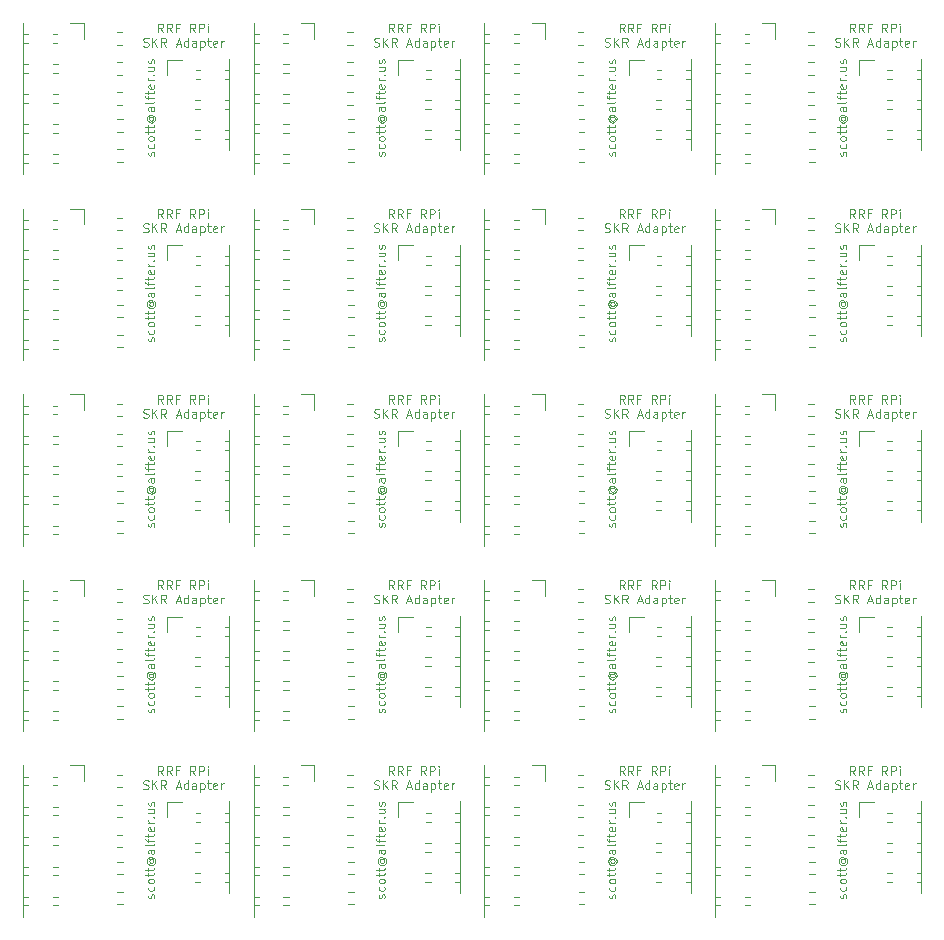
<source format=gbr>
%TF.GenerationSoftware,KiCad,Pcbnew,(6.0.6)*%
%TF.CreationDate,2022-08-19T10:36:33-07:00*%
%TF.ProjectId,panel,70616e65-6c2e-46b6-9963-61645f706362,rev?*%
%TF.SameCoordinates,PXe4e1c0PYe4e1c0*%
%TF.FileFunction,Legend,Top*%
%TF.FilePolarity,Positive*%
%FSLAX46Y46*%
G04 Gerber Fmt 4.6, Leading zero omitted, Abs format (unit mm)*
G04 Created by KiCad (PCBNEW (6.0.6)) date 2022-08-19 10:36:33*
%MOMM*%
%LPD*%
G01*
G04 APERTURE LIST*
%ADD10C,0.100000*%
%ADD11C,0.120000*%
G04 APERTURE END LIST*
D10*
X19780428Y-9261535D02*
X19530428Y-8904392D01*
X19351857Y-9261535D02*
X19351857Y-8511535D01*
X19637571Y-8511535D01*
X19709000Y-8547250D01*
X19744714Y-8582964D01*
X19780428Y-8654392D01*
X19780428Y-8761535D01*
X19744714Y-8832964D01*
X19709000Y-8868678D01*
X19637571Y-8904392D01*
X19351857Y-8904392D01*
X20530428Y-9261535D02*
X20280428Y-8904392D01*
X20101857Y-9261535D02*
X20101857Y-8511535D01*
X20387571Y-8511535D01*
X20459000Y-8547250D01*
X20494714Y-8582964D01*
X20530428Y-8654392D01*
X20530428Y-8761535D01*
X20494714Y-8832964D01*
X20459000Y-8868678D01*
X20387571Y-8904392D01*
X20101857Y-8904392D01*
X21101857Y-8868678D02*
X20851857Y-8868678D01*
X20851857Y-9261535D02*
X20851857Y-8511535D01*
X21209000Y-8511535D01*
X22494714Y-9261535D02*
X22244714Y-8904392D01*
X22066142Y-9261535D02*
X22066142Y-8511535D01*
X22351857Y-8511535D01*
X22423285Y-8547250D01*
X22459000Y-8582964D01*
X22494714Y-8654392D01*
X22494714Y-8761535D01*
X22459000Y-8832964D01*
X22423285Y-8868678D01*
X22351857Y-8904392D01*
X22066142Y-8904392D01*
X22816142Y-9261535D02*
X22816142Y-8511535D01*
X23101857Y-8511535D01*
X23173285Y-8547250D01*
X23209000Y-8582964D01*
X23244714Y-8654392D01*
X23244714Y-8761535D01*
X23209000Y-8832964D01*
X23173285Y-8868678D01*
X23101857Y-8904392D01*
X22816142Y-8904392D01*
X23566142Y-9261535D02*
X23566142Y-8761535D01*
X23566142Y-8511535D02*
X23530428Y-8547250D01*
X23566142Y-8582964D01*
X23601857Y-8547250D01*
X23566142Y-8511535D01*
X23566142Y-8582964D01*
X18101857Y-10433321D02*
X18209000Y-10469035D01*
X18387571Y-10469035D01*
X18459000Y-10433321D01*
X18494714Y-10397607D01*
X18530428Y-10326178D01*
X18530428Y-10254750D01*
X18494714Y-10183321D01*
X18459000Y-10147607D01*
X18387571Y-10111892D01*
X18244714Y-10076178D01*
X18173285Y-10040464D01*
X18137571Y-10004750D01*
X18101857Y-9933321D01*
X18101857Y-9861892D01*
X18137571Y-9790464D01*
X18173285Y-9754750D01*
X18244714Y-9719035D01*
X18423285Y-9719035D01*
X18530428Y-9754750D01*
X18851857Y-10469035D02*
X18851857Y-9719035D01*
X19280428Y-10469035D02*
X18959000Y-10040464D01*
X19280428Y-9719035D02*
X18851857Y-10147607D01*
X20030428Y-10469035D02*
X19780428Y-10111892D01*
X19601857Y-10469035D02*
X19601857Y-9719035D01*
X19887571Y-9719035D01*
X19959000Y-9754750D01*
X19994714Y-9790464D01*
X20030428Y-9861892D01*
X20030428Y-9969035D01*
X19994714Y-10040464D01*
X19959000Y-10076178D01*
X19887571Y-10111892D01*
X19601857Y-10111892D01*
X20887571Y-10254750D02*
X21244714Y-10254750D01*
X20816142Y-10469035D02*
X21066142Y-9719035D01*
X21316142Y-10469035D01*
X21887571Y-10469035D02*
X21887571Y-9719035D01*
X21887571Y-10433321D02*
X21816142Y-10469035D01*
X21673285Y-10469035D01*
X21601857Y-10433321D01*
X21566142Y-10397607D01*
X21530428Y-10326178D01*
X21530428Y-10111892D01*
X21566142Y-10040464D01*
X21601857Y-10004750D01*
X21673285Y-9969035D01*
X21816142Y-9969035D01*
X21887571Y-10004750D01*
X22566142Y-10469035D02*
X22566142Y-10076178D01*
X22530428Y-10004750D01*
X22459000Y-9969035D01*
X22316142Y-9969035D01*
X22244714Y-10004750D01*
X22566142Y-10433321D02*
X22494714Y-10469035D01*
X22316142Y-10469035D01*
X22244714Y-10433321D01*
X22209000Y-10361892D01*
X22209000Y-10290464D01*
X22244714Y-10219035D01*
X22316142Y-10183321D01*
X22494714Y-10183321D01*
X22566142Y-10147607D01*
X22923285Y-9969035D02*
X22923285Y-10719035D01*
X22923285Y-10004750D02*
X22994714Y-9969035D01*
X23137571Y-9969035D01*
X23209000Y-10004750D01*
X23244714Y-10040464D01*
X23280428Y-10111892D01*
X23280428Y-10326178D01*
X23244714Y-10397607D01*
X23209000Y-10433321D01*
X23137571Y-10469035D01*
X22994714Y-10469035D01*
X22923285Y-10433321D01*
X23494714Y-9969035D02*
X23780428Y-9969035D01*
X23601857Y-9719035D02*
X23601857Y-10361892D01*
X23637571Y-10433321D01*
X23709000Y-10469035D01*
X23780428Y-10469035D01*
X24316142Y-10433321D02*
X24244714Y-10469035D01*
X24101857Y-10469035D01*
X24030428Y-10433321D01*
X23994714Y-10361892D01*
X23994714Y-10076178D01*
X24030428Y-10004750D01*
X24101857Y-9969035D01*
X24244714Y-9969035D01*
X24316142Y-10004750D01*
X24351857Y-10076178D01*
X24351857Y-10147607D01*
X23994714Y-10219035D01*
X24673285Y-10469035D02*
X24673285Y-9969035D01*
X24673285Y-10111892D02*
X24709000Y-10040464D01*
X24744714Y-10004750D01*
X24816142Y-9969035D01*
X24887571Y-9969035D01*
X58832428Y-9261535D02*
X58582428Y-8904392D01*
X58403857Y-9261535D02*
X58403857Y-8511535D01*
X58689571Y-8511535D01*
X58761000Y-8547250D01*
X58796714Y-8582964D01*
X58832428Y-8654392D01*
X58832428Y-8761535D01*
X58796714Y-8832964D01*
X58761000Y-8868678D01*
X58689571Y-8904392D01*
X58403857Y-8904392D01*
X59582428Y-9261535D02*
X59332428Y-8904392D01*
X59153857Y-9261535D02*
X59153857Y-8511535D01*
X59439571Y-8511535D01*
X59511000Y-8547250D01*
X59546714Y-8582964D01*
X59582428Y-8654392D01*
X59582428Y-8761535D01*
X59546714Y-8832964D01*
X59511000Y-8868678D01*
X59439571Y-8904392D01*
X59153857Y-8904392D01*
X60153857Y-8868678D02*
X59903857Y-8868678D01*
X59903857Y-9261535D02*
X59903857Y-8511535D01*
X60261000Y-8511535D01*
X61546714Y-9261535D02*
X61296714Y-8904392D01*
X61118142Y-9261535D02*
X61118142Y-8511535D01*
X61403857Y-8511535D01*
X61475285Y-8547250D01*
X61511000Y-8582964D01*
X61546714Y-8654392D01*
X61546714Y-8761535D01*
X61511000Y-8832964D01*
X61475285Y-8868678D01*
X61403857Y-8904392D01*
X61118142Y-8904392D01*
X61868142Y-9261535D02*
X61868142Y-8511535D01*
X62153857Y-8511535D01*
X62225285Y-8547250D01*
X62261000Y-8582964D01*
X62296714Y-8654392D01*
X62296714Y-8761535D01*
X62261000Y-8832964D01*
X62225285Y-8868678D01*
X62153857Y-8904392D01*
X61868142Y-8904392D01*
X62618142Y-9261535D02*
X62618142Y-8761535D01*
X62618142Y-8511535D02*
X62582428Y-8547250D01*
X62618142Y-8582964D01*
X62653857Y-8547250D01*
X62618142Y-8511535D01*
X62618142Y-8582964D01*
X57153857Y-10433321D02*
X57261000Y-10469035D01*
X57439571Y-10469035D01*
X57511000Y-10433321D01*
X57546714Y-10397607D01*
X57582428Y-10326178D01*
X57582428Y-10254750D01*
X57546714Y-10183321D01*
X57511000Y-10147607D01*
X57439571Y-10111892D01*
X57296714Y-10076178D01*
X57225285Y-10040464D01*
X57189571Y-10004750D01*
X57153857Y-9933321D01*
X57153857Y-9861892D01*
X57189571Y-9790464D01*
X57225285Y-9754750D01*
X57296714Y-9719035D01*
X57475285Y-9719035D01*
X57582428Y-9754750D01*
X57903857Y-10469035D02*
X57903857Y-9719035D01*
X58332428Y-10469035D02*
X58011000Y-10040464D01*
X58332428Y-9719035D02*
X57903857Y-10147607D01*
X59082428Y-10469035D02*
X58832428Y-10111892D01*
X58653857Y-10469035D02*
X58653857Y-9719035D01*
X58939571Y-9719035D01*
X59011000Y-9754750D01*
X59046714Y-9790464D01*
X59082428Y-9861892D01*
X59082428Y-9969035D01*
X59046714Y-10040464D01*
X59011000Y-10076178D01*
X58939571Y-10111892D01*
X58653857Y-10111892D01*
X59939571Y-10254750D02*
X60296714Y-10254750D01*
X59868142Y-10469035D02*
X60118142Y-9719035D01*
X60368142Y-10469035D01*
X60939571Y-10469035D02*
X60939571Y-9719035D01*
X60939571Y-10433321D02*
X60868142Y-10469035D01*
X60725285Y-10469035D01*
X60653857Y-10433321D01*
X60618142Y-10397607D01*
X60582428Y-10326178D01*
X60582428Y-10111892D01*
X60618142Y-10040464D01*
X60653857Y-10004750D01*
X60725285Y-9969035D01*
X60868142Y-9969035D01*
X60939571Y-10004750D01*
X61618142Y-10469035D02*
X61618142Y-10076178D01*
X61582428Y-10004750D01*
X61511000Y-9969035D01*
X61368142Y-9969035D01*
X61296714Y-10004750D01*
X61618142Y-10433321D02*
X61546714Y-10469035D01*
X61368142Y-10469035D01*
X61296714Y-10433321D01*
X61261000Y-10361892D01*
X61261000Y-10290464D01*
X61296714Y-10219035D01*
X61368142Y-10183321D01*
X61546714Y-10183321D01*
X61618142Y-10147607D01*
X61975285Y-9969035D02*
X61975285Y-10719035D01*
X61975285Y-10004750D02*
X62046714Y-9969035D01*
X62189571Y-9969035D01*
X62261000Y-10004750D01*
X62296714Y-10040464D01*
X62332428Y-10111892D01*
X62332428Y-10326178D01*
X62296714Y-10397607D01*
X62261000Y-10433321D01*
X62189571Y-10469035D01*
X62046714Y-10469035D01*
X61975285Y-10433321D01*
X62546714Y-9969035D02*
X62832428Y-9969035D01*
X62653857Y-9719035D02*
X62653857Y-10361892D01*
X62689571Y-10433321D01*
X62761000Y-10469035D01*
X62832428Y-10469035D01*
X63368142Y-10433321D02*
X63296714Y-10469035D01*
X63153857Y-10469035D01*
X63082428Y-10433321D01*
X63046714Y-10361892D01*
X63046714Y-10076178D01*
X63082428Y-10004750D01*
X63153857Y-9969035D01*
X63296714Y-9969035D01*
X63368142Y-10004750D01*
X63403857Y-10076178D01*
X63403857Y-10147607D01*
X63046714Y-10219035D01*
X63725285Y-10469035D02*
X63725285Y-9969035D01*
X63725285Y-10111892D02*
X63761000Y-10040464D01*
X63796714Y-10004750D01*
X63868142Y-9969035D01*
X63939571Y-9969035D01*
X39306428Y-9261535D02*
X39056428Y-8904392D01*
X38877857Y-9261535D02*
X38877857Y-8511535D01*
X39163571Y-8511535D01*
X39235000Y-8547250D01*
X39270714Y-8582964D01*
X39306428Y-8654392D01*
X39306428Y-8761535D01*
X39270714Y-8832964D01*
X39235000Y-8868678D01*
X39163571Y-8904392D01*
X38877857Y-8904392D01*
X40056428Y-9261535D02*
X39806428Y-8904392D01*
X39627857Y-9261535D02*
X39627857Y-8511535D01*
X39913571Y-8511535D01*
X39985000Y-8547250D01*
X40020714Y-8582964D01*
X40056428Y-8654392D01*
X40056428Y-8761535D01*
X40020714Y-8832964D01*
X39985000Y-8868678D01*
X39913571Y-8904392D01*
X39627857Y-8904392D01*
X40627857Y-8868678D02*
X40377857Y-8868678D01*
X40377857Y-9261535D02*
X40377857Y-8511535D01*
X40735000Y-8511535D01*
X42020714Y-9261535D02*
X41770714Y-8904392D01*
X41592142Y-9261535D02*
X41592142Y-8511535D01*
X41877857Y-8511535D01*
X41949285Y-8547250D01*
X41985000Y-8582964D01*
X42020714Y-8654392D01*
X42020714Y-8761535D01*
X41985000Y-8832964D01*
X41949285Y-8868678D01*
X41877857Y-8904392D01*
X41592142Y-8904392D01*
X42342142Y-9261535D02*
X42342142Y-8511535D01*
X42627857Y-8511535D01*
X42699285Y-8547250D01*
X42735000Y-8582964D01*
X42770714Y-8654392D01*
X42770714Y-8761535D01*
X42735000Y-8832964D01*
X42699285Y-8868678D01*
X42627857Y-8904392D01*
X42342142Y-8904392D01*
X43092142Y-9261535D02*
X43092142Y-8761535D01*
X43092142Y-8511535D02*
X43056428Y-8547250D01*
X43092142Y-8582964D01*
X43127857Y-8547250D01*
X43092142Y-8511535D01*
X43092142Y-8582964D01*
X37627857Y-10433321D02*
X37735000Y-10469035D01*
X37913571Y-10469035D01*
X37985000Y-10433321D01*
X38020714Y-10397607D01*
X38056428Y-10326178D01*
X38056428Y-10254750D01*
X38020714Y-10183321D01*
X37985000Y-10147607D01*
X37913571Y-10111892D01*
X37770714Y-10076178D01*
X37699285Y-10040464D01*
X37663571Y-10004750D01*
X37627857Y-9933321D01*
X37627857Y-9861892D01*
X37663571Y-9790464D01*
X37699285Y-9754750D01*
X37770714Y-9719035D01*
X37949285Y-9719035D01*
X38056428Y-9754750D01*
X38377857Y-10469035D02*
X38377857Y-9719035D01*
X38806428Y-10469035D02*
X38485000Y-10040464D01*
X38806428Y-9719035D02*
X38377857Y-10147607D01*
X39556428Y-10469035D02*
X39306428Y-10111892D01*
X39127857Y-10469035D02*
X39127857Y-9719035D01*
X39413571Y-9719035D01*
X39485000Y-9754750D01*
X39520714Y-9790464D01*
X39556428Y-9861892D01*
X39556428Y-9969035D01*
X39520714Y-10040464D01*
X39485000Y-10076178D01*
X39413571Y-10111892D01*
X39127857Y-10111892D01*
X40413571Y-10254750D02*
X40770714Y-10254750D01*
X40342142Y-10469035D02*
X40592142Y-9719035D01*
X40842142Y-10469035D01*
X41413571Y-10469035D02*
X41413571Y-9719035D01*
X41413571Y-10433321D02*
X41342142Y-10469035D01*
X41199285Y-10469035D01*
X41127857Y-10433321D01*
X41092142Y-10397607D01*
X41056428Y-10326178D01*
X41056428Y-10111892D01*
X41092142Y-10040464D01*
X41127857Y-10004750D01*
X41199285Y-9969035D01*
X41342142Y-9969035D01*
X41413571Y-10004750D01*
X42092142Y-10469035D02*
X42092142Y-10076178D01*
X42056428Y-10004750D01*
X41985000Y-9969035D01*
X41842142Y-9969035D01*
X41770714Y-10004750D01*
X42092142Y-10433321D02*
X42020714Y-10469035D01*
X41842142Y-10469035D01*
X41770714Y-10433321D01*
X41735000Y-10361892D01*
X41735000Y-10290464D01*
X41770714Y-10219035D01*
X41842142Y-10183321D01*
X42020714Y-10183321D01*
X42092142Y-10147607D01*
X42449285Y-9969035D02*
X42449285Y-10719035D01*
X42449285Y-10004750D02*
X42520714Y-9969035D01*
X42663571Y-9969035D01*
X42735000Y-10004750D01*
X42770714Y-10040464D01*
X42806428Y-10111892D01*
X42806428Y-10326178D01*
X42770714Y-10397607D01*
X42735000Y-10433321D01*
X42663571Y-10469035D01*
X42520714Y-10469035D01*
X42449285Y-10433321D01*
X43020714Y-9969035D02*
X43306428Y-9969035D01*
X43127857Y-9719035D02*
X43127857Y-10361892D01*
X43163571Y-10433321D01*
X43235000Y-10469035D01*
X43306428Y-10469035D01*
X43842142Y-10433321D02*
X43770714Y-10469035D01*
X43627857Y-10469035D01*
X43556428Y-10433321D01*
X43520714Y-10361892D01*
X43520714Y-10076178D01*
X43556428Y-10004750D01*
X43627857Y-9969035D01*
X43770714Y-9969035D01*
X43842142Y-10004750D01*
X43877857Y-10076178D01*
X43877857Y-10147607D01*
X43520714Y-10219035D01*
X44199285Y-10469035D02*
X44199285Y-9969035D01*
X44199285Y-10111892D02*
X44235000Y-10040464D01*
X44270714Y-10004750D01*
X44342142Y-9969035D01*
X44413571Y-9969035D01*
X78358428Y-9261535D02*
X78108428Y-8904392D01*
X77929857Y-9261535D02*
X77929857Y-8511535D01*
X78215571Y-8511535D01*
X78287000Y-8547250D01*
X78322714Y-8582964D01*
X78358428Y-8654392D01*
X78358428Y-8761535D01*
X78322714Y-8832964D01*
X78287000Y-8868678D01*
X78215571Y-8904392D01*
X77929857Y-8904392D01*
X79108428Y-9261535D02*
X78858428Y-8904392D01*
X78679857Y-9261535D02*
X78679857Y-8511535D01*
X78965571Y-8511535D01*
X79037000Y-8547250D01*
X79072714Y-8582964D01*
X79108428Y-8654392D01*
X79108428Y-8761535D01*
X79072714Y-8832964D01*
X79037000Y-8868678D01*
X78965571Y-8904392D01*
X78679857Y-8904392D01*
X79679857Y-8868678D02*
X79429857Y-8868678D01*
X79429857Y-9261535D02*
X79429857Y-8511535D01*
X79787000Y-8511535D01*
X81072714Y-9261535D02*
X80822714Y-8904392D01*
X80644142Y-9261535D02*
X80644142Y-8511535D01*
X80929857Y-8511535D01*
X81001285Y-8547250D01*
X81037000Y-8582964D01*
X81072714Y-8654392D01*
X81072714Y-8761535D01*
X81037000Y-8832964D01*
X81001285Y-8868678D01*
X80929857Y-8904392D01*
X80644142Y-8904392D01*
X81394142Y-9261535D02*
X81394142Y-8511535D01*
X81679857Y-8511535D01*
X81751285Y-8547250D01*
X81787000Y-8582964D01*
X81822714Y-8654392D01*
X81822714Y-8761535D01*
X81787000Y-8832964D01*
X81751285Y-8868678D01*
X81679857Y-8904392D01*
X81394142Y-8904392D01*
X82144142Y-9261535D02*
X82144142Y-8761535D01*
X82144142Y-8511535D02*
X82108428Y-8547250D01*
X82144142Y-8582964D01*
X82179857Y-8547250D01*
X82144142Y-8511535D01*
X82144142Y-8582964D01*
X76679857Y-10433321D02*
X76787000Y-10469035D01*
X76965571Y-10469035D01*
X77037000Y-10433321D01*
X77072714Y-10397607D01*
X77108428Y-10326178D01*
X77108428Y-10254750D01*
X77072714Y-10183321D01*
X77037000Y-10147607D01*
X76965571Y-10111892D01*
X76822714Y-10076178D01*
X76751285Y-10040464D01*
X76715571Y-10004750D01*
X76679857Y-9933321D01*
X76679857Y-9861892D01*
X76715571Y-9790464D01*
X76751285Y-9754750D01*
X76822714Y-9719035D01*
X77001285Y-9719035D01*
X77108428Y-9754750D01*
X77429857Y-10469035D02*
X77429857Y-9719035D01*
X77858428Y-10469035D02*
X77537000Y-10040464D01*
X77858428Y-9719035D02*
X77429857Y-10147607D01*
X78608428Y-10469035D02*
X78358428Y-10111892D01*
X78179857Y-10469035D02*
X78179857Y-9719035D01*
X78465571Y-9719035D01*
X78537000Y-9754750D01*
X78572714Y-9790464D01*
X78608428Y-9861892D01*
X78608428Y-9969035D01*
X78572714Y-10040464D01*
X78537000Y-10076178D01*
X78465571Y-10111892D01*
X78179857Y-10111892D01*
X79465571Y-10254750D02*
X79822714Y-10254750D01*
X79394142Y-10469035D02*
X79644142Y-9719035D01*
X79894142Y-10469035D01*
X80465571Y-10469035D02*
X80465571Y-9719035D01*
X80465571Y-10433321D02*
X80394142Y-10469035D01*
X80251285Y-10469035D01*
X80179857Y-10433321D01*
X80144142Y-10397607D01*
X80108428Y-10326178D01*
X80108428Y-10111892D01*
X80144142Y-10040464D01*
X80179857Y-10004750D01*
X80251285Y-9969035D01*
X80394142Y-9969035D01*
X80465571Y-10004750D01*
X81144142Y-10469035D02*
X81144142Y-10076178D01*
X81108428Y-10004750D01*
X81037000Y-9969035D01*
X80894142Y-9969035D01*
X80822714Y-10004750D01*
X81144142Y-10433321D02*
X81072714Y-10469035D01*
X80894142Y-10469035D01*
X80822714Y-10433321D01*
X80787000Y-10361892D01*
X80787000Y-10290464D01*
X80822714Y-10219035D01*
X80894142Y-10183321D01*
X81072714Y-10183321D01*
X81144142Y-10147607D01*
X81501285Y-9969035D02*
X81501285Y-10719035D01*
X81501285Y-10004750D02*
X81572714Y-9969035D01*
X81715571Y-9969035D01*
X81787000Y-10004750D01*
X81822714Y-10040464D01*
X81858428Y-10111892D01*
X81858428Y-10326178D01*
X81822714Y-10397607D01*
X81787000Y-10433321D01*
X81715571Y-10469035D01*
X81572714Y-10469035D01*
X81501285Y-10433321D01*
X82072714Y-9969035D02*
X82358428Y-9969035D01*
X82179857Y-9719035D02*
X82179857Y-10361892D01*
X82215571Y-10433321D01*
X82287000Y-10469035D01*
X82358428Y-10469035D01*
X82894142Y-10433321D02*
X82822714Y-10469035D01*
X82679857Y-10469035D01*
X82608428Y-10433321D01*
X82572714Y-10361892D01*
X82572714Y-10076178D01*
X82608428Y-10004750D01*
X82679857Y-9969035D01*
X82822714Y-9969035D01*
X82894142Y-10004750D01*
X82929857Y-10076178D01*
X82929857Y-10147607D01*
X82572714Y-10219035D01*
X83251285Y-10469035D02*
X83251285Y-9969035D01*
X83251285Y-10111892D02*
X83287000Y-10040464D01*
X83322714Y-10004750D01*
X83394142Y-9969035D01*
X83465571Y-9969035D01*
X19780428Y-24977535D02*
X19530428Y-24620392D01*
X19351857Y-24977535D02*
X19351857Y-24227535D01*
X19637571Y-24227535D01*
X19709000Y-24263250D01*
X19744714Y-24298964D01*
X19780428Y-24370392D01*
X19780428Y-24477535D01*
X19744714Y-24548964D01*
X19709000Y-24584678D01*
X19637571Y-24620392D01*
X19351857Y-24620392D01*
X20530428Y-24977535D02*
X20280428Y-24620392D01*
X20101857Y-24977535D02*
X20101857Y-24227535D01*
X20387571Y-24227535D01*
X20459000Y-24263250D01*
X20494714Y-24298964D01*
X20530428Y-24370392D01*
X20530428Y-24477535D01*
X20494714Y-24548964D01*
X20459000Y-24584678D01*
X20387571Y-24620392D01*
X20101857Y-24620392D01*
X21101857Y-24584678D02*
X20851857Y-24584678D01*
X20851857Y-24977535D02*
X20851857Y-24227535D01*
X21209000Y-24227535D01*
X22494714Y-24977535D02*
X22244714Y-24620392D01*
X22066142Y-24977535D02*
X22066142Y-24227535D01*
X22351857Y-24227535D01*
X22423285Y-24263250D01*
X22459000Y-24298964D01*
X22494714Y-24370392D01*
X22494714Y-24477535D01*
X22459000Y-24548964D01*
X22423285Y-24584678D01*
X22351857Y-24620392D01*
X22066142Y-24620392D01*
X22816142Y-24977535D02*
X22816142Y-24227535D01*
X23101857Y-24227535D01*
X23173285Y-24263250D01*
X23209000Y-24298964D01*
X23244714Y-24370392D01*
X23244714Y-24477535D01*
X23209000Y-24548964D01*
X23173285Y-24584678D01*
X23101857Y-24620392D01*
X22816142Y-24620392D01*
X23566142Y-24977535D02*
X23566142Y-24477535D01*
X23566142Y-24227535D02*
X23530428Y-24263250D01*
X23566142Y-24298964D01*
X23601857Y-24263250D01*
X23566142Y-24227535D01*
X23566142Y-24298964D01*
X18101857Y-26149321D02*
X18209000Y-26185035D01*
X18387571Y-26185035D01*
X18459000Y-26149321D01*
X18494714Y-26113607D01*
X18530428Y-26042178D01*
X18530428Y-25970750D01*
X18494714Y-25899321D01*
X18459000Y-25863607D01*
X18387571Y-25827892D01*
X18244714Y-25792178D01*
X18173285Y-25756464D01*
X18137571Y-25720750D01*
X18101857Y-25649321D01*
X18101857Y-25577892D01*
X18137571Y-25506464D01*
X18173285Y-25470750D01*
X18244714Y-25435035D01*
X18423285Y-25435035D01*
X18530428Y-25470750D01*
X18851857Y-26185035D02*
X18851857Y-25435035D01*
X19280428Y-26185035D02*
X18959000Y-25756464D01*
X19280428Y-25435035D02*
X18851857Y-25863607D01*
X20030428Y-26185035D02*
X19780428Y-25827892D01*
X19601857Y-26185035D02*
X19601857Y-25435035D01*
X19887571Y-25435035D01*
X19959000Y-25470750D01*
X19994714Y-25506464D01*
X20030428Y-25577892D01*
X20030428Y-25685035D01*
X19994714Y-25756464D01*
X19959000Y-25792178D01*
X19887571Y-25827892D01*
X19601857Y-25827892D01*
X20887571Y-25970750D02*
X21244714Y-25970750D01*
X20816142Y-26185035D02*
X21066142Y-25435035D01*
X21316142Y-26185035D01*
X21887571Y-26185035D02*
X21887571Y-25435035D01*
X21887571Y-26149321D02*
X21816142Y-26185035D01*
X21673285Y-26185035D01*
X21601857Y-26149321D01*
X21566142Y-26113607D01*
X21530428Y-26042178D01*
X21530428Y-25827892D01*
X21566142Y-25756464D01*
X21601857Y-25720750D01*
X21673285Y-25685035D01*
X21816142Y-25685035D01*
X21887571Y-25720750D01*
X22566142Y-26185035D02*
X22566142Y-25792178D01*
X22530428Y-25720750D01*
X22459000Y-25685035D01*
X22316142Y-25685035D01*
X22244714Y-25720750D01*
X22566142Y-26149321D02*
X22494714Y-26185035D01*
X22316142Y-26185035D01*
X22244714Y-26149321D01*
X22209000Y-26077892D01*
X22209000Y-26006464D01*
X22244714Y-25935035D01*
X22316142Y-25899321D01*
X22494714Y-25899321D01*
X22566142Y-25863607D01*
X22923285Y-25685035D02*
X22923285Y-26435035D01*
X22923285Y-25720750D02*
X22994714Y-25685035D01*
X23137571Y-25685035D01*
X23209000Y-25720750D01*
X23244714Y-25756464D01*
X23280428Y-25827892D01*
X23280428Y-26042178D01*
X23244714Y-26113607D01*
X23209000Y-26149321D01*
X23137571Y-26185035D01*
X22994714Y-26185035D01*
X22923285Y-26149321D01*
X23494714Y-25685035D02*
X23780428Y-25685035D01*
X23601857Y-25435035D02*
X23601857Y-26077892D01*
X23637571Y-26149321D01*
X23709000Y-26185035D01*
X23780428Y-26185035D01*
X24316142Y-26149321D02*
X24244714Y-26185035D01*
X24101857Y-26185035D01*
X24030428Y-26149321D01*
X23994714Y-26077892D01*
X23994714Y-25792178D01*
X24030428Y-25720750D01*
X24101857Y-25685035D01*
X24244714Y-25685035D01*
X24316142Y-25720750D01*
X24351857Y-25792178D01*
X24351857Y-25863607D01*
X23994714Y-25935035D01*
X24673285Y-26185035D02*
X24673285Y-25685035D01*
X24673285Y-25827892D02*
X24709000Y-25756464D01*
X24744714Y-25720750D01*
X24816142Y-25685035D01*
X24887571Y-25685035D01*
X39306428Y-24977535D02*
X39056428Y-24620392D01*
X38877857Y-24977535D02*
X38877857Y-24227535D01*
X39163571Y-24227535D01*
X39235000Y-24263250D01*
X39270714Y-24298964D01*
X39306428Y-24370392D01*
X39306428Y-24477535D01*
X39270714Y-24548964D01*
X39235000Y-24584678D01*
X39163571Y-24620392D01*
X38877857Y-24620392D01*
X40056428Y-24977535D02*
X39806428Y-24620392D01*
X39627857Y-24977535D02*
X39627857Y-24227535D01*
X39913571Y-24227535D01*
X39985000Y-24263250D01*
X40020714Y-24298964D01*
X40056428Y-24370392D01*
X40056428Y-24477535D01*
X40020714Y-24548964D01*
X39985000Y-24584678D01*
X39913571Y-24620392D01*
X39627857Y-24620392D01*
X40627857Y-24584678D02*
X40377857Y-24584678D01*
X40377857Y-24977535D02*
X40377857Y-24227535D01*
X40735000Y-24227535D01*
X42020714Y-24977535D02*
X41770714Y-24620392D01*
X41592142Y-24977535D02*
X41592142Y-24227535D01*
X41877857Y-24227535D01*
X41949285Y-24263250D01*
X41985000Y-24298964D01*
X42020714Y-24370392D01*
X42020714Y-24477535D01*
X41985000Y-24548964D01*
X41949285Y-24584678D01*
X41877857Y-24620392D01*
X41592142Y-24620392D01*
X42342142Y-24977535D02*
X42342142Y-24227535D01*
X42627857Y-24227535D01*
X42699285Y-24263250D01*
X42735000Y-24298964D01*
X42770714Y-24370392D01*
X42770714Y-24477535D01*
X42735000Y-24548964D01*
X42699285Y-24584678D01*
X42627857Y-24620392D01*
X42342142Y-24620392D01*
X43092142Y-24977535D02*
X43092142Y-24477535D01*
X43092142Y-24227535D02*
X43056428Y-24263250D01*
X43092142Y-24298964D01*
X43127857Y-24263250D01*
X43092142Y-24227535D01*
X43092142Y-24298964D01*
X37627857Y-26149321D02*
X37735000Y-26185035D01*
X37913571Y-26185035D01*
X37985000Y-26149321D01*
X38020714Y-26113607D01*
X38056428Y-26042178D01*
X38056428Y-25970750D01*
X38020714Y-25899321D01*
X37985000Y-25863607D01*
X37913571Y-25827892D01*
X37770714Y-25792178D01*
X37699285Y-25756464D01*
X37663571Y-25720750D01*
X37627857Y-25649321D01*
X37627857Y-25577892D01*
X37663571Y-25506464D01*
X37699285Y-25470750D01*
X37770714Y-25435035D01*
X37949285Y-25435035D01*
X38056428Y-25470750D01*
X38377857Y-26185035D02*
X38377857Y-25435035D01*
X38806428Y-26185035D02*
X38485000Y-25756464D01*
X38806428Y-25435035D02*
X38377857Y-25863607D01*
X39556428Y-26185035D02*
X39306428Y-25827892D01*
X39127857Y-26185035D02*
X39127857Y-25435035D01*
X39413571Y-25435035D01*
X39485000Y-25470750D01*
X39520714Y-25506464D01*
X39556428Y-25577892D01*
X39556428Y-25685035D01*
X39520714Y-25756464D01*
X39485000Y-25792178D01*
X39413571Y-25827892D01*
X39127857Y-25827892D01*
X40413571Y-25970750D02*
X40770714Y-25970750D01*
X40342142Y-26185035D02*
X40592142Y-25435035D01*
X40842142Y-26185035D01*
X41413571Y-26185035D02*
X41413571Y-25435035D01*
X41413571Y-26149321D02*
X41342142Y-26185035D01*
X41199285Y-26185035D01*
X41127857Y-26149321D01*
X41092142Y-26113607D01*
X41056428Y-26042178D01*
X41056428Y-25827892D01*
X41092142Y-25756464D01*
X41127857Y-25720750D01*
X41199285Y-25685035D01*
X41342142Y-25685035D01*
X41413571Y-25720750D01*
X42092142Y-26185035D02*
X42092142Y-25792178D01*
X42056428Y-25720750D01*
X41985000Y-25685035D01*
X41842142Y-25685035D01*
X41770714Y-25720750D01*
X42092142Y-26149321D02*
X42020714Y-26185035D01*
X41842142Y-26185035D01*
X41770714Y-26149321D01*
X41735000Y-26077892D01*
X41735000Y-26006464D01*
X41770714Y-25935035D01*
X41842142Y-25899321D01*
X42020714Y-25899321D01*
X42092142Y-25863607D01*
X42449285Y-25685035D02*
X42449285Y-26435035D01*
X42449285Y-25720750D02*
X42520714Y-25685035D01*
X42663571Y-25685035D01*
X42735000Y-25720750D01*
X42770714Y-25756464D01*
X42806428Y-25827892D01*
X42806428Y-26042178D01*
X42770714Y-26113607D01*
X42735000Y-26149321D01*
X42663571Y-26185035D01*
X42520714Y-26185035D01*
X42449285Y-26149321D01*
X43020714Y-25685035D02*
X43306428Y-25685035D01*
X43127857Y-25435035D02*
X43127857Y-26077892D01*
X43163571Y-26149321D01*
X43235000Y-26185035D01*
X43306428Y-26185035D01*
X43842142Y-26149321D02*
X43770714Y-26185035D01*
X43627857Y-26185035D01*
X43556428Y-26149321D01*
X43520714Y-26077892D01*
X43520714Y-25792178D01*
X43556428Y-25720750D01*
X43627857Y-25685035D01*
X43770714Y-25685035D01*
X43842142Y-25720750D01*
X43877857Y-25792178D01*
X43877857Y-25863607D01*
X43520714Y-25935035D01*
X44199285Y-26185035D02*
X44199285Y-25685035D01*
X44199285Y-25827892D02*
X44235000Y-25756464D01*
X44270714Y-25720750D01*
X44342142Y-25685035D01*
X44413571Y-25685035D01*
X58832428Y-24977535D02*
X58582428Y-24620392D01*
X58403857Y-24977535D02*
X58403857Y-24227535D01*
X58689571Y-24227535D01*
X58761000Y-24263250D01*
X58796714Y-24298964D01*
X58832428Y-24370392D01*
X58832428Y-24477535D01*
X58796714Y-24548964D01*
X58761000Y-24584678D01*
X58689571Y-24620392D01*
X58403857Y-24620392D01*
X59582428Y-24977535D02*
X59332428Y-24620392D01*
X59153857Y-24977535D02*
X59153857Y-24227535D01*
X59439571Y-24227535D01*
X59511000Y-24263250D01*
X59546714Y-24298964D01*
X59582428Y-24370392D01*
X59582428Y-24477535D01*
X59546714Y-24548964D01*
X59511000Y-24584678D01*
X59439571Y-24620392D01*
X59153857Y-24620392D01*
X60153857Y-24584678D02*
X59903857Y-24584678D01*
X59903857Y-24977535D02*
X59903857Y-24227535D01*
X60261000Y-24227535D01*
X61546714Y-24977535D02*
X61296714Y-24620392D01*
X61118142Y-24977535D02*
X61118142Y-24227535D01*
X61403857Y-24227535D01*
X61475285Y-24263250D01*
X61511000Y-24298964D01*
X61546714Y-24370392D01*
X61546714Y-24477535D01*
X61511000Y-24548964D01*
X61475285Y-24584678D01*
X61403857Y-24620392D01*
X61118142Y-24620392D01*
X61868142Y-24977535D02*
X61868142Y-24227535D01*
X62153857Y-24227535D01*
X62225285Y-24263250D01*
X62261000Y-24298964D01*
X62296714Y-24370392D01*
X62296714Y-24477535D01*
X62261000Y-24548964D01*
X62225285Y-24584678D01*
X62153857Y-24620392D01*
X61868142Y-24620392D01*
X62618142Y-24977535D02*
X62618142Y-24477535D01*
X62618142Y-24227535D02*
X62582428Y-24263250D01*
X62618142Y-24298964D01*
X62653857Y-24263250D01*
X62618142Y-24227535D01*
X62618142Y-24298964D01*
X57153857Y-26149321D02*
X57261000Y-26185035D01*
X57439571Y-26185035D01*
X57511000Y-26149321D01*
X57546714Y-26113607D01*
X57582428Y-26042178D01*
X57582428Y-25970750D01*
X57546714Y-25899321D01*
X57511000Y-25863607D01*
X57439571Y-25827892D01*
X57296714Y-25792178D01*
X57225285Y-25756464D01*
X57189571Y-25720750D01*
X57153857Y-25649321D01*
X57153857Y-25577892D01*
X57189571Y-25506464D01*
X57225285Y-25470750D01*
X57296714Y-25435035D01*
X57475285Y-25435035D01*
X57582428Y-25470750D01*
X57903857Y-26185035D02*
X57903857Y-25435035D01*
X58332428Y-26185035D02*
X58011000Y-25756464D01*
X58332428Y-25435035D02*
X57903857Y-25863607D01*
X59082428Y-26185035D02*
X58832428Y-25827892D01*
X58653857Y-26185035D02*
X58653857Y-25435035D01*
X58939571Y-25435035D01*
X59011000Y-25470750D01*
X59046714Y-25506464D01*
X59082428Y-25577892D01*
X59082428Y-25685035D01*
X59046714Y-25756464D01*
X59011000Y-25792178D01*
X58939571Y-25827892D01*
X58653857Y-25827892D01*
X59939571Y-25970750D02*
X60296714Y-25970750D01*
X59868142Y-26185035D02*
X60118142Y-25435035D01*
X60368142Y-26185035D01*
X60939571Y-26185035D02*
X60939571Y-25435035D01*
X60939571Y-26149321D02*
X60868142Y-26185035D01*
X60725285Y-26185035D01*
X60653857Y-26149321D01*
X60618142Y-26113607D01*
X60582428Y-26042178D01*
X60582428Y-25827892D01*
X60618142Y-25756464D01*
X60653857Y-25720750D01*
X60725285Y-25685035D01*
X60868142Y-25685035D01*
X60939571Y-25720750D01*
X61618142Y-26185035D02*
X61618142Y-25792178D01*
X61582428Y-25720750D01*
X61511000Y-25685035D01*
X61368142Y-25685035D01*
X61296714Y-25720750D01*
X61618142Y-26149321D02*
X61546714Y-26185035D01*
X61368142Y-26185035D01*
X61296714Y-26149321D01*
X61261000Y-26077892D01*
X61261000Y-26006464D01*
X61296714Y-25935035D01*
X61368142Y-25899321D01*
X61546714Y-25899321D01*
X61618142Y-25863607D01*
X61975285Y-25685035D02*
X61975285Y-26435035D01*
X61975285Y-25720750D02*
X62046714Y-25685035D01*
X62189571Y-25685035D01*
X62261000Y-25720750D01*
X62296714Y-25756464D01*
X62332428Y-25827892D01*
X62332428Y-26042178D01*
X62296714Y-26113607D01*
X62261000Y-26149321D01*
X62189571Y-26185035D01*
X62046714Y-26185035D01*
X61975285Y-26149321D01*
X62546714Y-25685035D02*
X62832428Y-25685035D01*
X62653857Y-25435035D02*
X62653857Y-26077892D01*
X62689571Y-26149321D01*
X62761000Y-26185035D01*
X62832428Y-26185035D01*
X63368142Y-26149321D02*
X63296714Y-26185035D01*
X63153857Y-26185035D01*
X63082428Y-26149321D01*
X63046714Y-26077892D01*
X63046714Y-25792178D01*
X63082428Y-25720750D01*
X63153857Y-25685035D01*
X63296714Y-25685035D01*
X63368142Y-25720750D01*
X63403857Y-25792178D01*
X63403857Y-25863607D01*
X63046714Y-25935035D01*
X63725285Y-26185035D02*
X63725285Y-25685035D01*
X63725285Y-25827892D02*
X63761000Y-25756464D01*
X63796714Y-25720750D01*
X63868142Y-25685035D01*
X63939571Y-25685035D01*
X78358428Y-24977535D02*
X78108428Y-24620392D01*
X77929857Y-24977535D02*
X77929857Y-24227535D01*
X78215571Y-24227535D01*
X78287000Y-24263250D01*
X78322714Y-24298964D01*
X78358428Y-24370392D01*
X78358428Y-24477535D01*
X78322714Y-24548964D01*
X78287000Y-24584678D01*
X78215571Y-24620392D01*
X77929857Y-24620392D01*
X79108428Y-24977535D02*
X78858428Y-24620392D01*
X78679857Y-24977535D02*
X78679857Y-24227535D01*
X78965571Y-24227535D01*
X79037000Y-24263250D01*
X79072714Y-24298964D01*
X79108428Y-24370392D01*
X79108428Y-24477535D01*
X79072714Y-24548964D01*
X79037000Y-24584678D01*
X78965571Y-24620392D01*
X78679857Y-24620392D01*
X79679857Y-24584678D02*
X79429857Y-24584678D01*
X79429857Y-24977535D02*
X79429857Y-24227535D01*
X79787000Y-24227535D01*
X81072714Y-24977535D02*
X80822714Y-24620392D01*
X80644142Y-24977535D02*
X80644142Y-24227535D01*
X80929857Y-24227535D01*
X81001285Y-24263250D01*
X81037000Y-24298964D01*
X81072714Y-24370392D01*
X81072714Y-24477535D01*
X81037000Y-24548964D01*
X81001285Y-24584678D01*
X80929857Y-24620392D01*
X80644142Y-24620392D01*
X81394142Y-24977535D02*
X81394142Y-24227535D01*
X81679857Y-24227535D01*
X81751285Y-24263250D01*
X81787000Y-24298964D01*
X81822714Y-24370392D01*
X81822714Y-24477535D01*
X81787000Y-24548964D01*
X81751285Y-24584678D01*
X81679857Y-24620392D01*
X81394142Y-24620392D01*
X82144142Y-24977535D02*
X82144142Y-24477535D01*
X82144142Y-24227535D02*
X82108428Y-24263250D01*
X82144142Y-24298964D01*
X82179857Y-24263250D01*
X82144142Y-24227535D01*
X82144142Y-24298964D01*
X76679857Y-26149321D02*
X76787000Y-26185035D01*
X76965571Y-26185035D01*
X77037000Y-26149321D01*
X77072714Y-26113607D01*
X77108428Y-26042178D01*
X77108428Y-25970750D01*
X77072714Y-25899321D01*
X77037000Y-25863607D01*
X76965571Y-25827892D01*
X76822714Y-25792178D01*
X76751285Y-25756464D01*
X76715571Y-25720750D01*
X76679857Y-25649321D01*
X76679857Y-25577892D01*
X76715571Y-25506464D01*
X76751285Y-25470750D01*
X76822714Y-25435035D01*
X77001285Y-25435035D01*
X77108428Y-25470750D01*
X77429857Y-26185035D02*
X77429857Y-25435035D01*
X77858428Y-26185035D02*
X77537000Y-25756464D01*
X77858428Y-25435035D02*
X77429857Y-25863607D01*
X78608428Y-26185035D02*
X78358428Y-25827892D01*
X78179857Y-26185035D02*
X78179857Y-25435035D01*
X78465571Y-25435035D01*
X78537000Y-25470750D01*
X78572714Y-25506464D01*
X78608428Y-25577892D01*
X78608428Y-25685035D01*
X78572714Y-25756464D01*
X78537000Y-25792178D01*
X78465571Y-25827892D01*
X78179857Y-25827892D01*
X79465571Y-25970750D02*
X79822714Y-25970750D01*
X79394142Y-26185035D02*
X79644142Y-25435035D01*
X79894142Y-26185035D01*
X80465571Y-26185035D02*
X80465571Y-25435035D01*
X80465571Y-26149321D02*
X80394142Y-26185035D01*
X80251285Y-26185035D01*
X80179857Y-26149321D01*
X80144142Y-26113607D01*
X80108428Y-26042178D01*
X80108428Y-25827892D01*
X80144142Y-25756464D01*
X80179857Y-25720750D01*
X80251285Y-25685035D01*
X80394142Y-25685035D01*
X80465571Y-25720750D01*
X81144142Y-26185035D02*
X81144142Y-25792178D01*
X81108428Y-25720750D01*
X81037000Y-25685035D01*
X80894142Y-25685035D01*
X80822714Y-25720750D01*
X81144142Y-26149321D02*
X81072714Y-26185035D01*
X80894142Y-26185035D01*
X80822714Y-26149321D01*
X80787000Y-26077892D01*
X80787000Y-26006464D01*
X80822714Y-25935035D01*
X80894142Y-25899321D01*
X81072714Y-25899321D01*
X81144142Y-25863607D01*
X81501285Y-25685035D02*
X81501285Y-26435035D01*
X81501285Y-25720750D02*
X81572714Y-25685035D01*
X81715571Y-25685035D01*
X81787000Y-25720750D01*
X81822714Y-25756464D01*
X81858428Y-25827892D01*
X81858428Y-26042178D01*
X81822714Y-26113607D01*
X81787000Y-26149321D01*
X81715571Y-26185035D01*
X81572714Y-26185035D01*
X81501285Y-26149321D01*
X82072714Y-25685035D02*
X82358428Y-25685035D01*
X82179857Y-25435035D02*
X82179857Y-26077892D01*
X82215571Y-26149321D01*
X82287000Y-26185035D01*
X82358428Y-26185035D01*
X82894142Y-26149321D02*
X82822714Y-26185035D01*
X82679857Y-26185035D01*
X82608428Y-26149321D01*
X82572714Y-26077892D01*
X82572714Y-25792178D01*
X82608428Y-25720750D01*
X82679857Y-25685035D01*
X82822714Y-25685035D01*
X82894142Y-25720750D01*
X82929857Y-25792178D01*
X82929857Y-25863607D01*
X82572714Y-25935035D01*
X83251285Y-26185035D02*
X83251285Y-25685035D01*
X83251285Y-25827892D02*
X83287000Y-25756464D01*
X83322714Y-25720750D01*
X83394142Y-25685035D01*
X83465571Y-25685035D01*
X39306428Y-40693535D02*
X39056428Y-40336392D01*
X38877857Y-40693535D02*
X38877857Y-39943535D01*
X39163571Y-39943535D01*
X39235000Y-39979250D01*
X39270714Y-40014964D01*
X39306428Y-40086392D01*
X39306428Y-40193535D01*
X39270714Y-40264964D01*
X39235000Y-40300678D01*
X39163571Y-40336392D01*
X38877857Y-40336392D01*
X40056428Y-40693535D02*
X39806428Y-40336392D01*
X39627857Y-40693535D02*
X39627857Y-39943535D01*
X39913571Y-39943535D01*
X39985000Y-39979250D01*
X40020714Y-40014964D01*
X40056428Y-40086392D01*
X40056428Y-40193535D01*
X40020714Y-40264964D01*
X39985000Y-40300678D01*
X39913571Y-40336392D01*
X39627857Y-40336392D01*
X40627857Y-40300678D02*
X40377857Y-40300678D01*
X40377857Y-40693535D02*
X40377857Y-39943535D01*
X40735000Y-39943535D01*
X42020714Y-40693535D02*
X41770714Y-40336392D01*
X41592142Y-40693535D02*
X41592142Y-39943535D01*
X41877857Y-39943535D01*
X41949285Y-39979250D01*
X41985000Y-40014964D01*
X42020714Y-40086392D01*
X42020714Y-40193535D01*
X41985000Y-40264964D01*
X41949285Y-40300678D01*
X41877857Y-40336392D01*
X41592142Y-40336392D01*
X42342142Y-40693535D02*
X42342142Y-39943535D01*
X42627857Y-39943535D01*
X42699285Y-39979250D01*
X42735000Y-40014964D01*
X42770714Y-40086392D01*
X42770714Y-40193535D01*
X42735000Y-40264964D01*
X42699285Y-40300678D01*
X42627857Y-40336392D01*
X42342142Y-40336392D01*
X43092142Y-40693535D02*
X43092142Y-40193535D01*
X43092142Y-39943535D02*
X43056428Y-39979250D01*
X43092142Y-40014964D01*
X43127857Y-39979250D01*
X43092142Y-39943535D01*
X43092142Y-40014964D01*
X37627857Y-41865321D02*
X37735000Y-41901035D01*
X37913571Y-41901035D01*
X37985000Y-41865321D01*
X38020714Y-41829607D01*
X38056428Y-41758178D01*
X38056428Y-41686750D01*
X38020714Y-41615321D01*
X37985000Y-41579607D01*
X37913571Y-41543892D01*
X37770714Y-41508178D01*
X37699285Y-41472464D01*
X37663571Y-41436750D01*
X37627857Y-41365321D01*
X37627857Y-41293892D01*
X37663571Y-41222464D01*
X37699285Y-41186750D01*
X37770714Y-41151035D01*
X37949285Y-41151035D01*
X38056428Y-41186750D01*
X38377857Y-41901035D02*
X38377857Y-41151035D01*
X38806428Y-41901035D02*
X38485000Y-41472464D01*
X38806428Y-41151035D02*
X38377857Y-41579607D01*
X39556428Y-41901035D02*
X39306428Y-41543892D01*
X39127857Y-41901035D02*
X39127857Y-41151035D01*
X39413571Y-41151035D01*
X39485000Y-41186750D01*
X39520714Y-41222464D01*
X39556428Y-41293892D01*
X39556428Y-41401035D01*
X39520714Y-41472464D01*
X39485000Y-41508178D01*
X39413571Y-41543892D01*
X39127857Y-41543892D01*
X40413571Y-41686750D02*
X40770714Y-41686750D01*
X40342142Y-41901035D02*
X40592142Y-41151035D01*
X40842142Y-41901035D01*
X41413571Y-41901035D02*
X41413571Y-41151035D01*
X41413571Y-41865321D02*
X41342142Y-41901035D01*
X41199285Y-41901035D01*
X41127857Y-41865321D01*
X41092142Y-41829607D01*
X41056428Y-41758178D01*
X41056428Y-41543892D01*
X41092142Y-41472464D01*
X41127857Y-41436750D01*
X41199285Y-41401035D01*
X41342142Y-41401035D01*
X41413571Y-41436750D01*
X42092142Y-41901035D02*
X42092142Y-41508178D01*
X42056428Y-41436750D01*
X41985000Y-41401035D01*
X41842142Y-41401035D01*
X41770714Y-41436750D01*
X42092142Y-41865321D02*
X42020714Y-41901035D01*
X41842142Y-41901035D01*
X41770714Y-41865321D01*
X41735000Y-41793892D01*
X41735000Y-41722464D01*
X41770714Y-41651035D01*
X41842142Y-41615321D01*
X42020714Y-41615321D01*
X42092142Y-41579607D01*
X42449285Y-41401035D02*
X42449285Y-42151035D01*
X42449285Y-41436750D02*
X42520714Y-41401035D01*
X42663571Y-41401035D01*
X42735000Y-41436750D01*
X42770714Y-41472464D01*
X42806428Y-41543892D01*
X42806428Y-41758178D01*
X42770714Y-41829607D01*
X42735000Y-41865321D01*
X42663571Y-41901035D01*
X42520714Y-41901035D01*
X42449285Y-41865321D01*
X43020714Y-41401035D02*
X43306428Y-41401035D01*
X43127857Y-41151035D02*
X43127857Y-41793892D01*
X43163571Y-41865321D01*
X43235000Y-41901035D01*
X43306428Y-41901035D01*
X43842142Y-41865321D02*
X43770714Y-41901035D01*
X43627857Y-41901035D01*
X43556428Y-41865321D01*
X43520714Y-41793892D01*
X43520714Y-41508178D01*
X43556428Y-41436750D01*
X43627857Y-41401035D01*
X43770714Y-41401035D01*
X43842142Y-41436750D01*
X43877857Y-41508178D01*
X43877857Y-41579607D01*
X43520714Y-41651035D01*
X44199285Y-41901035D02*
X44199285Y-41401035D01*
X44199285Y-41543892D02*
X44235000Y-41472464D01*
X44270714Y-41436750D01*
X44342142Y-41401035D01*
X44413571Y-41401035D01*
X19780428Y-40693535D02*
X19530428Y-40336392D01*
X19351857Y-40693535D02*
X19351857Y-39943535D01*
X19637571Y-39943535D01*
X19709000Y-39979250D01*
X19744714Y-40014964D01*
X19780428Y-40086392D01*
X19780428Y-40193535D01*
X19744714Y-40264964D01*
X19709000Y-40300678D01*
X19637571Y-40336392D01*
X19351857Y-40336392D01*
X20530428Y-40693535D02*
X20280428Y-40336392D01*
X20101857Y-40693535D02*
X20101857Y-39943535D01*
X20387571Y-39943535D01*
X20459000Y-39979250D01*
X20494714Y-40014964D01*
X20530428Y-40086392D01*
X20530428Y-40193535D01*
X20494714Y-40264964D01*
X20459000Y-40300678D01*
X20387571Y-40336392D01*
X20101857Y-40336392D01*
X21101857Y-40300678D02*
X20851857Y-40300678D01*
X20851857Y-40693535D02*
X20851857Y-39943535D01*
X21209000Y-39943535D01*
X22494714Y-40693535D02*
X22244714Y-40336392D01*
X22066142Y-40693535D02*
X22066142Y-39943535D01*
X22351857Y-39943535D01*
X22423285Y-39979250D01*
X22459000Y-40014964D01*
X22494714Y-40086392D01*
X22494714Y-40193535D01*
X22459000Y-40264964D01*
X22423285Y-40300678D01*
X22351857Y-40336392D01*
X22066142Y-40336392D01*
X22816142Y-40693535D02*
X22816142Y-39943535D01*
X23101857Y-39943535D01*
X23173285Y-39979250D01*
X23209000Y-40014964D01*
X23244714Y-40086392D01*
X23244714Y-40193535D01*
X23209000Y-40264964D01*
X23173285Y-40300678D01*
X23101857Y-40336392D01*
X22816142Y-40336392D01*
X23566142Y-40693535D02*
X23566142Y-40193535D01*
X23566142Y-39943535D02*
X23530428Y-39979250D01*
X23566142Y-40014964D01*
X23601857Y-39979250D01*
X23566142Y-39943535D01*
X23566142Y-40014964D01*
X18101857Y-41865321D02*
X18209000Y-41901035D01*
X18387571Y-41901035D01*
X18459000Y-41865321D01*
X18494714Y-41829607D01*
X18530428Y-41758178D01*
X18530428Y-41686750D01*
X18494714Y-41615321D01*
X18459000Y-41579607D01*
X18387571Y-41543892D01*
X18244714Y-41508178D01*
X18173285Y-41472464D01*
X18137571Y-41436750D01*
X18101857Y-41365321D01*
X18101857Y-41293892D01*
X18137571Y-41222464D01*
X18173285Y-41186750D01*
X18244714Y-41151035D01*
X18423285Y-41151035D01*
X18530428Y-41186750D01*
X18851857Y-41901035D02*
X18851857Y-41151035D01*
X19280428Y-41901035D02*
X18959000Y-41472464D01*
X19280428Y-41151035D02*
X18851857Y-41579607D01*
X20030428Y-41901035D02*
X19780428Y-41543892D01*
X19601857Y-41901035D02*
X19601857Y-41151035D01*
X19887571Y-41151035D01*
X19959000Y-41186750D01*
X19994714Y-41222464D01*
X20030428Y-41293892D01*
X20030428Y-41401035D01*
X19994714Y-41472464D01*
X19959000Y-41508178D01*
X19887571Y-41543892D01*
X19601857Y-41543892D01*
X20887571Y-41686750D02*
X21244714Y-41686750D01*
X20816142Y-41901035D02*
X21066142Y-41151035D01*
X21316142Y-41901035D01*
X21887571Y-41901035D02*
X21887571Y-41151035D01*
X21887571Y-41865321D02*
X21816142Y-41901035D01*
X21673285Y-41901035D01*
X21601857Y-41865321D01*
X21566142Y-41829607D01*
X21530428Y-41758178D01*
X21530428Y-41543892D01*
X21566142Y-41472464D01*
X21601857Y-41436750D01*
X21673285Y-41401035D01*
X21816142Y-41401035D01*
X21887571Y-41436750D01*
X22566142Y-41901035D02*
X22566142Y-41508178D01*
X22530428Y-41436750D01*
X22459000Y-41401035D01*
X22316142Y-41401035D01*
X22244714Y-41436750D01*
X22566142Y-41865321D02*
X22494714Y-41901035D01*
X22316142Y-41901035D01*
X22244714Y-41865321D01*
X22209000Y-41793892D01*
X22209000Y-41722464D01*
X22244714Y-41651035D01*
X22316142Y-41615321D01*
X22494714Y-41615321D01*
X22566142Y-41579607D01*
X22923285Y-41401035D02*
X22923285Y-42151035D01*
X22923285Y-41436750D02*
X22994714Y-41401035D01*
X23137571Y-41401035D01*
X23209000Y-41436750D01*
X23244714Y-41472464D01*
X23280428Y-41543892D01*
X23280428Y-41758178D01*
X23244714Y-41829607D01*
X23209000Y-41865321D01*
X23137571Y-41901035D01*
X22994714Y-41901035D01*
X22923285Y-41865321D01*
X23494714Y-41401035D02*
X23780428Y-41401035D01*
X23601857Y-41151035D02*
X23601857Y-41793892D01*
X23637571Y-41865321D01*
X23709000Y-41901035D01*
X23780428Y-41901035D01*
X24316142Y-41865321D02*
X24244714Y-41901035D01*
X24101857Y-41901035D01*
X24030428Y-41865321D01*
X23994714Y-41793892D01*
X23994714Y-41508178D01*
X24030428Y-41436750D01*
X24101857Y-41401035D01*
X24244714Y-41401035D01*
X24316142Y-41436750D01*
X24351857Y-41508178D01*
X24351857Y-41579607D01*
X23994714Y-41651035D01*
X24673285Y-41901035D02*
X24673285Y-41401035D01*
X24673285Y-41543892D02*
X24709000Y-41472464D01*
X24744714Y-41436750D01*
X24816142Y-41401035D01*
X24887571Y-41401035D01*
X58832428Y-40693535D02*
X58582428Y-40336392D01*
X58403857Y-40693535D02*
X58403857Y-39943535D01*
X58689571Y-39943535D01*
X58761000Y-39979250D01*
X58796714Y-40014964D01*
X58832428Y-40086392D01*
X58832428Y-40193535D01*
X58796714Y-40264964D01*
X58761000Y-40300678D01*
X58689571Y-40336392D01*
X58403857Y-40336392D01*
X59582428Y-40693535D02*
X59332428Y-40336392D01*
X59153857Y-40693535D02*
X59153857Y-39943535D01*
X59439571Y-39943535D01*
X59511000Y-39979250D01*
X59546714Y-40014964D01*
X59582428Y-40086392D01*
X59582428Y-40193535D01*
X59546714Y-40264964D01*
X59511000Y-40300678D01*
X59439571Y-40336392D01*
X59153857Y-40336392D01*
X60153857Y-40300678D02*
X59903857Y-40300678D01*
X59903857Y-40693535D02*
X59903857Y-39943535D01*
X60261000Y-39943535D01*
X61546714Y-40693535D02*
X61296714Y-40336392D01*
X61118142Y-40693535D02*
X61118142Y-39943535D01*
X61403857Y-39943535D01*
X61475285Y-39979250D01*
X61511000Y-40014964D01*
X61546714Y-40086392D01*
X61546714Y-40193535D01*
X61511000Y-40264964D01*
X61475285Y-40300678D01*
X61403857Y-40336392D01*
X61118142Y-40336392D01*
X61868142Y-40693535D02*
X61868142Y-39943535D01*
X62153857Y-39943535D01*
X62225285Y-39979250D01*
X62261000Y-40014964D01*
X62296714Y-40086392D01*
X62296714Y-40193535D01*
X62261000Y-40264964D01*
X62225285Y-40300678D01*
X62153857Y-40336392D01*
X61868142Y-40336392D01*
X62618142Y-40693535D02*
X62618142Y-40193535D01*
X62618142Y-39943535D02*
X62582428Y-39979250D01*
X62618142Y-40014964D01*
X62653857Y-39979250D01*
X62618142Y-39943535D01*
X62618142Y-40014964D01*
X57153857Y-41865321D02*
X57261000Y-41901035D01*
X57439571Y-41901035D01*
X57511000Y-41865321D01*
X57546714Y-41829607D01*
X57582428Y-41758178D01*
X57582428Y-41686750D01*
X57546714Y-41615321D01*
X57511000Y-41579607D01*
X57439571Y-41543892D01*
X57296714Y-41508178D01*
X57225285Y-41472464D01*
X57189571Y-41436750D01*
X57153857Y-41365321D01*
X57153857Y-41293892D01*
X57189571Y-41222464D01*
X57225285Y-41186750D01*
X57296714Y-41151035D01*
X57475285Y-41151035D01*
X57582428Y-41186750D01*
X57903857Y-41901035D02*
X57903857Y-41151035D01*
X58332428Y-41901035D02*
X58011000Y-41472464D01*
X58332428Y-41151035D02*
X57903857Y-41579607D01*
X59082428Y-41901035D02*
X58832428Y-41543892D01*
X58653857Y-41901035D02*
X58653857Y-41151035D01*
X58939571Y-41151035D01*
X59011000Y-41186750D01*
X59046714Y-41222464D01*
X59082428Y-41293892D01*
X59082428Y-41401035D01*
X59046714Y-41472464D01*
X59011000Y-41508178D01*
X58939571Y-41543892D01*
X58653857Y-41543892D01*
X59939571Y-41686750D02*
X60296714Y-41686750D01*
X59868142Y-41901035D02*
X60118142Y-41151035D01*
X60368142Y-41901035D01*
X60939571Y-41901035D02*
X60939571Y-41151035D01*
X60939571Y-41865321D02*
X60868142Y-41901035D01*
X60725285Y-41901035D01*
X60653857Y-41865321D01*
X60618142Y-41829607D01*
X60582428Y-41758178D01*
X60582428Y-41543892D01*
X60618142Y-41472464D01*
X60653857Y-41436750D01*
X60725285Y-41401035D01*
X60868142Y-41401035D01*
X60939571Y-41436750D01*
X61618142Y-41901035D02*
X61618142Y-41508178D01*
X61582428Y-41436750D01*
X61511000Y-41401035D01*
X61368142Y-41401035D01*
X61296714Y-41436750D01*
X61618142Y-41865321D02*
X61546714Y-41901035D01*
X61368142Y-41901035D01*
X61296714Y-41865321D01*
X61261000Y-41793892D01*
X61261000Y-41722464D01*
X61296714Y-41651035D01*
X61368142Y-41615321D01*
X61546714Y-41615321D01*
X61618142Y-41579607D01*
X61975285Y-41401035D02*
X61975285Y-42151035D01*
X61975285Y-41436750D02*
X62046714Y-41401035D01*
X62189571Y-41401035D01*
X62261000Y-41436750D01*
X62296714Y-41472464D01*
X62332428Y-41543892D01*
X62332428Y-41758178D01*
X62296714Y-41829607D01*
X62261000Y-41865321D01*
X62189571Y-41901035D01*
X62046714Y-41901035D01*
X61975285Y-41865321D01*
X62546714Y-41401035D02*
X62832428Y-41401035D01*
X62653857Y-41151035D02*
X62653857Y-41793892D01*
X62689571Y-41865321D01*
X62761000Y-41901035D01*
X62832428Y-41901035D01*
X63368142Y-41865321D02*
X63296714Y-41901035D01*
X63153857Y-41901035D01*
X63082428Y-41865321D01*
X63046714Y-41793892D01*
X63046714Y-41508178D01*
X63082428Y-41436750D01*
X63153857Y-41401035D01*
X63296714Y-41401035D01*
X63368142Y-41436750D01*
X63403857Y-41508178D01*
X63403857Y-41579607D01*
X63046714Y-41651035D01*
X63725285Y-41901035D02*
X63725285Y-41401035D01*
X63725285Y-41543892D02*
X63761000Y-41472464D01*
X63796714Y-41436750D01*
X63868142Y-41401035D01*
X63939571Y-41401035D01*
X78358428Y-40693535D02*
X78108428Y-40336392D01*
X77929857Y-40693535D02*
X77929857Y-39943535D01*
X78215571Y-39943535D01*
X78287000Y-39979250D01*
X78322714Y-40014964D01*
X78358428Y-40086392D01*
X78358428Y-40193535D01*
X78322714Y-40264964D01*
X78287000Y-40300678D01*
X78215571Y-40336392D01*
X77929857Y-40336392D01*
X79108428Y-40693535D02*
X78858428Y-40336392D01*
X78679857Y-40693535D02*
X78679857Y-39943535D01*
X78965571Y-39943535D01*
X79037000Y-39979250D01*
X79072714Y-40014964D01*
X79108428Y-40086392D01*
X79108428Y-40193535D01*
X79072714Y-40264964D01*
X79037000Y-40300678D01*
X78965571Y-40336392D01*
X78679857Y-40336392D01*
X79679857Y-40300678D02*
X79429857Y-40300678D01*
X79429857Y-40693535D02*
X79429857Y-39943535D01*
X79787000Y-39943535D01*
X81072714Y-40693535D02*
X80822714Y-40336392D01*
X80644142Y-40693535D02*
X80644142Y-39943535D01*
X80929857Y-39943535D01*
X81001285Y-39979250D01*
X81037000Y-40014964D01*
X81072714Y-40086392D01*
X81072714Y-40193535D01*
X81037000Y-40264964D01*
X81001285Y-40300678D01*
X80929857Y-40336392D01*
X80644142Y-40336392D01*
X81394142Y-40693535D02*
X81394142Y-39943535D01*
X81679857Y-39943535D01*
X81751285Y-39979250D01*
X81787000Y-40014964D01*
X81822714Y-40086392D01*
X81822714Y-40193535D01*
X81787000Y-40264964D01*
X81751285Y-40300678D01*
X81679857Y-40336392D01*
X81394142Y-40336392D01*
X82144142Y-40693535D02*
X82144142Y-40193535D01*
X82144142Y-39943535D02*
X82108428Y-39979250D01*
X82144142Y-40014964D01*
X82179857Y-39979250D01*
X82144142Y-39943535D01*
X82144142Y-40014964D01*
X76679857Y-41865321D02*
X76787000Y-41901035D01*
X76965571Y-41901035D01*
X77037000Y-41865321D01*
X77072714Y-41829607D01*
X77108428Y-41758178D01*
X77108428Y-41686750D01*
X77072714Y-41615321D01*
X77037000Y-41579607D01*
X76965571Y-41543892D01*
X76822714Y-41508178D01*
X76751285Y-41472464D01*
X76715571Y-41436750D01*
X76679857Y-41365321D01*
X76679857Y-41293892D01*
X76715571Y-41222464D01*
X76751285Y-41186750D01*
X76822714Y-41151035D01*
X77001285Y-41151035D01*
X77108428Y-41186750D01*
X77429857Y-41901035D02*
X77429857Y-41151035D01*
X77858428Y-41901035D02*
X77537000Y-41472464D01*
X77858428Y-41151035D02*
X77429857Y-41579607D01*
X78608428Y-41901035D02*
X78358428Y-41543892D01*
X78179857Y-41901035D02*
X78179857Y-41151035D01*
X78465571Y-41151035D01*
X78537000Y-41186750D01*
X78572714Y-41222464D01*
X78608428Y-41293892D01*
X78608428Y-41401035D01*
X78572714Y-41472464D01*
X78537000Y-41508178D01*
X78465571Y-41543892D01*
X78179857Y-41543892D01*
X79465571Y-41686750D02*
X79822714Y-41686750D01*
X79394142Y-41901035D02*
X79644142Y-41151035D01*
X79894142Y-41901035D01*
X80465571Y-41901035D02*
X80465571Y-41151035D01*
X80465571Y-41865321D02*
X80394142Y-41901035D01*
X80251285Y-41901035D01*
X80179857Y-41865321D01*
X80144142Y-41829607D01*
X80108428Y-41758178D01*
X80108428Y-41543892D01*
X80144142Y-41472464D01*
X80179857Y-41436750D01*
X80251285Y-41401035D01*
X80394142Y-41401035D01*
X80465571Y-41436750D01*
X81144142Y-41901035D02*
X81144142Y-41508178D01*
X81108428Y-41436750D01*
X81037000Y-41401035D01*
X80894142Y-41401035D01*
X80822714Y-41436750D01*
X81144142Y-41865321D02*
X81072714Y-41901035D01*
X80894142Y-41901035D01*
X80822714Y-41865321D01*
X80787000Y-41793892D01*
X80787000Y-41722464D01*
X80822714Y-41651035D01*
X80894142Y-41615321D01*
X81072714Y-41615321D01*
X81144142Y-41579607D01*
X81501285Y-41401035D02*
X81501285Y-42151035D01*
X81501285Y-41436750D02*
X81572714Y-41401035D01*
X81715571Y-41401035D01*
X81787000Y-41436750D01*
X81822714Y-41472464D01*
X81858428Y-41543892D01*
X81858428Y-41758178D01*
X81822714Y-41829607D01*
X81787000Y-41865321D01*
X81715571Y-41901035D01*
X81572714Y-41901035D01*
X81501285Y-41865321D01*
X82072714Y-41401035D02*
X82358428Y-41401035D01*
X82179857Y-41151035D02*
X82179857Y-41793892D01*
X82215571Y-41865321D01*
X82287000Y-41901035D01*
X82358428Y-41901035D01*
X82894142Y-41865321D02*
X82822714Y-41901035D01*
X82679857Y-41901035D01*
X82608428Y-41865321D01*
X82572714Y-41793892D01*
X82572714Y-41508178D01*
X82608428Y-41436750D01*
X82679857Y-41401035D01*
X82822714Y-41401035D01*
X82894142Y-41436750D01*
X82929857Y-41508178D01*
X82929857Y-41579607D01*
X82572714Y-41651035D01*
X83251285Y-41901035D02*
X83251285Y-41401035D01*
X83251285Y-41543892D02*
X83287000Y-41472464D01*
X83322714Y-41436750D01*
X83394142Y-41401035D01*
X83465571Y-41401035D01*
X19780428Y-56409535D02*
X19530428Y-56052392D01*
X19351857Y-56409535D02*
X19351857Y-55659535D01*
X19637571Y-55659535D01*
X19709000Y-55695250D01*
X19744714Y-55730964D01*
X19780428Y-55802392D01*
X19780428Y-55909535D01*
X19744714Y-55980964D01*
X19709000Y-56016678D01*
X19637571Y-56052392D01*
X19351857Y-56052392D01*
X20530428Y-56409535D02*
X20280428Y-56052392D01*
X20101857Y-56409535D02*
X20101857Y-55659535D01*
X20387571Y-55659535D01*
X20459000Y-55695250D01*
X20494714Y-55730964D01*
X20530428Y-55802392D01*
X20530428Y-55909535D01*
X20494714Y-55980964D01*
X20459000Y-56016678D01*
X20387571Y-56052392D01*
X20101857Y-56052392D01*
X21101857Y-56016678D02*
X20851857Y-56016678D01*
X20851857Y-56409535D02*
X20851857Y-55659535D01*
X21209000Y-55659535D01*
X22494714Y-56409535D02*
X22244714Y-56052392D01*
X22066142Y-56409535D02*
X22066142Y-55659535D01*
X22351857Y-55659535D01*
X22423285Y-55695250D01*
X22459000Y-55730964D01*
X22494714Y-55802392D01*
X22494714Y-55909535D01*
X22459000Y-55980964D01*
X22423285Y-56016678D01*
X22351857Y-56052392D01*
X22066142Y-56052392D01*
X22816142Y-56409535D02*
X22816142Y-55659535D01*
X23101857Y-55659535D01*
X23173285Y-55695250D01*
X23209000Y-55730964D01*
X23244714Y-55802392D01*
X23244714Y-55909535D01*
X23209000Y-55980964D01*
X23173285Y-56016678D01*
X23101857Y-56052392D01*
X22816142Y-56052392D01*
X23566142Y-56409535D02*
X23566142Y-55909535D01*
X23566142Y-55659535D02*
X23530428Y-55695250D01*
X23566142Y-55730964D01*
X23601857Y-55695250D01*
X23566142Y-55659535D01*
X23566142Y-55730964D01*
X18101857Y-57581321D02*
X18209000Y-57617035D01*
X18387571Y-57617035D01*
X18459000Y-57581321D01*
X18494714Y-57545607D01*
X18530428Y-57474178D01*
X18530428Y-57402750D01*
X18494714Y-57331321D01*
X18459000Y-57295607D01*
X18387571Y-57259892D01*
X18244714Y-57224178D01*
X18173285Y-57188464D01*
X18137571Y-57152750D01*
X18101857Y-57081321D01*
X18101857Y-57009892D01*
X18137571Y-56938464D01*
X18173285Y-56902750D01*
X18244714Y-56867035D01*
X18423285Y-56867035D01*
X18530428Y-56902750D01*
X18851857Y-57617035D02*
X18851857Y-56867035D01*
X19280428Y-57617035D02*
X18959000Y-57188464D01*
X19280428Y-56867035D02*
X18851857Y-57295607D01*
X20030428Y-57617035D02*
X19780428Y-57259892D01*
X19601857Y-57617035D02*
X19601857Y-56867035D01*
X19887571Y-56867035D01*
X19959000Y-56902750D01*
X19994714Y-56938464D01*
X20030428Y-57009892D01*
X20030428Y-57117035D01*
X19994714Y-57188464D01*
X19959000Y-57224178D01*
X19887571Y-57259892D01*
X19601857Y-57259892D01*
X20887571Y-57402750D02*
X21244714Y-57402750D01*
X20816142Y-57617035D02*
X21066142Y-56867035D01*
X21316142Y-57617035D01*
X21887571Y-57617035D02*
X21887571Y-56867035D01*
X21887571Y-57581321D02*
X21816142Y-57617035D01*
X21673285Y-57617035D01*
X21601857Y-57581321D01*
X21566142Y-57545607D01*
X21530428Y-57474178D01*
X21530428Y-57259892D01*
X21566142Y-57188464D01*
X21601857Y-57152750D01*
X21673285Y-57117035D01*
X21816142Y-57117035D01*
X21887571Y-57152750D01*
X22566142Y-57617035D02*
X22566142Y-57224178D01*
X22530428Y-57152750D01*
X22459000Y-57117035D01*
X22316142Y-57117035D01*
X22244714Y-57152750D01*
X22566142Y-57581321D02*
X22494714Y-57617035D01*
X22316142Y-57617035D01*
X22244714Y-57581321D01*
X22209000Y-57509892D01*
X22209000Y-57438464D01*
X22244714Y-57367035D01*
X22316142Y-57331321D01*
X22494714Y-57331321D01*
X22566142Y-57295607D01*
X22923285Y-57117035D02*
X22923285Y-57867035D01*
X22923285Y-57152750D02*
X22994714Y-57117035D01*
X23137571Y-57117035D01*
X23209000Y-57152750D01*
X23244714Y-57188464D01*
X23280428Y-57259892D01*
X23280428Y-57474178D01*
X23244714Y-57545607D01*
X23209000Y-57581321D01*
X23137571Y-57617035D01*
X22994714Y-57617035D01*
X22923285Y-57581321D01*
X23494714Y-57117035D02*
X23780428Y-57117035D01*
X23601857Y-56867035D02*
X23601857Y-57509892D01*
X23637571Y-57581321D01*
X23709000Y-57617035D01*
X23780428Y-57617035D01*
X24316142Y-57581321D02*
X24244714Y-57617035D01*
X24101857Y-57617035D01*
X24030428Y-57581321D01*
X23994714Y-57509892D01*
X23994714Y-57224178D01*
X24030428Y-57152750D01*
X24101857Y-57117035D01*
X24244714Y-57117035D01*
X24316142Y-57152750D01*
X24351857Y-57224178D01*
X24351857Y-57295607D01*
X23994714Y-57367035D01*
X24673285Y-57617035D02*
X24673285Y-57117035D01*
X24673285Y-57259892D02*
X24709000Y-57188464D01*
X24744714Y-57152750D01*
X24816142Y-57117035D01*
X24887571Y-57117035D01*
X78358428Y-56409535D02*
X78108428Y-56052392D01*
X77929857Y-56409535D02*
X77929857Y-55659535D01*
X78215571Y-55659535D01*
X78287000Y-55695250D01*
X78322714Y-55730964D01*
X78358428Y-55802392D01*
X78358428Y-55909535D01*
X78322714Y-55980964D01*
X78287000Y-56016678D01*
X78215571Y-56052392D01*
X77929857Y-56052392D01*
X79108428Y-56409535D02*
X78858428Y-56052392D01*
X78679857Y-56409535D02*
X78679857Y-55659535D01*
X78965571Y-55659535D01*
X79037000Y-55695250D01*
X79072714Y-55730964D01*
X79108428Y-55802392D01*
X79108428Y-55909535D01*
X79072714Y-55980964D01*
X79037000Y-56016678D01*
X78965571Y-56052392D01*
X78679857Y-56052392D01*
X79679857Y-56016678D02*
X79429857Y-56016678D01*
X79429857Y-56409535D02*
X79429857Y-55659535D01*
X79787000Y-55659535D01*
X81072714Y-56409535D02*
X80822714Y-56052392D01*
X80644142Y-56409535D02*
X80644142Y-55659535D01*
X80929857Y-55659535D01*
X81001285Y-55695250D01*
X81037000Y-55730964D01*
X81072714Y-55802392D01*
X81072714Y-55909535D01*
X81037000Y-55980964D01*
X81001285Y-56016678D01*
X80929857Y-56052392D01*
X80644142Y-56052392D01*
X81394142Y-56409535D02*
X81394142Y-55659535D01*
X81679857Y-55659535D01*
X81751285Y-55695250D01*
X81787000Y-55730964D01*
X81822714Y-55802392D01*
X81822714Y-55909535D01*
X81787000Y-55980964D01*
X81751285Y-56016678D01*
X81679857Y-56052392D01*
X81394142Y-56052392D01*
X82144142Y-56409535D02*
X82144142Y-55909535D01*
X82144142Y-55659535D02*
X82108428Y-55695250D01*
X82144142Y-55730964D01*
X82179857Y-55695250D01*
X82144142Y-55659535D01*
X82144142Y-55730964D01*
X76679857Y-57581321D02*
X76787000Y-57617035D01*
X76965571Y-57617035D01*
X77037000Y-57581321D01*
X77072714Y-57545607D01*
X77108428Y-57474178D01*
X77108428Y-57402750D01*
X77072714Y-57331321D01*
X77037000Y-57295607D01*
X76965571Y-57259892D01*
X76822714Y-57224178D01*
X76751285Y-57188464D01*
X76715571Y-57152750D01*
X76679857Y-57081321D01*
X76679857Y-57009892D01*
X76715571Y-56938464D01*
X76751285Y-56902750D01*
X76822714Y-56867035D01*
X77001285Y-56867035D01*
X77108428Y-56902750D01*
X77429857Y-57617035D02*
X77429857Y-56867035D01*
X77858428Y-57617035D02*
X77537000Y-57188464D01*
X77858428Y-56867035D02*
X77429857Y-57295607D01*
X78608428Y-57617035D02*
X78358428Y-57259892D01*
X78179857Y-57617035D02*
X78179857Y-56867035D01*
X78465571Y-56867035D01*
X78537000Y-56902750D01*
X78572714Y-56938464D01*
X78608428Y-57009892D01*
X78608428Y-57117035D01*
X78572714Y-57188464D01*
X78537000Y-57224178D01*
X78465571Y-57259892D01*
X78179857Y-57259892D01*
X79465571Y-57402750D02*
X79822714Y-57402750D01*
X79394142Y-57617035D02*
X79644142Y-56867035D01*
X79894142Y-57617035D01*
X80465571Y-57617035D02*
X80465571Y-56867035D01*
X80465571Y-57581321D02*
X80394142Y-57617035D01*
X80251285Y-57617035D01*
X80179857Y-57581321D01*
X80144142Y-57545607D01*
X80108428Y-57474178D01*
X80108428Y-57259892D01*
X80144142Y-57188464D01*
X80179857Y-57152750D01*
X80251285Y-57117035D01*
X80394142Y-57117035D01*
X80465571Y-57152750D01*
X81144142Y-57617035D02*
X81144142Y-57224178D01*
X81108428Y-57152750D01*
X81037000Y-57117035D01*
X80894142Y-57117035D01*
X80822714Y-57152750D01*
X81144142Y-57581321D02*
X81072714Y-57617035D01*
X80894142Y-57617035D01*
X80822714Y-57581321D01*
X80787000Y-57509892D01*
X80787000Y-57438464D01*
X80822714Y-57367035D01*
X80894142Y-57331321D01*
X81072714Y-57331321D01*
X81144142Y-57295607D01*
X81501285Y-57117035D02*
X81501285Y-57867035D01*
X81501285Y-57152750D02*
X81572714Y-57117035D01*
X81715571Y-57117035D01*
X81787000Y-57152750D01*
X81822714Y-57188464D01*
X81858428Y-57259892D01*
X81858428Y-57474178D01*
X81822714Y-57545607D01*
X81787000Y-57581321D01*
X81715571Y-57617035D01*
X81572714Y-57617035D01*
X81501285Y-57581321D01*
X82072714Y-57117035D02*
X82358428Y-57117035D01*
X82179857Y-56867035D02*
X82179857Y-57509892D01*
X82215571Y-57581321D01*
X82287000Y-57617035D01*
X82358428Y-57617035D01*
X82894142Y-57581321D02*
X82822714Y-57617035D01*
X82679857Y-57617035D01*
X82608428Y-57581321D01*
X82572714Y-57509892D01*
X82572714Y-57224178D01*
X82608428Y-57152750D01*
X82679857Y-57117035D01*
X82822714Y-57117035D01*
X82894142Y-57152750D01*
X82929857Y-57224178D01*
X82929857Y-57295607D01*
X82572714Y-57367035D01*
X83251285Y-57617035D02*
X83251285Y-57117035D01*
X83251285Y-57259892D02*
X83287000Y-57188464D01*
X83322714Y-57152750D01*
X83394142Y-57117035D01*
X83465571Y-57117035D01*
X39306428Y-56409535D02*
X39056428Y-56052392D01*
X38877857Y-56409535D02*
X38877857Y-55659535D01*
X39163571Y-55659535D01*
X39235000Y-55695250D01*
X39270714Y-55730964D01*
X39306428Y-55802392D01*
X39306428Y-55909535D01*
X39270714Y-55980964D01*
X39235000Y-56016678D01*
X39163571Y-56052392D01*
X38877857Y-56052392D01*
X40056428Y-56409535D02*
X39806428Y-56052392D01*
X39627857Y-56409535D02*
X39627857Y-55659535D01*
X39913571Y-55659535D01*
X39985000Y-55695250D01*
X40020714Y-55730964D01*
X40056428Y-55802392D01*
X40056428Y-55909535D01*
X40020714Y-55980964D01*
X39985000Y-56016678D01*
X39913571Y-56052392D01*
X39627857Y-56052392D01*
X40627857Y-56016678D02*
X40377857Y-56016678D01*
X40377857Y-56409535D02*
X40377857Y-55659535D01*
X40735000Y-55659535D01*
X42020714Y-56409535D02*
X41770714Y-56052392D01*
X41592142Y-56409535D02*
X41592142Y-55659535D01*
X41877857Y-55659535D01*
X41949285Y-55695250D01*
X41985000Y-55730964D01*
X42020714Y-55802392D01*
X42020714Y-55909535D01*
X41985000Y-55980964D01*
X41949285Y-56016678D01*
X41877857Y-56052392D01*
X41592142Y-56052392D01*
X42342142Y-56409535D02*
X42342142Y-55659535D01*
X42627857Y-55659535D01*
X42699285Y-55695250D01*
X42735000Y-55730964D01*
X42770714Y-55802392D01*
X42770714Y-55909535D01*
X42735000Y-55980964D01*
X42699285Y-56016678D01*
X42627857Y-56052392D01*
X42342142Y-56052392D01*
X43092142Y-56409535D02*
X43092142Y-55909535D01*
X43092142Y-55659535D02*
X43056428Y-55695250D01*
X43092142Y-55730964D01*
X43127857Y-55695250D01*
X43092142Y-55659535D01*
X43092142Y-55730964D01*
X37627857Y-57581321D02*
X37735000Y-57617035D01*
X37913571Y-57617035D01*
X37985000Y-57581321D01*
X38020714Y-57545607D01*
X38056428Y-57474178D01*
X38056428Y-57402750D01*
X38020714Y-57331321D01*
X37985000Y-57295607D01*
X37913571Y-57259892D01*
X37770714Y-57224178D01*
X37699285Y-57188464D01*
X37663571Y-57152750D01*
X37627857Y-57081321D01*
X37627857Y-57009892D01*
X37663571Y-56938464D01*
X37699285Y-56902750D01*
X37770714Y-56867035D01*
X37949285Y-56867035D01*
X38056428Y-56902750D01*
X38377857Y-57617035D02*
X38377857Y-56867035D01*
X38806428Y-57617035D02*
X38485000Y-57188464D01*
X38806428Y-56867035D02*
X38377857Y-57295607D01*
X39556428Y-57617035D02*
X39306428Y-57259892D01*
X39127857Y-57617035D02*
X39127857Y-56867035D01*
X39413571Y-56867035D01*
X39485000Y-56902750D01*
X39520714Y-56938464D01*
X39556428Y-57009892D01*
X39556428Y-57117035D01*
X39520714Y-57188464D01*
X39485000Y-57224178D01*
X39413571Y-57259892D01*
X39127857Y-57259892D01*
X40413571Y-57402750D02*
X40770714Y-57402750D01*
X40342142Y-57617035D02*
X40592142Y-56867035D01*
X40842142Y-57617035D01*
X41413571Y-57617035D02*
X41413571Y-56867035D01*
X41413571Y-57581321D02*
X41342142Y-57617035D01*
X41199285Y-57617035D01*
X41127857Y-57581321D01*
X41092142Y-57545607D01*
X41056428Y-57474178D01*
X41056428Y-57259892D01*
X41092142Y-57188464D01*
X41127857Y-57152750D01*
X41199285Y-57117035D01*
X41342142Y-57117035D01*
X41413571Y-57152750D01*
X42092142Y-57617035D02*
X42092142Y-57224178D01*
X42056428Y-57152750D01*
X41985000Y-57117035D01*
X41842142Y-57117035D01*
X41770714Y-57152750D01*
X42092142Y-57581321D02*
X42020714Y-57617035D01*
X41842142Y-57617035D01*
X41770714Y-57581321D01*
X41735000Y-57509892D01*
X41735000Y-57438464D01*
X41770714Y-57367035D01*
X41842142Y-57331321D01*
X42020714Y-57331321D01*
X42092142Y-57295607D01*
X42449285Y-57117035D02*
X42449285Y-57867035D01*
X42449285Y-57152750D02*
X42520714Y-57117035D01*
X42663571Y-57117035D01*
X42735000Y-57152750D01*
X42770714Y-57188464D01*
X42806428Y-57259892D01*
X42806428Y-57474178D01*
X42770714Y-57545607D01*
X42735000Y-57581321D01*
X42663571Y-57617035D01*
X42520714Y-57617035D01*
X42449285Y-57581321D01*
X43020714Y-57117035D02*
X43306428Y-57117035D01*
X43127857Y-56867035D02*
X43127857Y-57509892D01*
X43163571Y-57581321D01*
X43235000Y-57617035D01*
X43306428Y-57617035D01*
X43842142Y-57581321D02*
X43770714Y-57617035D01*
X43627857Y-57617035D01*
X43556428Y-57581321D01*
X43520714Y-57509892D01*
X43520714Y-57224178D01*
X43556428Y-57152750D01*
X43627857Y-57117035D01*
X43770714Y-57117035D01*
X43842142Y-57152750D01*
X43877857Y-57224178D01*
X43877857Y-57295607D01*
X43520714Y-57367035D01*
X44199285Y-57617035D02*
X44199285Y-57117035D01*
X44199285Y-57259892D02*
X44235000Y-57188464D01*
X44270714Y-57152750D01*
X44342142Y-57117035D01*
X44413571Y-57117035D01*
X58832428Y-56409535D02*
X58582428Y-56052392D01*
X58403857Y-56409535D02*
X58403857Y-55659535D01*
X58689571Y-55659535D01*
X58761000Y-55695250D01*
X58796714Y-55730964D01*
X58832428Y-55802392D01*
X58832428Y-55909535D01*
X58796714Y-55980964D01*
X58761000Y-56016678D01*
X58689571Y-56052392D01*
X58403857Y-56052392D01*
X59582428Y-56409535D02*
X59332428Y-56052392D01*
X59153857Y-56409535D02*
X59153857Y-55659535D01*
X59439571Y-55659535D01*
X59511000Y-55695250D01*
X59546714Y-55730964D01*
X59582428Y-55802392D01*
X59582428Y-55909535D01*
X59546714Y-55980964D01*
X59511000Y-56016678D01*
X59439571Y-56052392D01*
X59153857Y-56052392D01*
X60153857Y-56016678D02*
X59903857Y-56016678D01*
X59903857Y-56409535D02*
X59903857Y-55659535D01*
X60261000Y-55659535D01*
X61546714Y-56409535D02*
X61296714Y-56052392D01*
X61118142Y-56409535D02*
X61118142Y-55659535D01*
X61403857Y-55659535D01*
X61475285Y-55695250D01*
X61511000Y-55730964D01*
X61546714Y-55802392D01*
X61546714Y-55909535D01*
X61511000Y-55980964D01*
X61475285Y-56016678D01*
X61403857Y-56052392D01*
X61118142Y-56052392D01*
X61868142Y-56409535D02*
X61868142Y-55659535D01*
X62153857Y-55659535D01*
X62225285Y-55695250D01*
X62261000Y-55730964D01*
X62296714Y-55802392D01*
X62296714Y-55909535D01*
X62261000Y-55980964D01*
X62225285Y-56016678D01*
X62153857Y-56052392D01*
X61868142Y-56052392D01*
X62618142Y-56409535D02*
X62618142Y-55909535D01*
X62618142Y-55659535D02*
X62582428Y-55695250D01*
X62618142Y-55730964D01*
X62653857Y-55695250D01*
X62618142Y-55659535D01*
X62618142Y-55730964D01*
X57153857Y-57581321D02*
X57261000Y-57617035D01*
X57439571Y-57617035D01*
X57511000Y-57581321D01*
X57546714Y-57545607D01*
X57582428Y-57474178D01*
X57582428Y-57402750D01*
X57546714Y-57331321D01*
X57511000Y-57295607D01*
X57439571Y-57259892D01*
X57296714Y-57224178D01*
X57225285Y-57188464D01*
X57189571Y-57152750D01*
X57153857Y-57081321D01*
X57153857Y-57009892D01*
X57189571Y-56938464D01*
X57225285Y-56902750D01*
X57296714Y-56867035D01*
X57475285Y-56867035D01*
X57582428Y-56902750D01*
X57903857Y-57617035D02*
X57903857Y-56867035D01*
X58332428Y-57617035D02*
X58011000Y-57188464D01*
X58332428Y-56867035D02*
X57903857Y-57295607D01*
X59082428Y-57617035D02*
X58832428Y-57259892D01*
X58653857Y-57617035D02*
X58653857Y-56867035D01*
X58939571Y-56867035D01*
X59011000Y-56902750D01*
X59046714Y-56938464D01*
X59082428Y-57009892D01*
X59082428Y-57117035D01*
X59046714Y-57188464D01*
X59011000Y-57224178D01*
X58939571Y-57259892D01*
X58653857Y-57259892D01*
X59939571Y-57402750D02*
X60296714Y-57402750D01*
X59868142Y-57617035D02*
X60118142Y-56867035D01*
X60368142Y-57617035D01*
X60939571Y-57617035D02*
X60939571Y-56867035D01*
X60939571Y-57581321D02*
X60868142Y-57617035D01*
X60725285Y-57617035D01*
X60653857Y-57581321D01*
X60618142Y-57545607D01*
X60582428Y-57474178D01*
X60582428Y-57259892D01*
X60618142Y-57188464D01*
X60653857Y-57152750D01*
X60725285Y-57117035D01*
X60868142Y-57117035D01*
X60939571Y-57152750D01*
X61618142Y-57617035D02*
X61618142Y-57224178D01*
X61582428Y-57152750D01*
X61511000Y-57117035D01*
X61368142Y-57117035D01*
X61296714Y-57152750D01*
X61618142Y-57581321D02*
X61546714Y-57617035D01*
X61368142Y-57617035D01*
X61296714Y-57581321D01*
X61261000Y-57509892D01*
X61261000Y-57438464D01*
X61296714Y-57367035D01*
X61368142Y-57331321D01*
X61546714Y-57331321D01*
X61618142Y-57295607D01*
X61975285Y-57117035D02*
X61975285Y-57867035D01*
X61975285Y-57152750D02*
X62046714Y-57117035D01*
X62189571Y-57117035D01*
X62261000Y-57152750D01*
X62296714Y-57188464D01*
X62332428Y-57259892D01*
X62332428Y-57474178D01*
X62296714Y-57545607D01*
X62261000Y-57581321D01*
X62189571Y-57617035D01*
X62046714Y-57617035D01*
X61975285Y-57581321D01*
X62546714Y-57117035D02*
X62832428Y-57117035D01*
X62653857Y-56867035D02*
X62653857Y-57509892D01*
X62689571Y-57581321D01*
X62761000Y-57617035D01*
X62832428Y-57617035D01*
X63368142Y-57581321D02*
X63296714Y-57617035D01*
X63153857Y-57617035D01*
X63082428Y-57581321D01*
X63046714Y-57509892D01*
X63046714Y-57224178D01*
X63082428Y-57152750D01*
X63153857Y-57117035D01*
X63296714Y-57117035D01*
X63368142Y-57152750D01*
X63403857Y-57224178D01*
X63403857Y-57295607D01*
X63046714Y-57367035D01*
X63725285Y-57617035D02*
X63725285Y-57117035D01*
X63725285Y-57259892D02*
X63761000Y-57188464D01*
X63796714Y-57152750D01*
X63868142Y-57117035D01*
X63939571Y-57117035D01*
X19780428Y-72125535D02*
X19530428Y-71768392D01*
X19351857Y-72125535D02*
X19351857Y-71375535D01*
X19637571Y-71375535D01*
X19709000Y-71411250D01*
X19744714Y-71446964D01*
X19780428Y-71518392D01*
X19780428Y-71625535D01*
X19744714Y-71696964D01*
X19709000Y-71732678D01*
X19637571Y-71768392D01*
X19351857Y-71768392D01*
X20530428Y-72125535D02*
X20280428Y-71768392D01*
X20101857Y-72125535D02*
X20101857Y-71375535D01*
X20387571Y-71375535D01*
X20459000Y-71411250D01*
X20494714Y-71446964D01*
X20530428Y-71518392D01*
X20530428Y-71625535D01*
X20494714Y-71696964D01*
X20459000Y-71732678D01*
X20387571Y-71768392D01*
X20101857Y-71768392D01*
X21101857Y-71732678D02*
X20851857Y-71732678D01*
X20851857Y-72125535D02*
X20851857Y-71375535D01*
X21209000Y-71375535D01*
X22494714Y-72125535D02*
X22244714Y-71768392D01*
X22066142Y-72125535D02*
X22066142Y-71375535D01*
X22351857Y-71375535D01*
X22423285Y-71411250D01*
X22459000Y-71446964D01*
X22494714Y-71518392D01*
X22494714Y-71625535D01*
X22459000Y-71696964D01*
X22423285Y-71732678D01*
X22351857Y-71768392D01*
X22066142Y-71768392D01*
X22816142Y-72125535D02*
X22816142Y-71375535D01*
X23101857Y-71375535D01*
X23173285Y-71411250D01*
X23209000Y-71446964D01*
X23244714Y-71518392D01*
X23244714Y-71625535D01*
X23209000Y-71696964D01*
X23173285Y-71732678D01*
X23101857Y-71768392D01*
X22816142Y-71768392D01*
X23566142Y-72125535D02*
X23566142Y-71625535D01*
X23566142Y-71375535D02*
X23530428Y-71411250D01*
X23566142Y-71446964D01*
X23601857Y-71411250D01*
X23566142Y-71375535D01*
X23566142Y-71446964D01*
X18101857Y-73297321D02*
X18209000Y-73333035D01*
X18387571Y-73333035D01*
X18459000Y-73297321D01*
X18494714Y-73261607D01*
X18530428Y-73190178D01*
X18530428Y-73118750D01*
X18494714Y-73047321D01*
X18459000Y-73011607D01*
X18387571Y-72975892D01*
X18244714Y-72940178D01*
X18173285Y-72904464D01*
X18137571Y-72868750D01*
X18101857Y-72797321D01*
X18101857Y-72725892D01*
X18137571Y-72654464D01*
X18173285Y-72618750D01*
X18244714Y-72583035D01*
X18423285Y-72583035D01*
X18530428Y-72618750D01*
X18851857Y-73333035D02*
X18851857Y-72583035D01*
X19280428Y-73333035D02*
X18959000Y-72904464D01*
X19280428Y-72583035D02*
X18851857Y-73011607D01*
X20030428Y-73333035D02*
X19780428Y-72975892D01*
X19601857Y-73333035D02*
X19601857Y-72583035D01*
X19887571Y-72583035D01*
X19959000Y-72618750D01*
X19994714Y-72654464D01*
X20030428Y-72725892D01*
X20030428Y-72833035D01*
X19994714Y-72904464D01*
X19959000Y-72940178D01*
X19887571Y-72975892D01*
X19601857Y-72975892D01*
X20887571Y-73118750D02*
X21244714Y-73118750D01*
X20816142Y-73333035D02*
X21066142Y-72583035D01*
X21316142Y-73333035D01*
X21887571Y-73333035D02*
X21887571Y-72583035D01*
X21887571Y-73297321D02*
X21816142Y-73333035D01*
X21673285Y-73333035D01*
X21601857Y-73297321D01*
X21566142Y-73261607D01*
X21530428Y-73190178D01*
X21530428Y-72975892D01*
X21566142Y-72904464D01*
X21601857Y-72868750D01*
X21673285Y-72833035D01*
X21816142Y-72833035D01*
X21887571Y-72868750D01*
X22566142Y-73333035D02*
X22566142Y-72940178D01*
X22530428Y-72868750D01*
X22459000Y-72833035D01*
X22316142Y-72833035D01*
X22244714Y-72868750D01*
X22566142Y-73297321D02*
X22494714Y-73333035D01*
X22316142Y-73333035D01*
X22244714Y-73297321D01*
X22209000Y-73225892D01*
X22209000Y-73154464D01*
X22244714Y-73083035D01*
X22316142Y-73047321D01*
X22494714Y-73047321D01*
X22566142Y-73011607D01*
X22923285Y-72833035D02*
X22923285Y-73583035D01*
X22923285Y-72868750D02*
X22994714Y-72833035D01*
X23137571Y-72833035D01*
X23209000Y-72868750D01*
X23244714Y-72904464D01*
X23280428Y-72975892D01*
X23280428Y-73190178D01*
X23244714Y-73261607D01*
X23209000Y-73297321D01*
X23137571Y-73333035D01*
X22994714Y-73333035D01*
X22923285Y-73297321D01*
X23494714Y-72833035D02*
X23780428Y-72833035D01*
X23601857Y-72583035D02*
X23601857Y-73225892D01*
X23637571Y-73297321D01*
X23709000Y-73333035D01*
X23780428Y-73333035D01*
X24316142Y-73297321D02*
X24244714Y-73333035D01*
X24101857Y-73333035D01*
X24030428Y-73297321D01*
X23994714Y-73225892D01*
X23994714Y-72940178D01*
X24030428Y-72868750D01*
X24101857Y-72833035D01*
X24244714Y-72833035D01*
X24316142Y-72868750D01*
X24351857Y-72940178D01*
X24351857Y-73011607D01*
X23994714Y-73083035D01*
X24673285Y-73333035D02*
X24673285Y-72833035D01*
X24673285Y-72975892D02*
X24709000Y-72904464D01*
X24744714Y-72868750D01*
X24816142Y-72833035D01*
X24887571Y-72833035D01*
X39306428Y-72125535D02*
X39056428Y-71768392D01*
X38877857Y-72125535D02*
X38877857Y-71375535D01*
X39163571Y-71375535D01*
X39235000Y-71411250D01*
X39270714Y-71446964D01*
X39306428Y-71518392D01*
X39306428Y-71625535D01*
X39270714Y-71696964D01*
X39235000Y-71732678D01*
X39163571Y-71768392D01*
X38877857Y-71768392D01*
X40056428Y-72125535D02*
X39806428Y-71768392D01*
X39627857Y-72125535D02*
X39627857Y-71375535D01*
X39913571Y-71375535D01*
X39985000Y-71411250D01*
X40020714Y-71446964D01*
X40056428Y-71518392D01*
X40056428Y-71625535D01*
X40020714Y-71696964D01*
X39985000Y-71732678D01*
X39913571Y-71768392D01*
X39627857Y-71768392D01*
X40627857Y-71732678D02*
X40377857Y-71732678D01*
X40377857Y-72125535D02*
X40377857Y-71375535D01*
X40735000Y-71375535D01*
X42020714Y-72125535D02*
X41770714Y-71768392D01*
X41592142Y-72125535D02*
X41592142Y-71375535D01*
X41877857Y-71375535D01*
X41949285Y-71411250D01*
X41985000Y-71446964D01*
X42020714Y-71518392D01*
X42020714Y-71625535D01*
X41985000Y-71696964D01*
X41949285Y-71732678D01*
X41877857Y-71768392D01*
X41592142Y-71768392D01*
X42342142Y-72125535D02*
X42342142Y-71375535D01*
X42627857Y-71375535D01*
X42699285Y-71411250D01*
X42735000Y-71446964D01*
X42770714Y-71518392D01*
X42770714Y-71625535D01*
X42735000Y-71696964D01*
X42699285Y-71732678D01*
X42627857Y-71768392D01*
X42342142Y-71768392D01*
X43092142Y-72125535D02*
X43092142Y-71625535D01*
X43092142Y-71375535D02*
X43056428Y-71411250D01*
X43092142Y-71446964D01*
X43127857Y-71411250D01*
X43092142Y-71375535D01*
X43092142Y-71446964D01*
X37627857Y-73297321D02*
X37735000Y-73333035D01*
X37913571Y-73333035D01*
X37985000Y-73297321D01*
X38020714Y-73261607D01*
X38056428Y-73190178D01*
X38056428Y-73118750D01*
X38020714Y-73047321D01*
X37985000Y-73011607D01*
X37913571Y-72975892D01*
X37770714Y-72940178D01*
X37699285Y-72904464D01*
X37663571Y-72868750D01*
X37627857Y-72797321D01*
X37627857Y-72725892D01*
X37663571Y-72654464D01*
X37699285Y-72618750D01*
X37770714Y-72583035D01*
X37949285Y-72583035D01*
X38056428Y-72618750D01*
X38377857Y-73333035D02*
X38377857Y-72583035D01*
X38806428Y-73333035D02*
X38485000Y-72904464D01*
X38806428Y-72583035D02*
X38377857Y-73011607D01*
X39556428Y-73333035D02*
X39306428Y-72975892D01*
X39127857Y-73333035D02*
X39127857Y-72583035D01*
X39413571Y-72583035D01*
X39485000Y-72618750D01*
X39520714Y-72654464D01*
X39556428Y-72725892D01*
X39556428Y-72833035D01*
X39520714Y-72904464D01*
X39485000Y-72940178D01*
X39413571Y-72975892D01*
X39127857Y-72975892D01*
X40413571Y-73118750D02*
X40770714Y-73118750D01*
X40342142Y-73333035D02*
X40592142Y-72583035D01*
X40842142Y-73333035D01*
X41413571Y-73333035D02*
X41413571Y-72583035D01*
X41413571Y-73297321D02*
X41342142Y-73333035D01*
X41199285Y-73333035D01*
X41127857Y-73297321D01*
X41092142Y-73261607D01*
X41056428Y-73190178D01*
X41056428Y-72975892D01*
X41092142Y-72904464D01*
X41127857Y-72868750D01*
X41199285Y-72833035D01*
X41342142Y-72833035D01*
X41413571Y-72868750D01*
X42092142Y-73333035D02*
X42092142Y-72940178D01*
X42056428Y-72868750D01*
X41985000Y-72833035D01*
X41842142Y-72833035D01*
X41770714Y-72868750D01*
X42092142Y-73297321D02*
X42020714Y-73333035D01*
X41842142Y-73333035D01*
X41770714Y-73297321D01*
X41735000Y-73225892D01*
X41735000Y-73154464D01*
X41770714Y-73083035D01*
X41842142Y-73047321D01*
X42020714Y-73047321D01*
X42092142Y-73011607D01*
X42449285Y-72833035D02*
X42449285Y-73583035D01*
X42449285Y-72868750D02*
X42520714Y-72833035D01*
X42663571Y-72833035D01*
X42735000Y-72868750D01*
X42770714Y-72904464D01*
X42806428Y-72975892D01*
X42806428Y-73190178D01*
X42770714Y-73261607D01*
X42735000Y-73297321D01*
X42663571Y-73333035D01*
X42520714Y-73333035D01*
X42449285Y-73297321D01*
X43020714Y-72833035D02*
X43306428Y-72833035D01*
X43127857Y-72583035D02*
X43127857Y-73225892D01*
X43163571Y-73297321D01*
X43235000Y-73333035D01*
X43306428Y-73333035D01*
X43842142Y-73297321D02*
X43770714Y-73333035D01*
X43627857Y-73333035D01*
X43556428Y-73297321D01*
X43520714Y-73225892D01*
X43520714Y-72940178D01*
X43556428Y-72868750D01*
X43627857Y-72833035D01*
X43770714Y-72833035D01*
X43842142Y-72868750D01*
X43877857Y-72940178D01*
X43877857Y-73011607D01*
X43520714Y-73083035D01*
X44199285Y-73333035D02*
X44199285Y-72833035D01*
X44199285Y-72975892D02*
X44235000Y-72904464D01*
X44270714Y-72868750D01*
X44342142Y-72833035D01*
X44413571Y-72833035D01*
X58832428Y-72125535D02*
X58582428Y-71768392D01*
X58403857Y-72125535D02*
X58403857Y-71375535D01*
X58689571Y-71375535D01*
X58761000Y-71411250D01*
X58796714Y-71446964D01*
X58832428Y-71518392D01*
X58832428Y-71625535D01*
X58796714Y-71696964D01*
X58761000Y-71732678D01*
X58689571Y-71768392D01*
X58403857Y-71768392D01*
X59582428Y-72125535D02*
X59332428Y-71768392D01*
X59153857Y-72125535D02*
X59153857Y-71375535D01*
X59439571Y-71375535D01*
X59511000Y-71411250D01*
X59546714Y-71446964D01*
X59582428Y-71518392D01*
X59582428Y-71625535D01*
X59546714Y-71696964D01*
X59511000Y-71732678D01*
X59439571Y-71768392D01*
X59153857Y-71768392D01*
X60153857Y-71732678D02*
X59903857Y-71732678D01*
X59903857Y-72125535D02*
X59903857Y-71375535D01*
X60261000Y-71375535D01*
X61546714Y-72125535D02*
X61296714Y-71768392D01*
X61118142Y-72125535D02*
X61118142Y-71375535D01*
X61403857Y-71375535D01*
X61475285Y-71411250D01*
X61511000Y-71446964D01*
X61546714Y-71518392D01*
X61546714Y-71625535D01*
X61511000Y-71696964D01*
X61475285Y-71732678D01*
X61403857Y-71768392D01*
X61118142Y-71768392D01*
X61868142Y-72125535D02*
X61868142Y-71375535D01*
X62153857Y-71375535D01*
X62225285Y-71411250D01*
X62261000Y-71446964D01*
X62296714Y-71518392D01*
X62296714Y-71625535D01*
X62261000Y-71696964D01*
X62225285Y-71732678D01*
X62153857Y-71768392D01*
X61868142Y-71768392D01*
X62618142Y-72125535D02*
X62618142Y-71625535D01*
X62618142Y-71375535D02*
X62582428Y-71411250D01*
X62618142Y-71446964D01*
X62653857Y-71411250D01*
X62618142Y-71375535D01*
X62618142Y-71446964D01*
X57153857Y-73297321D02*
X57261000Y-73333035D01*
X57439571Y-73333035D01*
X57511000Y-73297321D01*
X57546714Y-73261607D01*
X57582428Y-73190178D01*
X57582428Y-73118750D01*
X57546714Y-73047321D01*
X57511000Y-73011607D01*
X57439571Y-72975892D01*
X57296714Y-72940178D01*
X57225285Y-72904464D01*
X57189571Y-72868750D01*
X57153857Y-72797321D01*
X57153857Y-72725892D01*
X57189571Y-72654464D01*
X57225285Y-72618750D01*
X57296714Y-72583035D01*
X57475285Y-72583035D01*
X57582428Y-72618750D01*
X57903857Y-73333035D02*
X57903857Y-72583035D01*
X58332428Y-73333035D02*
X58011000Y-72904464D01*
X58332428Y-72583035D02*
X57903857Y-73011607D01*
X59082428Y-73333035D02*
X58832428Y-72975892D01*
X58653857Y-73333035D02*
X58653857Y-72583035D01*
X58939571Y-72583035D01*
X59011000Y-72618750D01*
X59046714Y-72654464D01*
X59082428Y-72725892D01*
X59082428Y-72833035D01*
X59046714Y-72904464D01*
X59011000Y-72940178D01*
X58939571Y-72975892D01*
X58653857Y-72975892D01*
X59939571Y-73118750D02*
X60296714Y-73118750D01*
X59868142Y-73333035D02*
X60118142Y-72583035D01*
X60368142Y-73333035D01*
X60939571Y-73333035D02*
X60939571Y-72583035D01*
X60939571Y-73297321D02*
X60868142Y-73333035D01*
X60725285Y-73333035D01*
X60653857Y-73297321D01*
X60618142Y-73261607D01*
X60582428Y-73190178D01*
X60582428Y-72975892D01*
X60618142Y-72904464D01*
X60653857Y-72868750D01*
X60725285Y-72833035D01*
X60868142Y-72833035D01*
X60939571Y-72868750D01*
X61618142Y-73333035D02*
X61618142Y-72940178D01*
X61582428Y-72868750D01*
X61511000Y-72833035D01*
X61368142Y-72833035D01*
X61296714Y-72868750D01*
X61618142Y-73297321D02*
X61546714Y-73333035D01*
X61368142Y-73333035D01*
X61296714Y-73297321D01*
X61261000Y-73225892D01*
X61261000Y-73154464D01*
X61296714Y-73083035D01*
X61368142Y-73047321D01*
X61546714Y-73047321D01*
X61618142Y-73011607D01*
X61975285Y-72833035D02*
X61975285Y-73583035D01*
X61975285Y-72868750D02*
X62046714Y-72833035D01*
X62189571Y-72833035D01*
X62261000Y-72868750D01*
X62296714Y-72904464D01*
X62332428Y-72975892D01*
X62332428Y-73190178D01*
X62296714Y-73261607D01*
X62261000Y-73297321D01*
X62189571Y-73333035D01*
X62046714Y-73333035D01*
X61975285Y-73297321D01*
X62546714Y-72833035D02*
X62832428Y-72833035D01*
X62653857Y-72583035D02*
X62653857Y-73225892D01*
X62689571Y-73297321D01*
X62761000Y-73333035D01*
X62832428Y-73333035D01*
X63368142Y-73297321D02*
X63296714Y-73333035D01*
X63153857Y-73333035D01*
X63082428Y-73297321D01*
X63046714Y-73225892D01*
X63046714Y-72940178D01*
X63082428Y-72868750D01*
X63153857Y-72833035D01*
X63296714Y-72833035D01*
X63368142Y-72868750D01*
X63403857Y-72940178D01*
X63403857Y-73011607D01*
X63046714Y-73083035D01*
X63725285Y-73333035D02*
X63725285Y-72833035D01*
X63725285Y-72975892D02*
X63761000Y-72904464D01*
X63796714Y-72868750D01*
X63868142Y-72833035D01*
X63939571Y-72833035D01*
X78358428Y-72125535D02*
X78108428Y-71768392D01*
X77929857Y-72125535D02*
X77929857Y-71375535D01*
X78215571Y-71375535D01*
X78287000Y-71411250D01*
X78322714Y-71446964D01*
X78358428Y-71518392D01*
X78358428Y-71625535D01*
X78322714Y-71696964D01*
X78287000Y-71732678D01*
X78215571Y-71768392D01*
X77929857Y-71768392D01*
X79108428Y-72125535D02*
X78858428Y-71768392D01*
X78679857Y-72125535D02*
X78679857Y-71375535D01*
X78965571Y-71375535D01*
X79037000Y-71411250D01*
X79072714Y-71446964D01*
X79108428Y-71518392D01*
X79108428Y-71625535D01*
X79072714Y-71696964D01*
X79037000Y-71732678D01*
X78965571Y-71768392D01*
X78679857Y-71768392D01*
X79679857Y-71732678D02*
X79429857Y-71732678D01*
X79429857Y-72125535D02*
X79429857Y-71375535D01*
X79787000Y-71375535D01*
X81072714Y-72125535D02*
X80822714Y-71768392D01*
X80644142Y-72125535D02*
X80644142Y-71375535D01*
X80929857Y-71375535D01*
X81001285Y-71411250D01*
X81037000Y-71446964D01*
X81072714Y-71518392D01*
X81072714Y-71625535D01*
X81037000Y-71696964D01*
X81001285Y-71732678D01*
X80929857Y-71768392D01*
X80644142Y-71768392D01*
X81394142Y-72125535D02*
X81394142Y-71375535D01*
X81679857Y-71375535D01*
X81751285Y-71411250D01*
X81787000Y-71446964D01*
X81822714Y-71518392D01*
X81822714Y-71625535D01*
X81787000Y-71696964D01*
X81751285Y-71732678D01*
X81679857Y-71768392D01*
X81394142Y-71768392D01*
X82144142Y-72125535D02*
X82144142Y-71625535D01*
X82144142Y-71375535D02*
X82108428Y-71411250D01*
X82144142Y-71446964D01*
X82179857Y-71411250D01*
X82144142Y-71375535D01*
X82144142Y-71446964D01*
X76679857Y-73297321D02*
X76787000Y-73333035D01*
X76965571Y-73333035D01*
X77037000Y-73297321D01*
X77072714Y-73261607D01*
X77108428Y-73190178D01*
X77108428Y-73118750D01*
X77072714Y-73047321D01*
X77037000Y-73011607D01*
X76965571Y-72975892D01*
X76822714Y-72940178D01*
X76751285Y-72904464D01*
X76715571Y-72868750D01*
X76679857Y-72797321D01*
X76679857Y-72725892D01*
X76715571Y-72654464D01*
X76751285Y-72618750D01*
X76822714Y-72583035D01*
X77001285Y-72583035D01*
X77108428Y-72618750D01*
X77429857Y-73333035D02*
X77429857Y-72583035D01*
X77858428Y-73333035D02*
X77537000Y-72904464D01*
X77858428Y-72583035D02*
X77429857Y-73011607D01*
X78608428Y-73333035D02*
X78358428Y-72975892D01*
X78179857Y-73333035D02*
X78179857Y-72583035D01*
X78465571Y-72583035D01*
X78537000Y-72618750D01*
X78572714Y-72654464D01*
X78608428Y-72725892D01*
X78608428Y-72833035D01*
X78572714Y-72904464D01*
X78537000Y-72940178D01*
X78465571Y-72975892D01*
X78179857Y-72975892D01*
X79465571Y-73118750D02*
X79822714Y-73118750D01*
X79394142Y-73333035D02*
X79644142Y-72583035D01*
X79894142Y-73333035D01*
X80465571Y-73333035D02*
X80465571Y-72583035D01*
X80465571Y-73297321D02*
X80394142Y-73333035D01*
X80251285Y-73333035D01*
X80179857Y-73297321D01*
X80144142Y-73261607D01*
X80108428Y-73190178D01*
X80108428Y-72975892D01*
X80144142Y-72904464D01*
X80179857Y-72868750D01*
X80251285Y-72833035D01*
X80394142Y-72833035D01*
X80465571Y-72868750D01*
X81144142Y-73333035D02*
X81144142Y-72940178D01*
X81108428Y-72868750D01*
X81037000Y-72833035D01*
X80894142Y-72833035D01*
X80822714Y-72868750D01*
X81144142Y-73297321D02*
X81072714Y-73333035D01*
X80894142Y-73333035D01*
X80822714Y-73297321D01*
X80787000Y-73225892D01*
X80787000Y-73154464D01*
X80822714Y-73083035D01*
X80894142Y-73047321D01*
X81072714Y-73047321D01*
X81144142Y-73011607D01*
X81501285Y-72833035D02*
X81501285Y-73583035D01*
X81501285Y-72868750D02*
X81572714Y-72833035D01*
X81715571Y-72833035D01*
X81787000Y-72868750D01*
X81822714Y-72904464D01*
X81858428Y-72975892D01*
X81858428Y-73190178D01*
X81822714Y-73261607D01*
X81787000Y-73297321D01*
X81715571Y-73333035D01*
X81572714Y-73333035D01*
X81501285Y-73297321D01*
X82072714Y-72833035D02*
X82358428Y-72833035D01*
X82179857Y-72583035D02*
X82179857Y-73225892D01*
X82215571Y-73297321D01*
X82287000Y-73333035D01*
X82358428Y-73333035D01*
X82894142Y-73297321D02*
X82822714Y-73333035D01*
X82679857Y-73333035D01*
X82608428Y-73297321D01*
X82572714Y-73225892D01*
X82572714Y-72940178D01*
X82608428Y-72868750D01*
X82679857Y-72833035D01*
X82822714Y-72833035D01*
X82894142Y-72868750D01*
X82929857Y-72940178D01*
X82929857Y-73011607D01*
X82572714Y-73083035D01*
X83251285Y-73333035D02*
X83251285Y-72833035D01*
X83251285Y-72975892D02*
X83287000Y-72904464D01*
X83322714Y-72868750D01*
X83394142Y-72833035D01*
X83465571Y-72833035D01*
X18968571Y-19693428D02*
X19004285Y-19622000D01*
X19004285Y-19479142D01*
X18968571Y-19407714D01*
X18897142Y-19372000D01*
X18861428Y-19372000D01*
X18790000Y-19407714D01*
X18754285Y-19479142D01*
X18754285Y-19586285D01*
X18718571Y-19657714D01*
X18647142Y-19693428D01*
X18611428Y-19693428D01*
X18540000Y-19657714D01*
X18504285Y-19586285D01*
X18504285Y-19479142D01*
X18540000Y-19407714D01*
X18968571Y-18729142D02*
X19004285Y-18800571D01*
X19004285Y-18943428D01*
X18968571Y-19014857D01*
X18932857Y-19050571D01*
X18861428Y-19086285D01*
X18647142Y-19086285D01*
X18575714Y-19050571D01*
X18540000Y-19014857D01*
X18504285Y-18943428D01*
X18504285Y-18800571D01*
X18540000Y-18729142D01*
X19004285Y-18300571D02*
X18968571Y-18372000D01*
X18932857Y-18407714D01*
X18861428Y-18443428D01*
X18647142Y-18443428D01*
X18575714Y-18407714D01*
X18540000Y-18372000D01*
X18504285Y-18300571D01*
X18504285Y-18193428D01*
X18540000Y-18122000D01*
X18575714Y-18086285D01*
X18647142Y-18050571D01*
X18861428Y-18050571D01*
X18932857Y-18086285D01*
X18968571Y-18122000D01*
X19004285Y-18193428D01*
X19004285Y-18300571D01*
X18504285Y-17836285D02*
X18504285Y-17550571D01*
X18254285Y-17729142D02*
X18897142Y-17729142D01*
X18968571Y-17693428D01*
X19004285Y-17622000D01*
X19004285Y-17550571D01*
X18504285Y-17407714D02*
X18504285Y-17122000D01*
X18254285Y-17300571D02*
X18897142Y-17300571D01*
X18968571Y-17264857D01*
X19004285Y-17193428D01*
X19004285Y-17122000D01*
X18647142Y-16407714D02*
X18611428Y-16443428D01*
X18575714Y-16514857D01*
X18575714Y-16586285D01*
X18611428Y-16657714D01*
X18647142Y-16693428D01*
X18718571Y-16729142D01*
X18790000Y-16729142D01*
X18861428Y-16693428D01*
X18897142Y-16657714D01*
X18932857Y-16586285D01*
X18932857Y-16514857D01*
X18897142Y-16443428D01*
X18861428Y-16407714D01*
X18575714Y-16407714D02*
X18861428Y-16407714D01*
X18897142Y-16372000D01*
X18897142Y-16336285D01*
X18861428Y-16264857D01*
X18790000Y-16229142D01*
X18611428Y-16229142D01*
X18504285Y-16300571D01*
X18432857Y-16407714D01*
X18397142Y-16550571D01*
X18432857Y-16693428D01*
X18504285Y-16800571D01*
X18611428Y-16872000D01*
X18754285Y-16907714D01*
X18897142Y-16872000D01*
X19004285Y-16800571D01*
X19075714Y-16693428D01*
X19111428Y-16550571D01*
X19075714Y-16407714D01*
X19004285Y-16300571D01*
X19004285Y-15586285D02*
X18611428Y-15586285D01*
X18540000Y-15622000D01*
X18504285Y-15693428D01*
X18504285Y-15836285D01*
X18540000Y-15907714D01*
X18968571Y-15586285D02*
X19004285Y-15657714D01*
X19004285Y-15836285D01*
X18968571Y-15907714D01*
X18897142Y-15943428D01*
X18825714Y-15943428D01*
X18754285Y-15907714D01*
X18718571Y-15836285D01*
X18718571Y-15657714D01*
X18682857Y-15586285D01*
X19004285Y-15122000D02*
X18968571Y-15193428D01*
X18897142Y-15229142D01*
X18254285Y-15229142D01*
X18504285Y-14943428D02*
X18504285Y-14657714D01*
X19004285Y-14836285D02*
X18361428Y-14836285D01*
X18290000Y-14800571D01*
X18254285Y-14729142D01*
X18254285Y-14657714D01*
X18504285Y-14514857D02*
X18504285Y-14229142D01*
X18254285Y-14407714D02*
X18897142Y-14407714D01*
X18968571Y-14372000D01*
X19004285Y-14300571D01*
X19004285Y-14229142D01*
X18968571Y-13693428D02*
X19004285Y-13764857D01*
X19004285Y-13907714D01*
X18968571Y-13979142D01*
X18897142Y-14014857D01*
X18611428Y-14014857D01*
X18540000Y-13979142D01*
X18504285Y-13907714D01*
X18504285Y-13764857D01*
X18540000Y-13693428D01*
X18611428Y-13657714D01*
X18682857Y-13657714D01*
X18754285Y-14014857D01*
X19004285Y-13336285D02*
X18504285Y-13336285D01*
X18647142Y-13336285D02*
X18575714Y-13300571D01*
X18540000Y-13264857D01*
X18504285Y-13193428D01*
X18504285Y-13122000D01*
X18932857Y-12872000D02*
X18968571Y-12836285D01*
X19004285Y-12872000D01*
X18968571Y-12907714D01*
X18932857Y-12872000D01*
X19004285Y-12872000D01*
X18504285Y-12193428D02*
X19004285Y-12193428D01*
X18504285Y-12514857D02*
X18897142Y-12514857D01*
X18968571Y-12479142D01*
X19004285Y-12407714D01*
X19004285Y-12300571D01*
X18968571Y-12229142D01*
X18932857Y-12193428D01*
X18968571Y-11872000D02*
X19004285Y-11800571D01*
X19004285Y-11657714D01*
X18968571Y-11586285D01*
X18897142Y-11550571D01*
X18861428Y-11550571D01*
X18790000Y-11586285D01*
X18754285Y-11657714D01*
X18754285Y-11764857D01*
X18718571Y-11836285D01*
X18647142Y-11872000D01*
X18611428Y-11872000D01*
X18540000Y-11836285D01*
X18504285Y-11764857D01*
X18504285Y-11657714D01*
X18540000Y-11586285D01*
X58020571Y-19693428D02*
X58056285Y-19622000D01*
X58056285Y-19479142D01*
X58020571Y-19407714D01*
X57949142Y-19372000D01*
X57913428Y-19372000D01*
X57842000Y-19407714D01*
X57806285Y-19479142D01*
X57806285Y-19586285D01*
X57770571Y-19657714D01*
X57699142Y-19693428D01*
X57663428Y-19693428D01*
X57592000Y-19657714D01*
X57556285Y-19586285D01*
X57556285Y-19479142D01*
X57592000Y-19407714D01*
X58020571Y-18729142D02*
X58056285Y-18800571D01*
X58056285Y-18943428D01*
X58020571Y-19014857D01*
X57984857Y-19050571D01*
X57913428Y-19086285D01*
X57699142Y-19086285D01*
X57627714Y-19050571D01*
X57592000Y-19014857D01*
X57556285Y-18943428D01*
X57556285Y-18800571D01*
X57592000Y-18729142D01*
X58056285Y-18300571D02*
X58020571Y-18372000D01*
X57984857Y-18407714D01*
X57913428Y-18443428D01*
X57699142Y-18443428D01*
X57627714Y-18407714D01*
X57592000Y-18372000D01*
X57556285Y-18300571D01*
X57556285Y-18193428D01*
X57592000Y-18122000D01*
X57627714Y-18086285D01*
X57699142Y-18050571D01*
X57913428Y-18050571D01*
X57984857Y-18086285D01*
X58020571Y-18122000D01*
X58056285Y-18193428D01*
X58056285Y-18300571D01*
X57556285Y-17836285D02*
X57556285Y-17550571D01*
X57306285Y-17729142D02*
X57949142Y-17729142D01*
X58020571Y-17693428D01*
X58056285Y-17622000D01*
X58056285Y-17550571D01*
X57556285Y-17407714D02*
X57556285Y-17122000D01*
X57306285Y-17300571D02*
X57949142Y-17300571D01*
X58020571Y-17264857D01*
X58056285Y-17193428D01*
X58056285Y-17122000D01*
X57699142Y-16407714D02*
X57663428Y-16443428D01*
X57627714Y-16514857D01*
X57627714Y-16586285D01*
X57663428Y-16657714D01*
X57699142Y-16693428D01*
X57770571Y-16729142D01*
X57842000Y-16729142D01*
X57913428Y-16693428D01*
X57949142Y-16657714D01*
X57984857Y-16586285D01*
X57984857Y-16514857D01*
X57949142Y-16443428D01*
X57913428Y-16407714D01*
X57627714Y-16407714D02*
X57913428Y-16407714D01*
X57949142Y-16372000D01*
X57949142Y-16336285D01*
X57913428Y-16264857D01*
X57842000Y-16229142D01*
X57663428Y-16229142D01*
X57556285Y-16300571D01*
X57484857Y-16407714D01*
X57449142Y-16550571D01*
X57484857Y-16693428D01*
X57556285Y-16800571D01*
X57663428Y-16872000D01*
X57806285Y-16907714D01*
X57949142Y-16872000D01*
X58056285Y-16800571D01*
X58127714Y-16693428D01*
X58163428Y-16550571D01*
X58127714Y-16407714D01*
X58056285Y-16300571D01*
X58056285Y-15586285D02*
X57663428Y-15586285D01*
X57592000Y-15622000D01*
X57556285Y-15693428D01*
X57556285Y-15836285D01*
X57592000Y-15907714D01*
X58020571Y-15586285D02*
X58056285Y-15657714D01*
X58056285Y-15836285D01*
X58020571Y-15907714D01*
X57949142Y-15943428D01*
X57877714Y-15943428D01*
X57806285Y-15907714D01*
X57770571Y-15836285D01*
X57770571Y-15657714D01*
X57734857Y-15586285D01*
X58056285Y-15122000D02*
X58020571Y-15193428D01*
X57949142Y-15229142D01*
X57306285Y-15229142D01*
X57556285Y-14943428D02*
X57556285Y-14657714D01*
X58056285Y-14836285D02*
X57413428Y-14836285D01*
X57342000Y-14800571D01*
X57306285Y-14729142D01*
X57306285Y-14657714D01*
X57556285Y-14514857D02*
X57556285Y-14229142D01*
X57306285Y-14407714D02*
X57949142Y-14407714D01*
X58020571Y-14372000D01*
X58056285Y-14300571D01*
X58056285Y-14229142D01*
X58020571Y-13693428D02*
X58056285Y-13764857D01*
X58056285Y-13907714D01*
X58020571Y-13979142D01*
X57949142Y-14014857D01*
X57663428Y-14014857D01*
X57592000Y-13979142D01*
X57556285Y-13907714D01*
X57556285Y-13764857D01*
X57592000Y-13693428D01*
X57663428Y-13657714D01*
X57734857Y-13657714D01*
X57806285Y-14014857D01*
X58056285Y-13336285D02*
X57556285Y-13336285D01*
X57699142Y-13336285D02*
X57627714Y-13300571D01*
X57592000Y-13264857D01*
X57556285Y-13193428D01*
X57556285Y-13122000D01*
X57984857Y-12872000D02*
X58020571Y-12836285D01*
X58056285Y-12872000D01*
X58020571Y-12907714D01*
X57984857Y-12872000D01*
X58056285Y-12872000D01*
X57556285Y-12193428D02*
X58056285Y-12193428D01*
X57556285Y-12514857D02*
X57949142Y-12514857D01*
X58020571Y-12479142D01*
X58056285Y-12407714D01*
X58056285Y-12300571D01*
X58020571Y-12229142D01*
X57984857Y-12193428D01*
X58020571Y-11872000D02*
X58056285Y-11800571D01*
X58056285Y-11657714D01*
X58020571Y-11586285D01*
X57949142Y-11550571D01*
X57913428Y-11550571D01*
X57842000Y-11586285D01*
X57806285Y-11657714D01*
X57806285Y-11764857D01*
X57770571Y-11836285D01*
X57699142Y-11872000D01*
X57663428Y-11872000D01*
X57592000Y-11836285D01*
X57556285Y-11764857D01*
X57556285Y-11657714D01*
X57592000Y-11586285D01*
X38494571Y-19693428D02*
X38530285Y-19622000D01*
X38530285Y-19479142D01*
X38494571Y-19407714D01*
X38423142Y-19372000D01*
X38387428Y-19372000D01*
X38316000Y-19407714D01*
X38280285Y-19479142D01*
X38280285Y-19586285D01*
X38244571Y-19657714D01*
X38173142Y-19693428D01*
X38137428Y-19693428D01*
X38066000Y-19657714D01*
X38030285Y-19586285D01*
X38030285Y-19479142D01*
X38066000Y-19407714D01*
X38494571Y-18729142D02*
X38530285Y-18800571D01*
X38530285Y-18943428D01*
X38494571Y-19014857D01*
X38458857Y-19050571D01*
X38387428Y-19086285D01*
X38173142Y-19086285D01*
X38101714Y-19050571D01*
X38066000Y-19014857D01*
X38030285Y-18943428D01*
X38030285Y-18800571D01*
X38066000Y-18729142D01*
X38530285Y-18300571D02*
X38494571Y-18372000D01*
X38458857Y-18407714D01*
X38387428Y-18443428D01*
X38173142Y-18443428D01*
X38101714Y-18407714D01*
X38066000Y-18372000D01*
X38030285Y-18300571D01*
X38030285Y-18193428D01*
X38066000Y-18122000D01*
X38101714Y-18086285D01*
X38173142Y-18050571D01*
X38387428Y-18050571D01*
X38458857Y-18086285D01*
X38494571Y-18122000D01*
X38530285Y-18193428D01*
X38530285Y-18300571D01*
X38030285Y-17836285D02*
X38030285Y-17550571D01*
X37780285Y-17729142D02*
X38423142Y-17729142D01*
X38494571Y-17693428D01*
X38530285Y-17622000D01*
X38530285Y-17550571D01*
X38030285Y-17407714D02*
X38030285Y-17122000D01*
X37780285Y-17300571D02*
X38423142Y-17300571D01*
X38494571Y-17264857D01*
X38530285Y-17193428D01*
X38530285Y-17122000D01*
X38173142Y-16407714D02*
X38137428Y-16443428D01*
X38101714Y-16514857D01*
X38101714Y-16586285D01*
X38137428Y-16657714D01*
X38173142Y-16693428D01*
X38244571Y-16729142D01*
X38316000Y-16729142D01*
X38387428Y-16693428D01*
X38423142Y-16657714D01*
X38458857Y-16586285D01*
X38458857Y-16514857D01*
X38423142Y-16443428D01*
X38387428Y-16407714D01*
X38101714Y-16407714D02*
X38387428Y-16407714D01*
X38423142Y-16372000D01*
X38423142Y-16336285D01*
X38387428Y-16264857D01*
X38316000Y-16229142D01*
X38137428Y-16229142D01*
X38030285Y-16300571D01*
X37958857Y-16407714D01*
X37923142Y-16550571D01*
X37958857Y-16693428D01*
X38030285Y-16800571D01*
X38137428Y-16872000D01*
X38280285Y-16907714D01*
X38423142Y-16872000D01*
X38530285Y-16800571D01*
X38601714Y-16693428D01*
X38637428Y-16550571D01*
X38601714Y-16407714D01*
X38530285Y-16300571D01*
X38530285Y-15586285D02*
X38137428Y-15586285D01*
X38066000Y-15622000D01*
X38030285Y-15693428D01*
X38030285Y-15836285D01*
X38066000Y-15907714D01*
X38494571Y-15586285D02*
X38530285Y-15657714D01*
X38530285Y-15836285D01*
X38494571Y-15907714D01*
X38423142Y-15943428D01*
X38351714Y-15943428D01*
X38280285Y-15907714D01*
X38244571Y-15836285D01*
X38244571Y-15657714D01*
X38208857Y-15586285D01*
X38530285Y-15122000D02*
X38494571Y-15193428D01*
X38423142Y-15229142D01*
X37780285Y-15229142D01*
X38030285Y-14943428D02*
X38030285Y-14657714D01*
X38530285Y-14836285D02*
X37887428Y-14836285D01*
X37816000Y-14800571D01*
X37780285Y-14729142D01*
X37780285Y-14657714D01*
X38030285Y-14514857D02*
X38030285Y-14229142D01*
X37780285Y-14407714D02*
X38423142Y-14407714D01*
X38494571Y-14372000D01*
X38530285Y-14300571D01*
X38530285Y-14229142D01*
X38494571Y-13693428D02*
X38530285Y-13764857D01*
X38530285Y-13907714D01*
X38494571Y-13979142D01*
X38423142Y-14014857D01*
X38137428Y-14014857D01*
X38066000Y-13979142D01*
X38030285Y-13907714D01*
X38030285Y-13764857D01*
X38066000Y-13693428D01*
X38137428Y-13657714D01*
X38208857Y-13657714D01*
X38280285Y-14014857D01*
X38530285Y-13336285D02*
X38030285Y-13336285D01*
X38173142Y-13336285D02*
X38101714Y-13300571D01*
X38066000Y-13264857D01*
X38030285Y-13193428D01*
X38030285Y-13122000D01*
X38458857Y-12872000D02*
X38494571Y-12836285D01*
X38530285Y-12872000D01*
X38494571Y-12907714D01*
X38458857Y-12872000D01*
X38530285Y-12872000D01*
X38030285Y-12193428D02*
X38530285Y-12193428D01*
X38030285Y-12514857D02*
X38423142Y-12514857D01*
X38494571Y-12479142D01*
X38530285Y-12407714D01*
X38530285Y-12300571D01*
X38494571Y-12229142D01*
X38458857Y-12193428D01*
X38494571Y-11872000D02*
X38530285Y-11800571D01*
X38530285Y-11657714D01*
X38494571Y-11586285D01*
X38423142Y-11550571D01*
X38387428Y-11550571D01*
X38316000Y-11586285D01*
X38280285Y-11657714D01*
X38280285Y-11764857D01*
X38244571Y-11836285D01*
X38173142Y-11872000D01*
X38137428Y-11872000D01*
X38066000Y-11836285D01*
X38030285Y-11764857D01*
X38030285Y-11657714D01*
X38066000Y-11586285D01*
X77546571Y-19693428D02*
X77582285Y-19622000D01*
X77582285Y-19479142D01*
X77546571Y-19407714D01*
X77475142Y-19372000D01*
X77439428Y-19372000D01*
X77368000Y-19407714D01*
X77332285Y-19479142D01*
X77332285Y-19586285D01*
X77296571Y-19657714D01*
X77225142Y-19693428D01*
X77189428Y-19693428D01*
X77118000Y-19657714D01*
X77082285Y-19586285D01*
X77082285Y-19479142D01*
X77118000Y-19407714D01*
X77546571Y-18729142D02*
X77582285Y-18800571D01*
X77582285Y-18943428D01*
X77546571Y-19014857D01*
X77510857Y-19050571D01*
X77439428Y-19086285D01*
X77225142Y-19086285D01*
X77153714Y-19050571D01*
X77118000Y-19014857D01*
X77082285Y-18943428D01*
X77082285Y-18800571D01*
X77118000Y-18729142D01*
X77582285Y-18300571D02*
X77546571Y-18372000D01*
X77510857Y-18407714D01*
X77439428Y-18443428D01*
X77225142Y-18443428D01*
X77153714Y-18407714D01*
X77118000Y-18372000D01*
X77082285Y-18300571D01*
X77082285Y-18193428D01*
X77118000Y-18122000D01*
X77153714Y-18086285D01*
X77225142Y-18050571D01*
X77439428Y-18050571D01*
X77510857Y-18086285D01*
X77546571Y-18122000D01*
X77582285Y-18193428D01*
X77582285Y-18300571D01*
X77082285Y-17836285D02*
X77082285Y-17550571D01*
X76832285Y-17729142D02*
X77475142Y-17729142D01*
X77546571Y-17693428D01*
X77582285Y-17622000D01*
X77582285Y-17550571D01*
X77082285Y-17407714D02*
X77082285Y-17122000D01*
X76832285Y-17300571D02*
X77475142Y-17300571D01*
X77546571Y-17264857D01*
X77582285Y-17193428D01*
X77582285Y-17122000D01*
X77225142Y-16407714D02*
X77189428Y-16443428D01*
X77153714Y-16514857D01*
X77153714Y-16586285D01*
X77189428Y-16657714D01*
X77225142Y-16693428D01*
X77296571Y-16729142D01*
X77368000Y-16729142D01*
X77439428Y-16693428D01*
X77475142Y-16657714D01*
X77510857Y-16586285D01*
X77510857Y-16514857D01*
X77475142Y-16443428D01*
X77439428Y-16407714D01*
X77153714Y-16407714D02*
X77439428Y-16407714D01*
X77475142Y-16372000D01*
X77475142Y-16336285D01*
X77439428Y-16264857D01*
X77368000Y-16229142D01*
X77189428Y-16229142D01*
X77082285Y-16300571D01*
X77010857Y-16407714D01*
X76975142Y-16550571D01*
X77010857Y-16693428D01*
X77082285Y-16800571D01*
X77189428Y-16872000D01*
X77332285Y-16907714D01*
X77475142Y-16872000D01*
X77582285Y-16800571D01*
X77653714Y-16693428D01*
X77689428Y-16550571D01*
X77653714Y-16407714D01*
X77582285Y-16300571D01*
X77582285Y-15586285D02*
X77189428Y-15586285D01*
X77118000Y-15622000D01*
X77082285Y-15693428D01*
X77082285Y-15836285D01*
X77118000Y-15907714D01*
X77546571Y-15586285D02*
X77582285Y-15657714D01*
X77582285Y-15836285D01*
X77546571Y-15907714D01*
X77475142Y-15943428D01*
X77403714Y-15943428D01*
X77332285Y-15907714D01*
X77296571Y-15836285D01*
X77296571Y-15657714D01*
X77260857Y-15586285D01*
X77582285Y-15122000D02*
X77546571Y-15193428D01*
X77475142Y-15229142D01*
X76832285Y-15229142D01*
X77082285Y-14943428D02*
X77082285Y-14657714D01*
X77582285Y-14836285D02*
X76939428Y-14836285D01*
X76868000Y-14800571D01*
X76832285Y-14729142D01*
X76832285Y-14657714D01*
X77082285Y-14514857D02*
X77082285Y-14229142D01*
X76832285Y-14407714D02*
X77475142Y-14407714D01*
X77546571Y-14372000D01*
X77582285Y-14300571D01*
X77582285Y-14229142D01*
X77546571Y-13693428D02*
X77582285Y-13764857D01*
X77582285Y-13907714D01*
X77546571Y-13979142D01*
X77475142Y-14014857D01*
X77189428Y-14014857D01*
X77118000Y-13979142D01*
X77082285Y-13907714D01*
X77082285Y-13764857D01*
X77118000Y-13693428D01*
X77189428Y-13657714D01*
X77260857Y-13657714D01*
X77332285Y-14014857D01*
X77582285Y-13336285D02*
X77082285Y-13336285D01*
X77225142Y-13336285D02*
X77153714Y-13300571D01*
X77118000Y-13264857D01*
X77082285Y-13193428D01*
X77082285Y-13122000D01*
X77510857Y-12872000D02*
X77546571Y-12836285D01*
X77582285Y-12872000D01*
X77546571Y-12907714D01*
X77510857Y-12872000D01*
X77582285Y-12872000D01*
X77082285Y-12193428D02*
X77582285Y-12193428D01*
X77082285Y-12514857D02*
X77475142Y-12514857D01*
X77546571Y-12479142D01*
X77582285Y-12407714D01*
X77582285Y-12300571D01*
X77546571Y-12229142D01*
X77510857Y-12193428D01*
X77546571Y-11872000D02*
X77582285Y-11800571D01*
X77582285Y-11657714D01*
X77546571Y-11586285D01*
X77475142Y-11550571D01*
X77439428Y-11550571D01*
X77368000Y-11586285D01*
X77332285Y-11657714D01*
X77332285Y-11764857D01*
X77296571Y-11836285D01*
X77225142Y-11872000D01*
X77189428Y-11872000D01*
X77118000Y-11836285D01*
X77082285Y-11764857D01*
X77082285Y-11657714D01*
X77118000Y-11586285D01*
X18968571Y-35409428D02*
X19004285Y-35338000D01*
X19004285Y-35195142D01*
X18968571Y-35123714D01*
X18897142Y-35088000D01*
X18861428Y-35088000D01*
X18790000Y-35123714D01*
X18754285Y-35195142D01*
X18754285Y-35302285D01*
X18718571Y-35373714D01*
X18647142Y-35409428D01*
X18611428Y-35409428D01*
X18540000Y-35373714D01*
X18504285Y-35302285D01*
X18504285Y-35195142D01*
X18540000Y-35123714D01*
X18968571Y-34445142D02*
X19004285Y-34516571D01*
X19004285Y-34659428D01*
X18968571Y-34730857D01*
X18932857Y-34766571D01*
X18861428Y-34802285D01*
X18647142Y-34802285D01*
X18575714Y-34766571D01*
X18540000Y-34730857D01*
X18504285Y-34659428D01*
X18504285Y-34516571D01*
X18540000Y-34445142D01*
X19004285Y-34016571D02*
X18968571Y-34088000D01*
X18932857Y-34123714D01*
X18861428Y-34159428D01*
X18647142Y-34159428D01*
X18575714Y-34123714D01*
X18540000Y-34088000D01*
X18504285Y-34016571D01*
X18504285Y-33909428D01*
X18540000Y-33838000D01*
X18575714Y-33802285D01*
X18647142Y-33766571D01*
X18861428Y-33766571D01*
X18932857Y-33802285D01*
X18968571Y-33838000D01*
X19004285Y-33909428D01*
X19004285Y-34016571D01*
X18504285Y-33552285D02*
X18504285Y-33266571D01*
X18254285Y-33445142D02*
X18897142Y-33445142D01*
X18968571Y-33409428D01*
X19004285Y-33338000D01*
X19004285Y-33266571D01*
X18504285Y-33123714D02*
X18504285Y-32838000D01*
X18254285Y-33016571D02*
X18897142Y-33016571D01*
X18968571Y-32980857D01*
X19004285Y-32909428D01*
X19004285Y-32838000D01*
X18647142Y-32123714D02*
X18611428Y-32159428D01*
X18575714Y-32230857D01*
X18575714Y-32302285D01*
X18611428Y-32373714D01*
X18647142Y-32409428D01*
X18718571Y-32445142D01*
X18790000Y-32445142D01*
X18861428Y-32409428D01*
X18897142Y-32373714D01*
X18932857Y-32302285D01*
X18932857Y-32230857D01*
X18897142Y-32159428D01*
X18861428Y-32123714D01*
X18575714Y-32123714D02*
X18861428Y-32123714D01*
X18897142Y-32088000D01*
X18897142Y-32052285D01*
X18861428Y-31980857D01*
X18790000Y-31945142D01*
X18611428Y-31945142D01*
X18504285Y-32016571D01*
X18432857Y-32123714D01*
X18397142Y-32266571D01*
X18432857Y-32409428D01*
X18504285Y-32516571D01*
X18611428Y-32588000D01*
X18754285Y-32623714D01*
X18897142Y-32588000D01*
X19004285Y-32516571D01*
X19075714Y-32409428D01*
X19111428Y-32266571D01*
X19075714Y-32123714D01*
X19004285Y-32016571D01*
X19004285Y-31302285D02*
X18611428Y-31302285D01*
X18540000Y-31338000D01*
X18504285Y-31409428D01*
X18504285Y-31552285D01*
X18540000Y-31623714D01*
X18968571Y-31302285D02*
X19004285Y-31373714D01*
X19004285Y-31552285D01*
X18968571Y-31623714D01*
X18897142Y-31659428D01*
X18825714Y-31659428D01*
X18754285Y-31623714D01*
X18718571Y-31552285D01*
X18718571Y-31373714D01*
X18682857Y-31302285D01*
X19004285Y-30838000D02*
X18968571Y-30909428D01*
X18897142Y-30945142D01*
X18254285Y-30945142D01*
X18504285Y-30659428D02*
X18504285Y-30373714D01*
X19004285Y-30552285D02*
X18361428Y-30552285D01*
X18290000Y-30516571D01*
X18254285Y-30445142D01*
X18254285Y-30373714D01*
X18504285Y-30230857D02*
X18504285Y-29945142D01*
X18254285Y-30123714D02*
X18897142Y-30123714D01*
X18968571Y-30088000D01*
X19004285Y-30016571D01*
X19004285Y-29945142D01*
X18968571Y-29409428D02*
X19004285Y-29480857D01*
X19004285Y-29623714D01*
X18968571Y-29695142D01*
X18897142Y-29730857D01*
X18611428Y-29730857D01*
X18540000Y-29695142D01*
X18504285Y-29623714D01*
X18504285Y-29480857D01*
X18540000Y-29409428D01*
X18611428Y-29373714D01*
X18682857Y-29373714D01*
X18754285Y-29730857D01*
X19004285Y-29052285D02*
X18504285Y-29052285D01*
X18647142Y-29052285D02*
X18575714Y-29016571D01*
X18540000Y-28980857D01*
X18504285Y-28909428D01*
X18504285Y-28838000D01*
X18932857Y-28588000D02*
X18968571Y-28552285D01*
X19004285Y-28588000D01*
X18968571Y-28623714D01*
X18932857Y-28588000D01*
X19004285Y-28588000D01*
X18504285Y-27909428D02*
X19004285Y-27909428D01*
X18504285Y-28230857D02*
X18897142Y-28230857D01*
X18968571Y-28195142D01*
X19004285Y-28123714D01*
X19004285Y-28016571D01*
X18968571Y-27945142D01*
X18932857Y-27909428D01*
X18968571Y-27588000D02*
X19004285Y-27516571D01*
X19004285Y-27373714D01*
X18968571Y-27302285D01*
X18897142Y-27266571D01*
X18861428Y-27266571D01*
X18790000Y-27302285D01*
X18754285Y-27373714D01*
X18754285Y-27480857D01*
X18718571Y-27552285D01*
X18647142Y-27588000D01*
X18611428Y-27588000D01*
X18540000Y-27552285D01*
X18504285Y-27480857D01*
X18504285Y-27373714D01*
X18540000Y-27302285D01*
X38494571Y-35409428D02*
X38530285Y-35338000D01*
X38530285Y-35195142D01*
X38494571Y-35123714D01*
X38423142Y-35088000D01*
X38387428Y-35088000D01*
X38316000Y-35123714D01*
X38280285Y-35195142D01*
X38280285Y-35302285D01*
X38244571Y-35373714D01*
X38173142Y-35409428D01*
X38137428Y-35409428D01*
X38066000Y-35373714D01*
X38030285Y-35302285D01*
X38030285Y-35195142D01*
X38066000Y-35123714D01*
X38494571Y-34445142D02*
X38530285Y-34516571D01*
X38530285Y-34659428D01*
X38494571Y-34730857D01*
X38458857Y-34766571D01*
X38387428Y-34802285D01*
X38173142Y-34802285D01*
X38101714Y-34766571D01*
X38066000Y-34730857D01*
X38030285Y-34659428D01*
X38030285Y-34516571D01*
X38066000Y-34445142D01*
X38530285Y-34016571D02*
X38494571Y-34088000D01*
X38458857Y-34123714D01*
X38387428Y-34159428D01*
X38173142Y-34159428D01*
X38101714Y-34123714D01*
X38066000Y-34088000D01*
X38030285Y-34016571D01*
X38030285Y-33909428D01*
X38066000Y-33838000D01*
X38101714Y-33802285D01*
X38173142Y-33766571D01*
X38387428Y-33766571D01*
X38458857Y-33802285D01*
X38494571Y-33838000D01*
X38530285Y-33909428D01*
X38530285Y-34016571D01*
X38030285Y-33552285D02*
X38030285Y-33266571D01*
X37780285Y-33445142D02*
X38423142Y-33445142D01*
X38494571Y-33409428D01*
X38530285Y-33338000D01*
X38530285Y-33266571D01*
X38030285Y-33123714D02*
X38030285Y-32838000D01*
X37780285Y-33016571D02*
X38423142Y-33016571D01*
X38494571Y-32980857D01*
X38530285Y-32909428D01*
X38530285Y-32838000D01*
X38173142Y-32123714D02*
X38137428Y-32159428D01*
X38101714Y-32230857D01*
X38101714Y-32302285D01*
X38137428Y-32373714D01*
X38173142Y-32409428D01*
X38244571Y-32445142D01*
X38316000Y-32445142D01*
X38387428Y-32409428D01*
X38423142Y-32373714D01*
X38458857Y-32302285D01*
X38458857Y-32230857D01*
X38423142Y-32159428D01*
X38387428Y-32123714D01*
X38101714Y-32123714D02*
X38387428Y-32123714D01*
X38423142Y-32088000D01*
X38423142Y-32052285D01*
X38387428Y-31980857D01*
X38316000Y-31945142D01*
X38137428Y-31945142D01*
X38030285Y-32016571D01*
X37958857Y-32123714D01*
X37923142Y-32266571D01*
X37958857Y-32409428D01*
X38030285Y-32516571D01*
X38137428Y-32588000D01*
X38280285Y-32623714D01*
X38423142Y-32588000D01*
X38530285Y-32516571D01*
X38601714Y-32409428D01*
X38637428Y-32266571D01*
X38601714Y-32123714D01*
X38530285Y-32016571D01*
X38530285Y-31302285D02*
X38137428Y-31302285D01*
X38066000Y-31338000D01*
X38030285Y-31409428D01*
X38030285Y-31552285D01*
X38066000Y-31623714D01*
X38494571Y-31302285D02*
X38530285Y-31373714D01*
X38530285Y-31552285D01*
X38494571Y-31623714D01*
X38423142Y-31659428D01*
X38351714Y-31659428D01*
X38280285Y-31623714D01*
X38244571Y-31552285D01*
X38244571Y-31373714D01*
X38208857Y-31302285D01*
X38530285Y-30838000D02*
X38494571Y-30909428D01*
X38423142Y-30945142D01*
X37780285Y-30945142D01*
X38030285Y-30659428D02*
X38030285Y-30373714D01*
X38530285Y-30552285D02*
X37887428Y-30552285D01*
X37816000Y-30516571D01*
X37780285Y-30445142D01*
X37780285Y-30373714D01*
X38030285Y-30230857D02*
X38030285Y-29945142D01*
X37780285Y-30123714D02*
X38423142Y-30123714D01*
X38494571Y-30088000D01*
X38530285Y-30016571D01*
X38530285Y-29945142D01*
X38494571Y-29409428D02*
X38530285Y-29480857D01*
X38530285Y-29623714D01*
X38494571Y-29695142D01*
X38423142Y-29730857D01*
X38137428Y-29730857D01*
X38066000Y-29695142D01*
X38030285Y-29623714D01*
X38030285Y-29480857D01*
X38066000Y-29409428D01*
X38137428Y-29373714D01*
X38208857Y-29373714D01*
X38280285Y-29730857D01*
X38530285Y-29052285D02*
X38030285Y-29052285D01*
X38173142Y-29052285D02*
X38101714Y-29016571D01*
X38066000Y-28980857D01*
X38030285Y-28909428D01*
X38030285Y-28838000D01*
X38458857Y-28588000D02*
X38494571Y-28552285D01*
X38530285Y-28588000D01*
X38494571Y-28623714D01*
X38458857Y-28588000D01*
X38530285Y-28588000D01*
X38030285Y-27909428D02*
X38530285Y-27909428D01*
X38030285Y-28230857D02*
X38423142Y-28230857D01*
X38494571Y-28195142D01*
X38530285Y-28123714D01*
X38530285Y-28016571D01*
X38494571Y-27945142D01*
X38458857Y-27909428D01*
X38494571Y-27588000D02*
X38530285Y-27516571D01*
X38530285Y-27373714D01*
X38494571Y-27302285D01*
X38423142Y-27266571D01*
X38387428Y-27266571D01*
X38316000Y-27302285D01*
X38280285Y-27373714D01*
X38280285Y-27480857D01*
X38244571Y-27552285D01*
X38173142Y-27588000D01*
X38137428Y-27588000D01*
X38066000Y-27552285D01*
X38030285Y-27480857D01*
X38030285Y-27373714D01*
X38066000Y-27302285D01*
X58020571Y-35409428D02*
X58056285Y-35338000D01*
X58056285Y-35195142D01*
X58020571Y-35123714D01*
X57949142Y-35088000D01*
X57913428Y-35088000D01*
X57842000Y-35123714D01*
X57806285Y-35195142D01*
X57806285Y-35302285D01*
X57770571Y-35373714D01*
X57699142Y-35409428D01*
X57663428Y-35409428D01*
X57592000Y-35373714D01*
X57556285Y-35302285D01*
X57556285Y-35195142D01*
X57592000Y-35123714D01*
X58020571Y-34445142D02*
X58056285Y-34516571D01*
X58056285Y-34659428D01*
X58020571Y-34730857D01*
X57984857Y-34766571D01*
X57913428Y-34802285D01*
X57699142Y-34802285D01*
X57627714Y-34766571D01*
X57592000Y-34730857D01*
X57556285Y-34659428D01*
X57556285Y-34516571D01*
X57592000Y-34445142D01*
X58056285Y-34016571D02*
X58020571Y-34088000D01*
X57984857Y-34123714D01*
X57913428Y-34159428D01*
X57699142Y-34159428D01*
X57627714Y-34123714D01*
X57592000Y-34088000D01*
X57556285Y-34016571D01*
X57556285Y-33909428D01*
X57592000Y-33838000D01*
X57627714Y-33802285D01*
X57699142Y-33766571D01*
X57913428Y-33766571D01*
X57984857Y-33802285D01*
X58020571Y-33838000D01*
X58056285Y-33909428D01*
X58056285Y-34016571D01*
X57556285Y-33552285D02*
X57556285Y-33266571D01*
X57306285Y-33445142D02*
X57949142Y-33445142D01*
X58020571Y-33409428D01*
X58056285Y-33338000D01*
X58056285Y-33266571D01*
X57556285Y-33123714D02*
X57556285Y-32838000D01*
X57306285Y-33016571D02*
X57949142Y-33016571D01*
X58020571Y-32980857D01*
X58056285Y-32909428D01*
X58056285Y-32838000D01*
X57699142Y-32123714D02*
X57663428Y-32159428D01*
X57627714Y-32230857D01*
X57627714Y-32302285D01*
X57663428Y-32373714D01*
X57699142Y-32409428D01*
X57770571Y-32445142D01*
X57842000Y-32445142D01*
X57913428Y-32409428D01*
X57949142Y-32373714D01*
X57984857Y-32302285D01*
X57984857Y-32230857D01*
X57949142Y-32159428D01*
X57913428Y-32123714D01*
X57627714Y-32123714D02*
X57913428Y-32123714D01*
X57949142Y-32088000D01*
X57949142Y-32052285D01*
X57913428Y-31980857D01*
X57842000Y-31945142D01*
X57663428Y-31945142D01*
X57556285Y-32016571D01*
X57484857Y-32123714D01*
X57449142Y-32266571D01*
X57484857Y-32409428D01*
X57556285Y-32516571D01*
X57663428Y-32588000D01*
X57806285Y-32623714D01*
X57949142Y-32588000D01*
X58056285Y-32516571D01*
X58127714Y-32409428D01*
X58163428Y-32266571D01*
X58127714Y-32123714D01*
X58056285Y-32016571D01*
X58056285Y-31302285D02*
X57663428Y-31302285D01*
X57592000Y-31338000D01*
X57556285Y-31409428D01*
X57556285Y-31552285D01*
X57592000Y-31623714D01*
X58020571Y-31302285D02*
X58056285Y-31373714D01*
X58056285Y-31552285D01*
X58020571Y-31623714D01*
X57949142Y-31659428D01*
X57877714Y-31659428D01*
X57806285Y-31623714D01*
X57770571Y-31552285D01*
X57770571Y-31373714D01*
X57734857Y-31302285D01*
X58056285Y-30838000D02*
X58020571Y-30909428D01*
X57949142Y-30945142D01*
X57306285Y-30945142D01*
X57556285Y-30659428D02*
X57556285Y-30373714D01*
X58056285Y-30552285D02*
X57413428Y-30552285D01*
X57342000Y-30516571D01*
X57306285Y-30445142D01*
X57306285Y-30373714D01*
X57556285Y-30230857D02*
X57556285Y-29945142D01*
X57306285Y-30123714D02*
X57949142Y-30123714D01*
X58020571Y-30088000D01*
X58056285Y-30016571D01*
X58056285Y-29945142D01*
X58020571Y-29409428D02*
X58056285Y-29480857D01*
X58056285Y-29623714D01*
X58020571Y-29695142D01*
X57949142Y-29730857D01*
X57663428Y-29730857D01*
X57592000Y-29695142D01*
X57556285Y-29623714D01*
X57556285Y-29480857D01*
X57592000Y-29409428D01*
X57663428Y-29373714D01*
X57734857Y-29373714D01*
X57806285Y-29730857D01*
X58056285Y-29052285D02*
X57556285Y-29052285D01*
X57699142Y-29052285D02*
X57627714Y-29016571D01*
X57592000Y-28980857D01*
X57556285Y-28909428D01*
X57556285Y-28838000D01*
X57984857Y-28588000D02*
X58020571Y-28552285D01*
X58056285Y-28588000D01*
X58020571Y-28623714D01*
X57984857Y-28588000D01*
X58056285Y-28588000D01*
X57556285Y-27909428D02*
X58056285Y-27909428D01*
X57556285Y-28230857D02*
X57949142Y-28230857D01*
X58020571Y-28195142D01*
X58056285Y-28123714D01*
X58056285Y-28016571D01*
X58020571Y-27945142D01*
X57984857Y-27909428D01*
X58020571Y-27588000D02*
X58056285Y-27516571D01*
X58056285Y-27373714D01*
X58020571Y-27302285D01*
X57949142Y-27266571D01*
X57913428Y-27266571D01*
X57842000Y-27302285D01*
X57806285Y-27373714D01*
X57806285Y-27480857D01*
X57770571Y-27552285D01*
X57699142Y-27588000D01*
X57663428Y-27588000D01*
X57592000Y-27552285D01*
X57556285Y-27480857D01*
X57556285Y-27373714D01*
X57592000Y-27302285D01*
X77546571Y-35409428D02*
X77582285Y-35338000D01*
X77582285Y-35195142D01*
X77546571Y-35123714D01*
X77475142Y-35088000D01*
X77439428Y-35088000D01*
X77368000Y-35123714D01*
X77332285Y-35195142D01*
X77332285Y-35302285D01*
X77296571Y-35373714D01*
X77225142Y-35409428D01*
X77189428Y-35409428D01*
X77118000Y-35373714D01*
X77082285Y-35302285D01*
X77082285Y-35195142D01*
X77118000Y-35123714D01*
X77546571Y-34445142D02*
X77582285Y-34516571D01*
X77582285Y-34659428D01*
X77546571Y-34730857D01*
X77510857Y-34766571D01*
X77439428Y-34802285D01*
X77225142Y-34802285D01*
X77153714Y-34766571D01*
X77118000Y-34730857D01*
X77082285Y-34659428D01*
X77082285Y-34516571D01*
X77118000Y-34445142D01*
X77582285Y-34016571D02*
X77546571Y-34088000D01*
X77510857Y-34123714D01*
X77439428Y-34159428D01*
X77225142Y-34159428D01*
X77153714Y-34123714D01*
X77118000Y-34088000D01*
X77082285Y-34016571D01*
X77082285Y-33909428D01*
X77118000Y-33838000D01*
X77153714Y-33802285D01*
X77225142Y-33766571D01*
X77439428Y-33766571D01*
X77510857Y-33802285D01*
X77546571Y-33838000D01*
X77582285Y-33909428D01*
X77582285Y-34016571D01*
X77082285Y-33552285D02*
X77082285Y-33266571D01*
X76832285Y-33445142D02*
X77475142Y-33445142D01*
X77546571Y-33409428D01*
X77582285Y-33338000D01*
X77582285Y-33266571D01*
X77082285Y-33123714D02*
X77082285Y-32838000D01*
X76832285Y-33016571D02*
X77475142Y-33016571D01*
X77546571Y-32980857D01*
X77582285Y-32909428D01*
X77582285Y-32838000D01*
X77225142Y-32123714D02*
X77189428Y-32159428D01*
X77153714Y-32230857D01*
X77153714Y-32302285D01*
X77189428Y-32373714D01*
X77225142Y-32409428D01*
X77296571Y-32445142D01*
X77368000Y-32445142D01*
X77439428Y-32409428D01*
X77475142Y-32373714D01*
X77510857Y-32302285D01*
X77510857Y-32230857D01*
X77475142Y-32159428D01*
X77439428Y-32123714D01*
X77153714Y-32123714D02*
X77439428Y-32123714D01*
X77475142Y-32088000D01*
X77475142Y-32052285D01*
X77439428Y-31980857D01*
X77368000Y-31945142D01*
X77189428Y-31945142D01*
X77082285Y-32016571D01*
X77010857Y-32123714D01*
X76975142Y-32266571D01*
X77010857Y-32409428D01*
X77082285Y-32516571D01*
X77189428Y-32588000D01*
X77332285Y-32623714D01*
X77475142Y-32588000D01*
X77582285Y-32516571D01*
X77653714Y-32409428D01*
X77689428Y-32266571D01*
X77653714Y-32123714D01*
X77582285Y-32016571D01*
X77582285Y-31302285D02*
X77189428Y-31302285D01*
X77118000Y-31338000D01*
X77082285Y-31409428D01*
X77082285Y-31552285D01*
X77118000Y-31623714D01*
X77546571Y-31302285D02*
X77582285Y-31373714D01*
X77582285Y-31552285D01*
X77546571Y-31623714D01*
X77475142Y-31659428D01*
X77403714Y-31659428D01*
X77332285Y-31623714D01*
X77296571Y-31552285D01*
X77296571Y-31373714D01*
X77260857Y-31302285D01*
X77582285Y-30838000D02*
X77546571Y-30909428D01*
X77475142Y-30945142D01*
X76832285Y-30945142D01*
X77082285Y-30659428D02*
X77082285Y-30373714D01*
X77582285Y-30552285D02*
X76939428Y-30552285D01*
X76868000Y-30516571D01*
X76832285Y-30445142D01*
X76832285Y-30373714D01*
X77082285Y-30230857D02*
X77082285Y-29945142D01*
X76832285Y-30123714D02*
X77475142Y-30123714D01*
X77546571Y-30088000D01*
X77582285Y-30016571D01*
X77582285Y-29945142D01*
X77546571Y-29409428D02*
X77582285Y-29480857D01*
X77582285Y-29623714D01*
X77546571Y-29695142D01*
X77475142Y-29730857D01*
X77189428Y-29730857D01*
X77118000Y-29695142D01*
X77082285Y-29623714D01*
X77082285Y-29480857D01*
X77118000Y-29409428D01*
X77189428Y-29373714D01*
X77260857Y-29373714D01*
X77332285Y-29730857D01*
X77582285Y-29052285D02*
X77082285Y-29052285D01*
X77225142Y-29052285D02*
X77153714Y-29016571D01*
X77118000Y-28980857D01*
X77082285Y-28909428D01*
X77082285Y-28838000D01*
X77510857Y-28588000D02*
X77546571Y-28552285D01*
X77582285Y-28588000D01*
X77546571Y-28623714D01*
X77510857Y-28588000D01*
X77582285Y-28588000D01*
X77082285Y-27909428D02*
X77582285Y-27909428D01*
X77082285Y-28230857D02*
X77475142Y-28230857D01*
X77546571Y-28195142D01*
X77582285Y-28123714D01*
X77582285Y-28016571D01*
X77546571Y-27945142D01*
X77510857Y-27909428D01*
X77546571Y-27588000D02*
X77582285Y-27516571D01*
X77582285Y-27373714D01*
X77546571Y-27302285D01*
X77475142Y-27266571D01*
X77439428Y-27266571D01*
X77368000Y-27302285D01*
X77332285Y-27373714D01*
X77332285Y-27480857D01*
X77296571Y-27552285D01*
X77225142Y-27588000D01*
X77189428Y-27588000D01*
X77118000Y-27552285D01*
X77082285Y-27480857D01*
X77082285Y-27373714D01*
X77118000Y-27302285D01*
X38494571Y-51125428D02*
X38530285Y-51054000D01*
X38530285Y-50911142D01*
X38494571Y-50839714D01*
X38423142Y-50804000D01*
X38387428Y-50804000D01*
X38316000Y-50839714D01*
X38280285Y-50911142D01*
X38280285Y-51018285D01*
X38244571Y-51089714D01*
X38173142Y-51125428D01*
X38137428Y-51125428D01*
X38066000Y-51089714D01*
X38030285Y-51018285D01*
X38030285Y-50911142D01*
X38066000Y-50839714D01*
X38494571Y-50161142D02*
X38530285Y-50232571D01*
X38530285Y-50375428D01*
X38494571Y-50446857D01*
X38458857Y-50482571D01*
X38387428Y-50518285D01*
X38173142Y-50518285D01*
X38101714Y-50482571D01*
X38066000Y-50446857D01*
X38030285Y-50375428D01*
X38030285Y-50232571D01*
X38066000Y-50161142D01*
X38530285Y-49732571D02*
X38494571Y-49804000D01*
X38458857Y-49839714D01*
X38387428Y-49875428D01*
X38173142Y-49875428D01*
X38101714Y-49839714D01*
X38066000Y-49804000D01*
X38030285Y-49732571D01*
X38030285Y-49625428D01*
X38066000Y-49554000D01*
X38101714Y-49518285D01*
X38173142Y-49482571D01*
X38387428Y-49482571D01*
X38458857Y-49518285D01*
X38494571Y-49554000D01*
X38530285Y-49625428D01*
X38530285Y-49732571D01*
X38030285Y-49268285D02*
X38030285Y-48982571D01*
X37780285Y-49161142D02*
X38423142Y-49161142D01*
X38494571Y-49125428D01*
X38530285Y-49054000D01*
X38530285Y-48982571D01*
X38030285Y-48839714D02*
X38030285Y-48554000D01*
X37780285Y-48732571D02*
X38423142Y-48732571D01*
X38494571Y-48696857D01*
X38530285Y-48625428D01*
X38530285Y-48554000D01*
X38173142Y-47839714D02*
X38137428Y-47875428D01*
X38101714Y-47946857D01*
X38101714Y-48018285D01*
X38137428Y-48089714D01*
X38173142Y-48125428D01*
X38244571Y-48161142D01*
X38316000Y-48161142D01*
X38387428Y-48125428D01*
X38423142Y-48089714D01*
X38458857Y-48018285D01*
X38458857Y-47946857D01*
X38423142Y-47875428D01*
X38387428Y-47839714D01*
X38101714Y-47839714D02*
X38387428Y-47839714D01*
X38423142Y-47804000D01*
X38423142Y-47768285D01*
X38387428Y-47696857D01*
X38316000Y-47661142D01*
X38137428Y-47661142D01*
X38030285Y-47732571D01*
X37958857Y-47839714D01*
X37923142Y-47982571D01*
X37958857Y-48125428D01*
X38030285Y-48232571D01*
X38137428Y-48304000D01*
X38280285Y-48339714D01*
X38423142Y-48304000D01*
X38530285Y-48232571D01*
X38601714Y-48125428D01*
X38637428Y-47982571D01*
X38601714Y-47839714D01*
X38530285Y-47732571D01*
X38530285Y-47018285D02*
X38137428Y-47018285D01*
X38066000Y-47054000D01*
X38030285Y-47125428D01*
X38030285Y-47268285D01*
X38066000Y-47339714D01*
X38494571Y-47018285D02*
X38530285Y-47089714D01*
X38530285Y-47268285D01*
X38494571Y-47339714D01*
X38423142Y-47375428D01*
X38351714Y-47375428D01*
X38280285Y-47339714D01*
X38244571Y-47268285D01*
X38244571Y-47089714D01*
X38208857Y-47018285D01*
X38530285Y-46554000D02*
X38494571Y-46625428D01*
X38423142Y-46661142D01*
X37780285Y-46661142D01*
X38030285Y-46375428D02*
X38030285Y-46089714D01*
X38530285Y-46268285D02*
X37887428Y-46268285D01*
X37816000Y-46232571D01*
X37780285Y-46161142D01*
X37780285Y-46089714D01*
X38030285Y-45946857D02*
X38030285Y-45661142D01*
X37780285Y-45839714D02*
X38423142Y-45839714D01*
X38494571Y-45804000D01*
X38530285Y-45732571D01*
X38530285Y-45661142D01*
X38494571Y-45125428D02*
X38530285Y-45196857D01*
X38530285Y-45339714D01*
X38494571Y-45411142D01*
X38423142Y-45446857D01*
X38137428Y-45446857D01*
X38066000Y-45411142D01*
X38030285Y-45339714D01*
X38030285Y-45196857D01*
X38066000Y-45125428D01*
X38137428Y-45089714D01*
X38208857Y-45089714D01*
X38280285Y-45446857D01*
X38530285Y-44768285D02*
X38030285Y-44768285D01*
X38173142Y-44768285D02*
X38101714Y-44732571D01*
X38066000Y-44696857D01*
X38030285Y-44625428D01*
X38030285Y-44554000D01*
X38458857Y-44304000D02*
X38494571Y-44268285D01*
X38530285Y-44304000D01*
X38494571Y-44339714D01*
X38458857Y-44304000D01*
X38530285Y-44304000D01*
X38030285Y-43625428D02*
X38530285Y-43625428D01*
X38030285Y-43946857D02*
X38423142Y-43946857D01*
X38494571Y-43911142D01*
X38530285Y-43839714D01*
X38530285Y-43732571D01*
X38494571Y-43661142D01*
X38458857Y-43625428D01*
X38494571Y-43304000D02*
X38530285Y-43232571D01*
X38530285Y-43089714D01*
X38494571Y-43018285D01*
X38423142Y-42982571D01*
X38387428Y-42982571D01*
X38316000Y-43018285D01*
X38280285Y-43089714D01*
X38280285Y-43196857D01*
X38244571Y-43268285D01*
X38173142Y-43304000D01*
X38137428Y-43304000D01*
X38066000Y-43268285D01*
X38030285Y-43196857D01*
X38030285Y-43089714D01*
X38066000Y-43018285D01*
X18968571Y-51125428D02*
X19004285Y-51054000D01*
X19004285Y-50911142D01*
X18968571Y-50839714D01*
X18897142Y-50804000D01*
X18861428Y-50804000D01*
X18790000Y-50839714D01*
X18754285Y-50911142D01*
X18754285Y-51018285D01*
X18718571Y-51089714D01*
X18647142Y-51125428D01*
X18611428Y-51125428D01*
X18540000Y-51089714D01*
X18504285Y-51018285D01*
X18504285Y-50911142D01*
X18540000Y-50839714D01*
X18968571Y-50161142D02*
X19004285Y-50232571D01*
X19004285Y-50375428D01*
X18968571Y-50446857D01*
X18932857Y-50482571D01*
X18861428Y-50518285D01*
X18647142Y-50518285D01*
X18575714Y-50482571D01*
X18540000Y-50446857D01*
X18504285Y-50375428D01*
X18504285Y-50232571D01*
X18540000Y-50161142D01*
X19004285Y-49732571D02*
X18968571Y-49804000D01*
X18932857Y-49839714D01*
X18861428Y-49875428D01*
X18647142Y-49875428D01*
X18575714Y-49839714D01*
X18540000Y-49804000D01*
X18504285Y-49732571D01*
X18504285Y-49625428D01*
X18540000Y-49554000D01*
X18575714Y-49518285D01*
X18647142Y-49482571D01*
X18861428Y-49482571D01*
X18932857Y-49518285D01*
X18968571Y-49554000D01*
X19004285Y-49625428D01*
X19004285Y-49732571D01*
X18504285Y-49268285D02*
X18504285Y-48982571D01*
X18254285Y-49161142D02*
X18897142Y-49161142D01*
X18968571Y-49125428D01*
X19004285Y-49054000D01*
X19004285Y-48982571D01*
X18504285Y-48839714D02*
X18504285Y-48554000D01*
X18254285Y-48732571D02*
X18897142Y-48732571D01*
X18968571Y-48696857D01*
X19004285Y-48625428D01*
X19004285Y-48554000D01*
X18647142Y-47839714D02*
X18611428Y-47875428D01*
X18575714Y-47946857D01*
X18575714Y-48018285D01*
X18611428Y-48089714D01*
X18647142Y-48125428D01*
X18718571Y-48161142D01*
X18790000Y-48161142D01*
X18861428Y-48125428D01*
X18897142Y-48089714D01*
X18932857Y-48018285D01*
X18932857Y-47946857D01*
X18897142Y-47875428D01*
X18861428Y-47839714D01*
X18575714Y-47839714D02*
X18861428Y-47839714D01*
X18897142Y-47804000D01*
X18897142Y-47768285D01*
X18861428Y-47696857D01*
X18790000Y-47661142D01*
X18611428Y-47661142D01*
X18504285Y-47732571D01*
X18432857Y-47839714D01*
X18397142Y-47982571D01*
X18432857Y-48125428D01*
X18504285Y-48232571D01*
X18611428Y-48304000D01*
X18754285Y-48339714D01*
X18897142Y-48304000D01*
X19004285Y-48232571D01*
X19075714Y-48125428D01*
X19111428Y-47982571D01*
X19075714Y-47839714D01*
X19004285Y-47732571D01*
X19004285Y-47018285D02*
X18611428Y-47018285D01*
X18540000Y-47054000D01*
X18504285Y-47125428D01*
X18504285Y-47268285D01*
X18540000Y-47339714D01*
X18968571Y-47018285D02*
X19004285Y-47089714D01*
X19004285Y-47268285D01*
X18968571Y-47339714D01*
X18897142Y-47375428D01*
X18825714Y-47375428D01*
X18754285Y-47339714D01*
X18718571Y-47268285D01*
X18718571Y-47089714D01*
X18682857Y-47018285D01*
X19004285Y-46554000D02*
X18968571Y-46625428D01*
X18897142Y-46661142D01*
X18254285Y-46661142D01*
X18504285Y-46375428D02*
X18504285Y-46089714D01*
X19004285Y-46268285D02*
X18361428Y-46268285D01*
X18290000Y-46232571D01*
X18254285Y-46161142D01*
X18254285Y-46089714D01*
X18504285Y-45946857D02*
X18504285Y-45661142D01*
X18254285Y-45839714D02*
X18897142Y-45839714D01*
X18968571Y-45804000D01*
X19004285Y-45732571D01*
X19004285Y-45661142D01*
X18968571Y-45125428D02*
X19004285Y-45196857D01*
X19004285Y-45339714D01*
X18968571Y-45411142D01*
X18897142Y-45446857D01*
X18611428Y-45446857D01*
X18540000Y-45411142D01*
X18504285Y-45339714D01*
X18504285Y-45196857D01*
X18540000Y-45125428D01*
X18611428Y-45089714D01*
X18682857Y-45089714D01*
X18754285Y-45446857D01*
X19004285Y-44768285D02*
X18504285Y-44768285D01*
X18647142Y-44768285D02*
X18575714Y-44732571D01*
X18540000Y-44696857D01*
X18504285Y-44625428D01*
X18504285Y-44554000D01*
X18932857Y-44304000D02*
X18968571Y-44268285D01*
X19004285Y-44304000D01*
X18968571Y-44339714D01*
X18932857Y-44304000D01*
X19004285Y-44304000D01*
X18504285Y-43625428D02*
X19004285Y-43625428D01*
X18504285Y-43946857D02*
X18897142Y-43946857D01*
X18968571Y-43911142D01*
X19004285Y-43839714D01*
X19004285Y-43732571D01*
X18968571Y-43661142D01*
X18932857Y-43625428D01*
X18968571Y-43304000D02*
X19004285Y-43232571D01*
X19004285Y-43089714D01*
X18968571Y-43018285D01*
X18897142Y-42982571D01*
X18861428Y-42982571D01*
X18790000Y-43018285D01*
X18754285Y-43089714D01*
X18754285Y-43196857D01*
X18718571Y-43268285D01*
X18647142Y-43304000D01*
X18611428Y-43304000D01*
X18540000Y-43268285D01*
X18504285Y-43196857D01*
X18504285Y-43089714D01*
X18540000Y-43018285D01*
X58020571Y-51125428D02*
X58056285Y-51054000D01*
X58056285Y-50911142D01*
X58020571Y-50839714D01*
X57949142Y-50804000D01*
X57913428Y-50804000D01*
X57842000Y-50839714D01*
X57806285Y-50911142D01*
X57806285Y-51018285D01*
X57770571Y-51089714D01*
X57699142Y-51125428D01*
X57663428Y-51125428D01*
X57592000Y-51089714D01*
X57556285Y-51018285D01*
X57556285Y-50911142D01*
X57592000Y-50839714D01*
X58020571Y-50161142D02*
X58056285Y-50232571D01*
X58056285Y-50375428D01*
X58020571Y-50446857D01*
X57984857Y-50482571D01*
X57913428Y-50518285D01*
X57699142Y-50518285D01*
X57627714Y-50482571D01*
X57592000Y-50446857D01*
X57556285Y-50375428D01*
X57556285Y-50232571D01*
X57592000Y-50161142D01*
X58056285Y-49732571D02*
X58020571Y-49804000D01*
X57984857Y-49839714D01*
X57913428Y-49875428D01*
X57699142Y-49875428D01*
X57627714Y-49839714D01*
X57592000Y-49804000D01*
X57556285Y-49732571D01*
X57556285Y-49625428D01*
X57592000Y-49554000D01*
X57627714Y-49518285D01*
X57699142Y-49482571D01*
X57913428Y-49482571D01*
X57984857Y-49518285D01*
X58020571Y-49554000D01*
X58056285Y-49625428D01*
X58056285Y-49732571D01*
X57556285Y-49268285D02*
X57556285Y-48982571D01*
X57306285Y-49161142D02*
X57949142Y-49161142D01*
X58020571Y-49125428D01*
X58056285Y-49054000D01*
X58056285Y-48982571D01*
X57556285Y-48839714D02*
X57556285Y-48554000D01*
X57306285Y-48732571D02*
X57949142Y-48732571D01*
X58020571Y-48696857D01*
X58056285Y-48625428D01*
X58056285Y-48554000D01*
X57699142Y-47839714D02*
X57663428Y-47875428D01*
X57627714Y-47946857D01*
X57627714Y-48018285D01*
X57663428Y-48089714D01*
X57699142Y-48125428D01*
X57770571Y-48161142D01*
X57842000Y-48161142D01*
X57913428Y-48125428D01*
X57949142Y-48089714D01*
X57984857Y-48018285D01*
X57984857Y-47946857D01*
X57949142Y-47875428D01*
X57913428Y-47839714D01*
X57627714Y-47839714D02*
X57913428Y-47839714D01*
X57949142Y-47804000D01*
X57949142Y-47768285D01*
X57913428Y-47696857D01*
X57842000Y-47661142D01*
X57663428Y-47661142D01*
X57556285Y-47732571D01*
X57484857Y-47839714D01*
X57449142Y-47982571D01*
X57484857Y-48125428D01*
X57556285Y-48232571D01*
X57663428Y-48304000D01*
X57806285Y-48339714D01*
X57949142Y-48304000D01*
X58056285Y-48232571D01*
X58127714Y-48125428D01*
X58163428Y-47982571D01*
X58127714Y-47839714D01*
X58056285Y-47732571D01*
X58056285Y-47018285D02*
X57663428Y-47018285D01*
X57592000Y-47054000D01*
X57556285Y-47125428D01*
X57556285Y-47268285D01*
X57592000Y-47339714D01*
X58020571Y-47018285D02*
X58056285Y-47089714D01*
X58056285Y-47268285D01*
X58020571Y-47339714D01*
X57949142Y-47375428D01*
X57877714Y-47375428D01*
X57806285Y-47339714D01*
X57770571Y-47268285D01*
X57770571Y-47089714D01*
X57734857Y-47018285D01*
X58056285Y-46554000D02*
X58020571Y-46625428D01*
X57949142Y-46661142D01*
X57306285Y-46661142D01*
X57556285Y-46375428D02*
X57556285Y-46089714D01*
X58056285Y-46268285D02*
X57413428Y-46268285D01*
X57342000Y-46232571D01*
X57306285Y-46161142D01*
X57306285Y-46089714D01*
X57556285Y-45946857D02*
X57556285Y-45661142D01*
X57306285Y-45839714D02*
X57949142Y-45839714D01*
X58020571Y-45804000D01*
X58056285Y-45732571D01*
X58056285Y-45661142D01*
X58020571Y-45125428D02*
X58056285Y-45196857D01*
X58056285Y-45339714D01*
X58020571Y-45411142D01*
X57949142Y-45446857D01*
X57663428Y-45446857D01*
X57592000Y-45411142D01*
X57556285Y-45339714D01*
X57556285Y-45196857D01*
X57592000Y-45125428D01*
X57663428Y-45089714D01*
X57734857Y-45089714D01*
X57806285Y-45446857D01*
X58056285Y-44768285D02*
X57556285Y-44768285D01*
X57699142Y-44768285D02*
X57627714Y-44732571D01*
X57592000Y-44696857D01*
X57556285Y-44625428D01*
X57556285Y-44554000D01*
X57984857Y-44304000D02*
X58020571Y-44268285D01*
X58056285Y-44304000D01*
X58020571Y-44339714D01*
X57984857Y-44304000D01*
X58056285Y-44304000D01*
X57556285Y-43625428D02*
X58056285Y-43625428D01*
X57556285Y-43946857D02*
X57949142Y-43946857D01*
X58020571Y-43911142D01*
X58056285Y-43839714D01*
X58056285Y-43732571D01*
X58020571Y-43661142D01*
X57984857Y-43625428D01*
X58020571Y-43304000D02*
X58056285Y-43232571D01*
X58056285Y-43089714D01*
X58020571Y-43018285D01*
X57949142Y-42982571D01*
X57913428Y-42982571D01*
X57842000Y-43018285D01*
X57806285Y-43089714D01*
X57806285Y-43196857D01*
X57770571Y-43268285D01*
X57699142Y-43304000D01*
X57663428Y-43304000D01*
X57592000Y-43268285D01*
X57556285Y-43196857D01*
X57556285Y-43089714D01*
X57592000Y-43018285D01*
X77546571Y-51125428D02*
X77582285Y-51054000D01*
X77582285Y-50911142D01*
X77546571Y-50839714D01*
X77475142Y-50804000D01*
X77439428Y-50804000D01*
X77368000Y-50839714D01*
X77332285Y-50911142D01*
X77332285Y-51018285D01*
X77296571Y-51089714D01*
X77225142Y-51125428D01*
X77189428Y-51125428D01*
X77118000Y-51089714D01*
X77082285Y-51018285D01*
X77082285Y-50911142D01*
X77118000Y-50839714D01*
X77546571Y-50161142D02*
X77582285Y-50232571D01*
X77582285Y-50375428D01*
X77546571Y-50446857D01*
X77510857Y-50482571D01*
X77439428Y-50518285D01*
X77225142Y-50518285D01*
X77153714Y-50482571D01*
X77118000Y-50446857D01*
X77082285Y-50375428D01*
X77082285Y-50232571D01*
X77118000Y-50161142D01*
X77582285Y-49732571D02*
X77546571Y-49804000D01*
X77510857Y-49839714D01*
X77439428Y-49875428D01*
X77225142Y-49875428D01*
X77153714Y-49839714D01*
X77118000Y-49804000D01*
X77082285Y-49732571D01*
X77082285Y-49625428D01*
X77118000Y-49554000D01*
X77153714Y-49518285D01*
X77225142Y-49482571D01*
X77439428Y-49482571D01*
X77510857Y-49518285D01*
X77546571Y-49554000D01*
X77582285Y-49625428D01*
X77582285Y-49732571D01*
X77082285Y-49268285D02*
X77082285Y-48982571D01*
X76832285Y-49161142D02*
X77475142Y-49161142D01*
X77546571Y-49125428D01*
X77582285Y-49054000D01*
X77582285Y-48982571D01*
X77082285Y-48839714D02*
X77082285Y-48554000D01*
X76832285Y-48732571D02*
X77475142Y-48732571D01*
X77546571Y-48696857D01*
X77582285Y-48625428D01*
X77582285Y-48554000D01*
X77225142Y-47839714D02*
X77189428Y-47875428D01*
X77153714Y-47946857D01*
X77153714Y-48018285D01*
X77189428Y-48089714D01*
X77225142Y-48125428D01*
X77296571Y-48161142D01*
X77368000Y-48161142D01*
X77439428Y-48125428D01*
X77475142Y-48089714D01*
X77510857Y-48018285D01*
X77510857Y-47946857D01*
X77475142Y-47875428D01*
X77439428Y-47839714D01*
X77153714Y-47839714D02*
X77439428Y-47839714D01*
X77475142Y-47804000D01*
X77475142Y-47768285D01*
X77439428Y-47696857D01*
X77368000Y-47661142D01*
X77189428Y-47661142D01*
X77082285Y-47732571D01*
X77010857Y-47839714D01*
X76975142Y-47982571D01*
X77010857Y-48125428D01*
X77082285Y-48232571D01*
X77189428Y-48304000D01*
X77332285Y-48339714D01*
X77475142Y-48304000D01*
X77582285Y-48232571D01*
X77653714Y-48125428D01*
X77689428Y-47982571D01*
X77653714Y-47839714D01*
X77582285Y-47732571D01*
X77582285Y-47018285D02*
X77189428Y-47018285D01*
X77118000Y-47054000D01*
X77082285Y-47125428D01*
X77082285Y-47268285D01*
X77118000Y-47339714D01*
X77546571Y-47018285D02*
X77582285Y-47089714D01*
X77582285Y-47268285D01*
X77546571Y-47339714D01*
X77475142Y-47375428D01*
X77403714Y-47375428D01*
X77332285Y-47339714D01*
X77296571Y-47268285D01*
X77296571Y-47089714D01*
X77260857Y-47018285D01*
X77582285Y-46554000D02*
X77546571Y-46625428D01*
X77475142Y-46661142D01*
X76832285Y-46661142D01*
X77082285Y-46375428D02*
X77082285Y-46089714D01*
X77582285Y-46268285D02*
X76939428Y-46268285D01*
X76868000Y-46232571D01*
X76832285Y-46161142D01*
X76832285Y-46089714D01*
X77082285Y-45946857D02*
X77082285Y-45661142D01*
X76832285Y-45839714D02*
X77475142Y-45839714D01*
X77546571Y-45804000D01*
X77582285Y-45732571D01*
X77582285Y-45661142D01*
X77546571Y-45125428D02*
X77582285Y-45196857D01*
X77582285Y-45339714D01*
X77546571Y-45411142D01*
X77475142Y-45446857D01*
X77189428Y-45446857D01*
X77118000Y-45411142D01*
X77082285Y-45339714D01*
X77082285Y-45196857D01*
X77118000Y-45125428D01*
X77189428Y-45089714D01*
X77260857Y-45089714D01*
X77332285Y-45446857D01*
X77582285Y-44768285D02*
X77082285Y-44768285D01*
X77225142Y-44768285D02*
X77153714Y-44732571D01*
X77118000Y-44696857D01*
X77082285Y-44625428D01*
X77082285Y-44554000D01*
X77510857Y-44304000D02*
X77546571Y-44268285D01*
X77582285Y-44304000D01*
X77546571Y-44339714D01*
X77510857Y-44304000D01*
X77582285Y-44304000D01*
X77082285Y-43625428D02*
X77582285Y-43625428D01*
X77082285Y-43946857D02*
X77475142Y-43946857D01*
X77546571Y-43911142D01*
X77582285Y-43839714D01*
X77582285Y-43732571D01*
X77546571Y-43661142D01*
X77510857Y-43625428D01*
X77546571Y-43304000D02*
X77582285Y-43232571D01*
X77582285Y-43089714D01*
X77546571Y-43018285D01*
X77475142Y-42982571D01*
X77439428Y-42982571D01*
X77368000Y-43018285D01*
X77332285Y-43089714D01*
X77332285Y-43196857D01*
X77296571Y-43268285D01*
X77225142Y-43304000D01*
X77189428Y-43304000D01*
X77118000Y-43268285D01*
X77082285Y-43196857D01*
X77082285Y-43089714D01*
X77118000Y-43018285D01*
X18968571Y-66841428D02*
X19004285Y-66770000D01*
X19004285Y-66627142D01*
X18968571Y-66555714D01*
X18897142Y-66520000D01*
X18861428Y-66520000D01*
X18790000Y-66555714D01*
X18754285Y-66627142D01*
X18754285Y-66734285D01*
X18718571Y-66805714D01*
X18647142Y-66841428D01*
X18611428Y-66841428D01*
X18540000Y-66805714D01*
X18504285Y-66734285D01*
X18504285Y-66627142D01*
X18540000Y-66555714D01*
X18968571Y-65877142D02*
X19004285Y-65948571D01*
X19004285Y-66091428D01*
X18968571Y-66162857D01*
X18932857Y-66198571D01*
X18861428Y-66234285D01*
X18647142Y-66234285D01*
X18575714Y-66198571D01*
X18540000Y-66162857D01*
X18504285Y-66091428D01*
X18504285Y-65948571D01*
X18540000Y-65877142D01*
X19004285Y-65448571D02*
X18968571Y-65520000D01*
X18932857Y-65555714D01*
X18861428Y-65591428D01*
X18647142Y-65591428D01*
X18575714Y-65555714D01*
X18540000Y-65520000D01*
X18504285Y-65448571D01*
X18504285Y-65341428D01*
X18540000Y-65270000D01*
X18575714Y-65234285D01*
X18647142Y-65198571D01*
X18861428Y-65198571D01*
X18932857Y-65234285D01*
X18968571Y-65270000D01*
X19004285Y-65341428D01*
X19004285Y-65448571D01*
X18504285Y-64984285D02*
X18504285Y-64698571D01*
X18254285Y-64877142D02*
X18897142Y-64877142D01*
X18968571Y-64841428D01*
X19004285Y-64770000D01*
X19004285Y-64698571D01*
X18504285Y-64555714D02*
X18504285Y-64270000D01*
X18254285Y-64448571D02*
X18897142Y-64448571D01*
X18968571Y-64412857D01*
X19004285Y-64341428D01*
X19004285Y-64270000D01*
X18647142Y-63555714D02*
X18611428Y-63591428D01*
X18575714Y-63662857D01*
X18575714Y-63734285D01*
X18611428Y-63805714D01*
X18647142Y-63841428D01*
X18718571Y-63877142D01*
X18790000Y-63877142D01*
X18861428Y-63841428D01*
X18897142Y-63805714D01*
X18932857Y-63734285D01*
X18932857Y-63662857D01*
X18897142Y-63591428D01*
X18861428Y-63555714D01*
X18575714Y-63555714D02*
X18861428Y-63555714D01*
X18897142Y-63520000D01*
X18897142Y-63484285D01*
X18861428Y-63412857D01*
X18790000Y-63377142D01*
X18611428Y-63377142D01*
X18504285Y-63448571D01*
X18432857Y-63555714D01*
X18397142Y-63698571D01*
X18432857Y-63841428D01*
X18504285Y-63948571D01*
X18611428Y-64020000D01*
X18754285Y-64055714D01*
X18897142Y-64020000D01*
X19004285Y-63948571D01*
X19075714Y-63841428D01*
X19111428Y-63698571D01*
X19075714Y-63555714D01*
X19004285Y-63448571D01*
X19004285Y-62734285D02*
X18611428Y-62734285D01*
X18540000Y-62770000D01*
X18504285Y-62841428D01*
X18504285Y-62984285D01*
X18540000Y-63055714D01*
X18968571Y-62734285D02*
X19004285Y-62805714D01*
X19004285Y-62984285D01*
X18968571Y-63055714D01*
X18897142Y-63091428D01*
X18825714Y-63091428D01*
X18754285Y-63055714D01*
X18718571Y-62984285D01*
X18718571Y-62805714D01*
X18682857Y-62734285D01*
X19004285Y-62270000D02*
X18968571Y-62341428D01*
X18897142Y-62377142D01*
X18254285Y-62377142D01*
X18504285Y-62091428D02*
X18504285Y-61805714D01*
X19004285Y-61984285D02*
X18361428Y-61984285D01*
X18290000Y-61948571D01*
X18254285Y-61877142D01*
X18254285Y-61805714D01*
X18504285Y-61662857D02*
X18504285Y-61377142D01*
X18254285Y-61555714D02*
X18897142Y-61555714D01*
X18968571Y-61520000D01*
X19004285Y-61448571D01*
X19004285Y-61377142D01*
X18968571Y-60841428D02*
X19004285Y-60912857D01*
X19004285Y-61055714D01*
X18968571Y-61127142D01*
X18897142Y-61162857D01*
X18611428Y-61162857D01*
X18540000Y-61127142D01*
X18504285Y-61055714D01*
X18504285Y-60912857D01*
X18540000Y-60841428D01*
X18611428Y-60805714D01*
X18682857Y-60805714D01*
X18754285Y-61162857D01*
X19004285Y-60484285D02*
X18504285Y-60484285D01*
X18647142Y-60484285D02*
X18575714Y-60448571D01*
X18540000Y-60412857D01*
X18504285Y-60341428D01*
X18504285Y-60270000D01*
X18932857Y-60020000D02*
X18968571Y-59984285D01*
X19004285Y-60020000D01*
X18968571Y-60055714D01*
X18932857Y-60020000D01*
X19004285Y-60020000D01*
X18504285Y-59341428D02*
X19004285Y-59341428D01*
X18504285Y-59662857D02*
X18897142Y-59662857D01*
X18968571Y-59627142D01*
X19004285Y-59555714D01*
X19004285Y-59448571D01*
X18968571Y-59377142D01*
X18932857Y-59341428D01*
X18968571Y-59020000D02*
X19004285Y-58948571D01*
X19004285Y-58805714D01*
X18968571Y-58734285D01*
X18897142Y-58698571D01*
X18861428Y-58698571D01*
X18790000Y-58734285D01*
X18754285Y-58805714D01*
X18754285Y-58912857D01*
X18718571Y-58984285D01*
X18647142Y-59020000D01*
X18611428Y-59020000D01*
X18540000Y-58984285D01*
X18504285Y-58912857D01*
X18504285Y-58805714D01*
X18540000Y-58734285D01*
X38494571Y-66841428D02*
X38530285Y-66770000D01*
X38530285Y-66627142D01*
X38494571Y-66555714D01*
X38423142Y-66520000D01*
X38387428Y-66520000D01*
X38316000Y-66555714D01*
X38280285Y-66627142D01*
X38280285Y-66734285D01*
X38244571Y-66805714D01*
X38173142Y-66841428D01*
X38137428Y-66841428D01*
X38066000Y-66805714D01*
X38030285Y-66734285D01*
X38030285Y-66627142D01*
X38066000Y-66555714D01*
X38494571Y-65877142D02*
X38530285Y-65948571D01*
X38530285Y-66091428D01*
X38494571Y-66162857D01*
X38458857Y-66198571D01*
X38387428Y-66234285D01*
X38173142Y-66234285D01*
X38101714Y-66198571D01*
X38066000Y-66162857D01*
X38030285Y-66091428D01*
X38030285Y-65948571D01*
X38066000Y-65877142D01*
X38530285Y-65448571D02*
X38494571Y-65520000D01*
X38458857Y-65555714D01*
X38387428Y-65591428D01*
X38173142Y-65591428D01*
X38101714Y-65555714D01*
X38066000Y-65520000D01*
X38030285Y-65448571D01*
X38030285Y-65341428D01*
X38066000Y-65270000D01*
X38101714Y-65234285D01*
X38173142Y-65198571D01*
X38387428Y-65198571D01*
X38458857Y-65234285D01*
X38494571Y-65270000D01*
X38530285Y-65341428D01*
X38530285Y-65448571D01*
X38030285Y-64984285D02*
X38030285Y-64698571D01*
X37780285Y-64877142D02*
X38423142Y-64877142D01*
X38494571Y-64841428D01*
X38530285Y-64770000D01*
X38530285Y-64698571D01*
X38030285Y-64555714D02*
X38030285Y-64270000D01*
X37780285Y-64448571D02*
X38423142Y-64448571D01*
X38494571Y-64412857D01*
X38530285Y-64341428D01*
X38530285Y-64270000D01*
X38173142Y-63555714D02*
X38137428Y-63591428D01*
X38101714Y-63662857D01*
X38101714Y-63734285D01*
X38137428Y-63805714D01*
X38173142Y-63841428D01*
X38244571Y-63877142D01*
X38316000Y-63877142D01*
X38387428Y-63841428D01*
X38423142Y-63805714D01*
X38458857Y-63734285D01*
X38458857Y-63662857D01*
X38423142Y-63591428D01*
X38387428Y-63555714D01*
X38101714Y-63555714D02*
X38387428Y-63555714D01*
X38423142Y-63520000D01*
X38423142Y-63484285D01*
X38387428Y-63412857D01*
X38316000Y-63377142D01*
X38137428Y-63377142D01*
X38030285Y-63448571D01*
X37958857Y-63555714D01*
X37923142Y-63698571D01*
X37958857Y-63841428D01*
X38030285Y-63948571D01*
X38137428Y-64020000D01*
X38280285Y-64055714D01*
X38423142Y-64020000D01*
X38530285Y-63948571D01*
X38601714Y-63841428D01*
X38637428Y-63698571D01*
X38601714Y-63555714D01*
X38530285Y-63448571D01*
X38530285Y-62734285D02*
X38137428Y-62734285D01*
X38066000Y-62770000D01*
X38030285Y-62841428D01*
X38030285Y-62984285D01*
X38066000Y-63055714D01*
X38494571Y-62734285D02*
X38530285Y-62805714D01*
X38530285Y-62984285D01*
X38494571Y-63055714D01*
X38423142Y-63091428D01*
X38351714Y-63091428D01*
X38280285Y-63055714D01*
X38244571Y-62984285D01*
X38244571Y-62805714D01*
X38208857Y-62734285D01*
X38530285Y-62270000D02*
X38494571Y-62341428D01*
X38423142Y-62377142D01*
X37780285Y-62377142D01*
X38030285Y-62091428D02*
X38030285Y-61805714D01*
X38530285Y-61984285D02*
X37887428Y-61984285D01*
X37816000Y-61948571D01*
X37780285Y-61877142D01*
X37780285Y-61805714D01*
X38030285Y-61662857D02*
X38030285Y-61377142D01*
X37780285Y-61555714D02*
X38423142Y-61555714D01*
X38494571Y-61520000D01*
X38530285Y-61448571D01*
X38530285Y-61377142D01*
X38494571Y-60841428D02*
X38530285Y-60912857D01*
X38530285Y-61055714D01*
X38494571Y-61127142D01*
X38423142Y-61162857D01*
X38137428Y-61162857D01*
X38066000Y-61127142D01*
X38030285Y-61055714D01*
X38030285Y-60912857D01*
X38066000Y-60841428D01*
X38137428Y-60805714D01*
X38208857Y-60805714D01*
X38280285Y-61162857D01*
X38530285Y-60484285D02*
X38030285Y-60484285D01*
X38173142Y-60484285D02*
X38101714Y-60448571D01*
X38066000Y-60412857D01*
X38030285Y-60341428D01*
X38030285Y-60270000D01*
X38458857Y-60020000D02*
X38494571Y-59984285D01*
X38530285Y-60020000D01*
X38494571Y-60055714D01*
X38458857Y-60020000D01*
X38530285Y-60020000D01*
X38030285Y-59341428D02*
X38530285Y-59341428D01*
X38030285Y-59662857D02*
X38423142Y-59662857D01*
X38494571Y-59627142D01*
X38530285Y-59555714D01*
X38530285Y-59448571D01*
X38494571Y-59377142D01*
X38458857Y-59341428D01*
X38494571Y-59020000D02*
X38530285Y-58948571D01*
X38530285Y-58805714D01*
X38494571Y-58734285D01*
X38423142Y-58698571D01*
X38387428Y-58698571D01*
X38316000Y-58734285D01*
X38280285Y-58805714D01*
X38280285Y-58912857D01*
X38244571Y-58984285D01*
X38173142Y-59020000D01*
X38137428Y-59020000D01*
X38066000Y-58984285D01*
X38030285Y-58912857D01*
X38030285Y-58805714D01*
X38066000Y-58734285D01*
X77546571Y-66841428D02*
X77582285Y-66770000D01*
X77582285Y-66627142D01*
X77546571Y-66555714D01*
X77475142Y-66520000D01*
X77439428Y-66520000D01*
X77368000Y-66555714D01*
X77332285Y-66627142D01*
X77332285Y-66734285D01*
X77296571Y-66805714D01*
X77225142Y-66841428D01*
X77189428Y-66841428D01*
X77118000Y-66805714D01*
X77082285Y-66734285D01*
X77082285Y-66627142D01*
X77118000Y-66555714D01*
X77546571Y-65877142D02*
X77582285Y-65948571D01*
X77582285Y-66091428D01*
X77546571Y-66162857D01*
X77510857Y-66198571D01*
X77439428Y-66234285D01*
X77225142Y-66234285D01*
X77153714Y-66198571D01*
X77118000Y-66162857D01*
X77082285Y-66091428D01*
X77082285Y-65948571D01*
X77118000Y-65877142D01*
X77582285Y-65448571D02*
X77546571Y-65520000D01*
X77510857Y-65555714D01*
X77439428Y-65591428D01*
X77225142Y-65591428D01*
X77153714Y-65555714D01*
X77118000Y-65520000D01*
X77082285Y-65448571D01*
X77082285Y-65341428D01*
X77118000Y-65270000D01*
X77153714Y-65234285D01*
X77225142Y-65198571D01*
X77439428Y-65198571D01*
X77510857Y-65234285D01*
X77546571Y-65270000D01*
X77582285Y-65341428D01*
X77582285Y-65448571D01*
X77082285Y-64984285D02*
X77082285Y-64698571D01*
X76832285Y-64877142D02*
X77475142Y-64877142D01*
X77546571Y-64841428D01*
X77582285Y-64770000D01*
X77582285Y-64698571D01*
X77082285Y-64555714D02*
X77082285Y-64270000D01*
X76832285Y-64448571D02*
X77475142Y-64448571D01*
X77546571Y-64412857D01*
X77582285Y-64341428D01*
X77582285Y-64270000D01*
X77225142Y-63555714D02*
X77189428Y-63591428D01*
X77153714Y-63662857D01*
X77153714Y-63734285D01*
X77189428Y-63805714D01*
X77225142Y-63841428D01*
X77296571Y-63877142D01*
X77368000Y-63877142D01*
X77439428Y-63841428D01*
X77475142Y-63805714D01*
X77510857Y-63734285D01*
X77510857Y-63662857D01*
X77475142Y-63591428D01*
X77439428Y-63555714D01*
X77153714Y-63555714D02*
X77439428Y-63555714D01*
X77475142Y-63520000D01*
X77475142Y-63484285D01*
X77439428Y-63412857D01*
X77368000Y-63377142D01*
X77189428Y-63377142D01*
X77082285Y-63448571D01*
X77010857Y-63555714D01*
X76975142Y-63698571D01*
X77010857Y-63841428D01*
X77082285Y-63948571D01*
X77189428Y-64020000D01*
X77332285Y-64055714D01*
X77475142Y-64020000D01*
X77582285Y-63948571D01*
X77653714Y-63841428D01*
X77689428Y-63698571D01*
X77653714Y-63555714D01*
X77582285Y-63448571D01*
X77582285Y-62734285D02*
X77189428Y-62734285D01*
X77118000Y-62770000D01*
X77082285Y-62841428D01*
X77082285Y-62984285D01*
X77118000Y-63055714D01*
X77546571Y-62734285D02*
X77582285Y-62805714D01*
X77582285Y-62984285D01*
X77546571Y-63055714D01*
X77475142Y-63091428D01*
X77403714Y-63091428D01*
X77332285Y-63055714D01*
X77296571Y-62984285D01*
X77296571Y-62805714D01*
X77260857Y-62734285D01*
X77582285Y-62270000D02*
X77546571Y-62341428D01*
X77475142Y-62377142D01*
X76832285Y-62377142D01*
X77082285Y-62091428D02*
X77082285Y-61805714D01*
X77582285Y-61984285D02*
X76939428Y-61984285D01*
X76868000Y-61948571D01*
X76832285Y-61877142D01*
X76832285Y-61805714D01*
X77082285Y-61662857D02*
X77082285Y-61377142D01*
X76832285Y-61555714D02*
X77475142Y-61555714D01*
X77546571Y-61520000D01*
X77582285Y-61448571D01*
X77582285Y-61377142D01*
X77546571Y-60841428D02*
X77582285Y-60912857D01*
X77582285Y-61055714D01*
X77546571Y-61127142D01*
X77475142Y-61162857D01*
X77189428Y-61162857D01*
X77118000Y-61127142D01*
X77082285Y-61055714D01*
X77082285Y-60912857D01*
X77118000Y-60841428D01*
X77189428Y-60805714D01*
X77260857Y-60805714D01*
X77332285Y-61162857D01*
X77582285Y-60484285D02*
X77082285Y-60484285D01*
X77225142Y-60484285D02*
X77153714Y-60448571D01*
X77118000Y-60412857D01*
X77082285Y-60341428D01*
X77082285Y-60270000D01*
X77510857Y-60020000D02*
X77546571Y-59984285D01*
X77582285Y-60020000D01*
X77546571Y-60055714D01*
X77510857Y-60020000D01*
X77582285Y-60020000D01*
X77082285Y-59341428D02*
X77582285Y-59341428D01*
X77082285Y-59662857D02*
X77475142Y-59662857D01*
X77546571Y-59627142D01*
X77582285Y-59555714D01*
X77582285Y-59448571D01*
X77546571Y-59377142D01*
X77510857Y-59341428D01*
X77546571Y-59020000D02*
X77582285Y-58948571D01*
X77582285Y-58805714D01*
X77546571Y-58734285D01*
X77475142Y-58698571D01*
X77439428Y-58698571D01*
X77368000Y-58734285D01*
X77332285Y-58805714D01*
X77332285Y-58912857D01*
X77296571Y-58984285D01*
X77225142Y-59020000D01*
X77189428Y-59020000D01*
X77118000Y-58984285D01*
X77082285Y-58912857D01*
X77082285Y-58805714D01*
X77118000Y-58734285D01*
X58020571Y-66841428D02*
X58056285Y-66770000D01*
X58056285Y-66627142D01*
X58020571Y-66555714D01*
X57949142Y-66520000D01*
X57913428Y-66520000D01*
X57842000Y-66555714D01*
X57806285Y-66627142D01*
X57806285Y-66734285D01*
X57770571Y-66805714D01*
X57699142Y-66841428D01*
X57663428Y-66841428D01*
X57592000Y-66805714D01*
X57556285Y-66734285D01*
X57556285Y-66627142D01*
X57592000Y-66555714D01*
X58020571Y-65877142D02*
X58056285Y-65948571D01*
X58056285Y-66091428D01*
X58020571Y-66162857D01*
X57984857Y-66198571D01*
X57913428Y-66234285D01*
X57699142Y-66234285D01*
X57627714Y-66198571D01*
X57592000Y-66162857D01*
X57556285Y-66091428D01*
X57556285Y-65948571D01*
X57592000Y-65877142D01*
X58056285Y-65448571D02*
X58020571Y-65520000D01*
X57984857Y-65555714D01*
X57913428Y-65591428D01*
X57699142Y-65591428D01*
X57627714Y-65555714D01*
X57592000Y-65520000D01*
X57556285Y-65448571D01*
X57556285Y-65341428D01*
X57592000Y-65270000D01*
X57627714Y-65234285D01*
X57699142Y-65198571D01*
X57913428Y-65198571D01*
X57984857Y-65234285D01*
X58020571Y-65270000D01*
X58056285Y-65341428D01*
X58056285Y-65448571D01*
X57556285Y-64984285D02*
X57556285Y-64698571D01*
X57306285Y-64877142D02*
X57949142Y-64877142D01*
X58020571Y-64841428D01*
X58056285Y-64770000D01*
X58056285Y-64698571D01*
X57556285Y-64555714D02*
X57556285Y-64270000D01*
X57306285Y-64448571D02*
X57949142Y-64448571D01*
X58020571Y-64412857D01*
X58056285Y-64341428D01*
X58056285Y-64270000D01*
X57699142Y-63555714D02*
X57663428Y-63591428D01*
X57627714Y-63662857D01*
X57627714Y-63734285D01*
X57663428Y-63805714D01*
X57699142Y-63841428D01*
X57770571Y-63877142D01*
X57842000Y-63877142D01*
X57913428Y-63841428D01*
X57949142Y-63805714D01*
X57984857Y-63734285D01*
X57984857Y-63662857D01*
X57949142Y-63591428D01*
X57913428Y-63555714D01*
X57627714Y-63555714D02*
X57913428Y-63555714D01*
X57949142Y-63520000D01*
X57949142Y-63484285D01*
X57913428Y-63412857D01*
X57842000Y-63377142D01*
X57663428Y-63377142D01*
X57556285Y-63448571D01*
X57484857Y-63555714D01*
X57449142Y-63698571D01*
X57484857Y-63841428D01*
X57556285Y-63948571D01*
X57663428Y-64020000D01*
X57806285Y-64055714D01*
X57949142Y-64020000D01*
X58056285Y-63948571D01*
X58127714Y-63841428D01*
X58163428Y-63698571D01*
X58127714Y-63555714D01*
X58056285Y-63448571D01*
X58056285Y-62734285D02*
X57663428Y-62734285D01*
X57592000Y-62770000D01*
X57556285Y-62841428D01*
X57556285Y-62984285D01*
X57592000Y-63055714D01*
X58020571Y-62734285D02*
X58056285Y-62805714D01*
X58056285Y-62984285D01*
X58020571Y-63055714D01*
X57949142Y-63091428D01*
X57877714Y-63091428D01*
X57806285Y-63055714D01*
X57770571Y-62984285D01*
X57770571Y-62805714D01*
X57734857Y-62734285D01*
X58056285Y-62270000D02*
X58020571Y-62341428D01*
X57949142Y-62377142D01*
X57306285Y-62377142D01*
X57556285Y-62091428D02*
X57556285Y-61805714D01*
X58056285Y-61984285D02*
X57413428Y-61984285D01*
X57342000Y-61948571D01*
X57306285Y-61877142D01*
X57306285Y-61805714D01*
X57556285Y-61662857D02*
X57556285Y-61377142D01*
X57306285Y-61555714D02*
X57949142Y-61555714D01*
X58020571Y-61520000D01*
X58056285Y-61448571D01*
X58056285Y-61377142D01*
X58020571Y-60841428D02*
X58056285Y-60912857D01*
X58056285Y-61055714D01*
X58020571Y-61127142D01*
X57949142Y-61162857D01*
X57663428Y-61162857D01*
X57592000Y-61127142D01*
X57556285Y-61055714D01*
X57556285Y-60912857D01*
X57592000Y-60841428D01*
X57663428Y-60805714D01*
X57734857Y-60805714D01*
X57806285Y-61162857D01*
X58056285Y-60484285D02*
X57556285Y-60484285D01*
X57699142Y-60484285D02*
X57627714Y-60448571D01*
X57592000Y-60412857D01*
X57556285Y-60341428D01*
X57556285Y-60270000D01*
X57984857Y-60020000D02*
X58020571Y-59984285D01*
X58056285Y-60020000D01*
X58020571Y-60055714D01*
X57984857Y-60020000D01*
X58056285Y-60020000D01*
X57556285Y-59341428D02*
X58056285Y-59341428D01*
X57556285Y-59662857D02*
X57949142Y-59662857D01*
X58020571Y-59627142D01*
X58056285Y-59555714D01*
X58056285Y-59448571D01*
X58020571Y-59377142D01*
X57984857Y-59341428D01*
X58020571Y-59020000D02*
X58056285Y-58948571D01*
X58056285Y-58805714D01*
X58020571Y-58734285D01*
X57949142Y-58698571D01*
X57913428Y-58698571D01*
X57842000Y-58734285D01*
X57806285Y-58805714D01*
X57806285Y-58912857D01*
X57770571Y-58984285D01*
X57699142Y-59020000D01*
X57663428Y-59020000D01*
X57592000Y-58984285D01*
X57556285Y-58912857D01*
X57556285Y-58805714D01*
X57592000Y-58734285D01*
X18968571Y-82557428D02*
X19004285Y-82486000D01*
X19004285Y-82343142D01*
X18968571Y-82271714D01*
X18897142Y-82236000D01*
X18861428Y-82236000D01*
X18790000Y-82271714D01*
X18754285Y-82343142D01*
X18754285Y-82450285D01*
X18718571Y-82521714D01*
X18647142Y-82557428D01*
X18611428Y-82557428D01*
X18540000Y-82521714D01*
X18504285Y-82450285D01*
X18504285Y-82343142D01*
X18540000Y-82271714D01*
X18968571Y-81593142D02*
X19004285Y-81664571D01*
X19004285Y-81807428D01*
X18968571Y-81878857D01*
X18932857Y-81914571D01*
X18861428Y-81950285D01*
X18647142Y-81950285D01*
X18575714Y-81914571D01*
X18540000Y-81878857D01*
X18504285Y-81807428D01*
X18504285Y-81664571D01*
X18540000Y-81593142D01*
X19004285Y-81164571D02*
X18968571Y-81236000D01*
X18932857Y-81271714D01*
X18861428Y-81307428D01*
X18647142Y-81307428D01*
X18575714Y-81271714D01*
X18540000Y-81236000D01*
X18504285Y-81164571D01*
X18504285Y-81057428D01*
X18540000Y-80986000D01*
X18575714Y-80950285D01*
X18647142Y-80914571D01*
X18861428Y-80914571D01*
X18932857Y-80950285D01*
X18968571Y-80986000D01*
X19004285Y-81057428D01*
X19004285Y-81164571D01*
X18504285Y-80700285D02*
X18504285Y-80414571D01*
X18254285Y-80593142D02*
X18897142Y-80593142D01*
X18968571Y-80557428D01*
X19004285Y-80486000D01*
X19004285Y-80414571D01*
X18504285Y-80271714D02*
X18504285Y-79986000D01*
X18254285Y-80164571D02*
X18897142Y-80164571D01*
X18968571Y-80128857D01*
X19004285Y-80057428D01*
X19004285Y-79986000D01*
X18647142Y-79271714D02*
X18611428Y-79307428D01*
X18575714Y-79378857D01*
X18575714Y-79450285D01*
X18611428Y-79521714D01*
X18647142Y-79557428D01*
X18718571Y-79593142D01*
X18790000Y-79593142D01*
X18861428Y-79557428D01*
X18897142Y-79521714D01*
X18932857Y-79450285D01*
X18932857Y-79378857D01*
X18897142Y-79307428D01*
X18861428Y-79271714D01*
X18575714Y-79271714D02*
X18861428Y-79271714D01*
X18897142Y-79236000D01*
X18897142Y-79200285D01*
X18861428Y-79128857D01*
X18790000Y-79093142D01*
X18611428Y-79093142D01*
X18504285Y-79164571D01*
X18432857Y-79271714D01*
X18397142Y-79414571D01*
X18432857Y-79557428D01*
X18504285Y-79664571D01*
X18611428Y-79736000D01*
X18754285Y-79771714D01*
X18897142Y-79736000D01*
X19004285Y-79664571D01*
X19075714Y-79557428D01*
X19111428Y-79414571D01*
X19075714Y-79271714D01*
X19004285Y-79164571D01*
X19004285Y-78450285D02*
X18611428Y-78450285D01*
X18540000Y-78486000D01*
X18504285Y-78557428D01*
X18504285Y-78700285D01*
X18540000Y-78771714D01*
X18968571Y-78450285D02*
X19004285Y-78521714D01*
X19004285Y-78700285D01*
X18968571Y-78771714D01*
X18897142Y-78807428D01*
X18825714Y-78807428D01*
X18754285Y-78771714D01*
X18718571Y-78700285D01*
X18718571Y-78521714D01*
X18682857Y-78450285D01*
X19004285Y-77986000D02*
X18968571Y-78057428D01*
X18897142Y-78093142D01*
X18254285Y-78093142D01*
X18504285Y-77807428D02*
X18504285Y-77521714D01*
X19004285Y-77700285D02*
X18361428Y-77700285D01*
X18290000Y-77664571D01*
X18254285Y-77593142D01*
X18254285Y-77521714D01*
X18504285Y-77378857D02*
X18504285Y-77093142D01*
X18254285Y-77271714D02*
X18897142Y-77271714D01*
X18968571Y-77236000D01*
X19004285Y-77164571D01*
X19004285Y-77093142D01*
X18968571Y-76557428D02*
X19004285Y-76628857D01*
X19004285Y-76771714D01*
X18968571Y-76843142D01*
X18897142Y-76878857D01*
X18611428Y-76878857D01*
X18540000Y-76843142D01*
X18504285Y-76771714D01*
X18504285Y-76628857D01*
X18540000Y-76557428D01*
X18611428Y-76521714D01*
X18682857Y-76521714D01*
X18754285Y-76878857D01*
X19004285Y-76200285D02*
X18504285Y-76200285D01*
X18647142Y-76200285D02*
X18575714Y-76164571D01*
X18540000Y-76128857D01*
X18504285Y-76057428D01*
X18504285Y-75986000D01*
X18932857Y-75736000D02*
X18968571Y-75700285D01*
X19004285Y-75736000D01*
X18968571Y-75771714D01*
X18932857Y-75736000D01*
X19004285Y-75736000D01*
X18504285Y-75057428D02*
X19004285Y-75057428D01*
X18504285Y-75378857D02*
X18897142Y-75378857D01*
X18968571Y-75343142D01*
X19004285Y-75271714D01*
X19004285Y-75164571D01*
X18968571Y-75093142D01*
X18932857Y-75057428D01*
X18968571Y-74736000D02*
X19004285Y-74664571D01*
X19004285Y-74521714D01*
X18968571Y-74450285D01*
X18897142Y-74414571D01*
X18861428Y-74414571D01*
X18790000Y-74450285D01*
X18754285Y-74521714D01*
X18754285Y-74628857D01*
X18718571Y-74700285D01*
X18647142Y-74736000D01*
X18611428Y-74736000D01*
X18540000Y-74700285D01*
X18504285Y-74628857D01*
X18504285Y-74521714D01*
X18540000Y-74450285D01*
X38494571Y-82557428D02*
X38530285Y-82486000D01*
X38530285Y-82343142D01*
X38494571Y-82271714D01*
X38423142Y-82236000D01*
X38387428Y-82236000D01*
X38316000Y-82271714D01*
X38280285Y-82343142D01*
X38280285Y-82450285D01*
X38244571Y-82521714D01*
X38173142Y-82557428D01*
X38137428Y-82557428D01*
X38066000Y-82521714D01*
X38030285Y-82450285D01*
X38030285Y-82343142D01*
X38066000Y-82271714D01*
X38494571Y-81593142D02*
X38530285Y-81664571D01*
X38530285Y-81807428D01*
X38494571Y-81878857D01*
X38458857Y-81914571D01*
X38387428Y-81950285D01*
X38173142Y-81950285D01*
X38101714Y-81914571D01*
X38066000Y-81878857D01*
X38030285Y-81807428D01*
X38030285Y-81664571D01*
X38066000Y-81593142D01*
X38530285Y-81164571D02*
X38494571Y-81236000D01*
X38458857Y-81271714D01*
X38387428Y-81307428D01*
X38173142Y-81307428D01*
X38101714Y-81271714D01*
X38066000Y-81236000D01*
X38030285Y-81164571D01*
X38030285Y-81057428D01*
X38066000Y-80986000D01*
X38101714Y-80950285D01*
X38173142Y-80914571D01*
X38387428Y-80914571D01*
X38458857Y-80950285D01*
X38494571Y-80986000D01*
X38530285Y-81057428D01*
X38530285Y-81164571D01*
X38030285Y-80700285D02*
X38030285Y-80414571D01*
X37780285Y-80593142D02*
X38423142Y-80593142D01*
X38494571Y-80557428D01*
X38530285Y-80486000D01*
X38530285Y-80414571D01*
X38030285Y-80271714D02*
X38030285Y-79986000D01*
X37780285Y-80164571D02*
X38423142Y-80164571D01*
X38494571Y-80128857D01*
X38530285Y-80057428D01*
X38530285Y-79986000D01*
X38173142Y-79271714D02*
X38137428Y-79307428D01*
X38101714Y-79378857D01*
X38101714Y-79450285D01*
X38137428Y-79521714D01*
X38173142Y-79557428D01*
X38244571Y-79593142D01*
X38316000Y-79593142D01*
X38387428Y-79557428D01*
X38423142Y-79521714D01*
X38458857Y-79450285D01*
X38458857Y-79378857D01*
X38423142Y-79307428D01*
X38387428Y-79271714D01*
X38101714Y-79271714D02*
X38387428Y-79271714D01*
X38423142Y-79236000D01*
X38423142Y-79200285D01*
X38387428Y-79128857D01*
X38316000Y-79093142D01*
X38137428Y-79093142D01*
X38030285Y-79164571D01*
X37958857Y-79271714D01*
X37923142Y-79414571D01*
X37958857Y-79557428D01*
X38030285Y-79664571D01*
X38137428Y-79736000D01*
X38280285Y-79771714D01*
X38423142Y-79736000D01*
X38530285Y-79664571D01*
X38601714Y-79557428D01*
X38637428Y-79414571D01*
X38601714Y-79271714D01*
X38530285Y-79164571D01*
X38530285Y-78450285D02*
X38137428Y-78450285D01*
X38066000Y-78486000D01*
X38030285Y-78557428D01*
X38030285Y-78700285D01*
X38066000Y-78771714D01*
X38494571Y-78450285D02*
X38530285Y-78521714D01*
X38530285Y-78700285D01*
X38494571Y-78771714D01*
X38423142Y-78807428D01*
X38351714Y-78807428D01*
X38280285Y-78771714D01*
X38244571Y-78700285D01*
X38244571Y-78521714D01*
X38208857Y-78450285D01*
X38530285Y-77986000D02*
X38494571Y-78057428D01*
X38423142Y-78093142D01*
X37780285Y-78093142D01*
X38030285Y-77807428D02*
X38030285Y-77521714D01*
X38530285Y-77700285D02*
X37887428Y-77700285D01*
X37816000Y-77664571D01*
X37780285Y-77593142D01*
X37780285Y-77521714D01*
X38030285Y-77378857D02*
X38030285Y-77093142D01*
X37780285Y-77271714D02*
X38423142Y-77271714D01*
X38494571Y-77236000D01*
X38530285Y-77164571D01*
X38530285Y-77093142D01*
X38494571Y-76557428D02*
X38530285Y-76628857D01*
X38530285Y-76771714D01*
X38494571Y-76843142D01*
X38423142Y-76878857D01*
X38137428Y-76878857D01*
X38066000Y-76843142D01*
X38030285Y-76771714D01*
X38030285Y-76628857D01*
X38066000Y-76557428D01*
X38137428Y-76521714D01*
X38208857Y-76521714D01*
X38280285Y-76878857D01*
X38530285Y-76200285D02*
X38030285Y-76200285D01*
X38173142Y-76200285D02*
X38101714Y-76164571D01*
X38066000Y-76128857D01*
X38030285Y-76057428D01*
X38030285Y-75986000D01*
X38458857Y-75736000D02*
X38494571Y-75700285D01*
X38530285Y-75736000D01*
X38494571Y-75771714D01*
X38458857Y-75736000D01*
X38530285Y-75736000D01*
X38030285Y-75057428D02*
X38530285Y-75057428D01*
X38030285Y-75378857D02*
X38423142Y-75378857D01*
X38494571Y-75343142D01*
X38530285Y-75271714D01*
X38530285Y-75164571D01*
X38494571Y-75093142D01*
X38458857Y-75057428D01*
X38494571Y-74736000D02*
X38530285Y-74664571D01*
X38530285Y-74521714D01*
X38494571Y-74450285D01*
X38423142Y-74414571D01*
X38387428Y-74414571D01*
X38316000Y-74450285D01*
X38280285Y-74521714D01*
X38280285Y-74628857D01*
X38244571Y-74700285D01*
X38173142Y-74736000D01*
X38137428Y-74736000D01*
X38066000Y-74700285D01*
X38030285Y-74628857D01*
X38030285Y-74521714D01*
X38066000Y-74450285D01*
X58020571Y-82557428D02*
X58056285Y-82486000D01*
X58056285Y-82343142D01*
X58020571Y-82271714D01*
X57949142Y-82236000D01*
X57913428Y-82236000D01*
X57842000Y-82271714D01*
X57806285Y-82343142D01*
X57806285Y-82450285D01*
X57770571Y-82521714D01*
X57699142Y-82557428D01*
X57663428Y-82557428D01*
X57592000Y-82521714D01*
X57556285Y-82450285D01*
X57556285Y-82343142D01*
X57592000Y-82271714D01*
X58020571Y-81593142D02*
X58056285Y-81664571D01*
X58056285Y-81807428D01*
X58020571Y-81878857D01*
X57984857Y-81914571D01*
X57913428Y-81950285D01*
X57699142Y-81950285D01*
X57627714Y-81914571D01*
X57592000Y-81878857D01*
X57556285Y-81807428D01*
X57556285Y-81664571D01*
X57592000Y-81593142D01*
X58056285Y-81164571D02*
X58020571Y-81236000D01*
X57984857Y-81271714D01*
X57913428Y-81307428D01*
X57699142Y-81307428D01*
X57627714Y-81271714D01*
X57592000Y-81236000D01*
X57556285Y-81164571D01*
X57556285Y-81057428D01*
X57592000Y-80986000D01*
X57627714Y-80950285D01*
X57699142Y-80914571D01*
X57913428Y-80914571D01*
X57984857Y-80950285D01*
X58020571Y-80986000D01*
X58056285Y-81057428D01*
X58056285Y-81164571D01*
X57556285Y-80700285D02*
X57556285Y-80414571D01*
X57306285Y-80593142D02*
X57949142Y-80593142D01*
X58020571Y-80557428D01*
X58056285Y-80486000D01*
X58056285Y-80414571D01*
X57556285Y-80271714D02*
X57556285Y-79986000D01*
X57306285Y-80164571D02*
X57949142Y-80164571D01*
X58020571Y-80128857D01*
X58056285Y-80057428D01*
X58056285Y-79986000D01*
X57699142Y-79271714D02*
X57663428Y-79307428D01*
X57627714Y-79378857D01*
X57627714Y-79450285D01*
X57663428Y-79521714D01*
X57699142Y-79557428D01*
X57770571Y-79593142D01*
X57842000Y-79593142D01*
X57913428Y-79557428D01*
X57949142Y-79521714D01*
X57984857Y-79450285D01*
X57984857Y-79378857D01*
X57949142Y-79307428D01*
X57913428Y-79271714D01*
X57627714Y-79271714D02*
X57913428Y-79271714D01*
X57949142Y-79236000D01*
X57949142Y-79200285D01*
X57913428Y-79128857D01*
X57842000Y-79093142D01*
X57663428Y-79093142D01*
X57556285Y-79164571D01*
X57484857Y-79271714D01*
X57449142Y-79414571D01*
X57484857Y-79557428D01*
X57556285Y-79664571D01*
X57663428Y-79736000D01*
X57806285Y-79771714D01*
X57949142Y-79736000D01*
X58056285Y-79664571D01*
X58127714Y-79557428D01*
X58163428Y-79414571D01*
X58127714Y-79271714D01*
X58056285Y-79164571D01*
X58056285Y-78450285D02*
X57663428Y-78450285D01*
X57592000Y-78486000D01*
X57556285Y-78557428D01*
X57556285Y-78700285D01*
X57592000Y-78771714D01*
X58020571Y-78450285D02*
X58056285Y-78521714D01*
X58056285Y-78700285D01*
X58020571Y-78771714D01*
X57949142Y-78807428D01*
X57877714Y-78807428D01*
X57806285Y-78771714D01*
X57770571Y-78700285D01*
X57770571Y-78521714D01*
X57734857Y-78450285D01*
X58056285Y-77986000D02*
X58020571Y-78057428D01*
X57949142Y-78093142D01*
X57306285Y-78093142D01*
X57556285Y-77807428D02*
X57556285Y-77521714D01*
X58056285Y-77700285D02*
X57413428Y-77700285D01*
X57342000Y-77664571D01*
X57306285Y-77593142D01*
X57306285Y-77521714D01*
X57556285Y-77378857D02*
X57556285Y-77093142D01*
X57306285Y-77271714D02*
X57949142Y-77271714D01*
X58020571Y-77236000D01*
X58056285Y-77164571D01*
X58056285Y-77093142D01*
X58020571Y-76557428D02*
X58056285Y-76628857D01*
X58056285Y-76771714D01*
X58020571Y-76843142D01*
X57949142Y-76878857D01*
X57663428Y-76878857D01*
X57592000Y-76843142D01*
X57556285Y-76771714D01*
X57556285Y-76628857D01*
X57592000Y-76557428D01*
X57663428Y-76521714D01*
X57734857Y-76521714D01*
X57806285Y-76878857D01*
X58056285Y-76200285D02*
X57556285Y-76200285D01*
X57699142Y-76200285D02*
X57627714Y-76164571D01*
X57592000Y-76128857D01*
X57556285Y-76057428D01*
X57556285Y-75986000D01*
X57984857Y-75736000D02*
X58020571Y-75700285D01*
X58056285Y-75736000D01*
X58020571Y-75771714D01*
X57984857Y-75736000D01*
X58056285Y-75736000D01*
X57556285Y-75057428D02*
X58056285Y-75057428D01*
X57556285Y-75378857D02*
X57949142Y-75378857D01*
X58020571Y-75343142D01*
X58056285Y-75271714D01*
X58056285Y-75164571D01*
X58020571Y-75093142D01*
X57984857Y-75057428D01*
X58020571Y-74736000D02*
X58056285Y-74664571D01*
X58056285Y-74521714D01*
X58020571Y-74450285D01*
X57949142Y-74414571D01*
X57913428Y-74414571D01*
X57842000Y-74450285D01*
X57806285Y-74521714D01*
X57806285Y-74628857D01*
X57770571Y-74700285D01*
X57699142Y-74736000D01*
X57663428Y-74736000D01*
X57592000Y-74700285D01*
X57556285Y-74628857D01*
X57556285Y-74521714D01*
X57592000Y-74450285D01*
X77546571Y-82557428D02*
X77582285Y-82486000D01*
X77582285Y-82343142D01*
X77546571Y-82271714D01*
X77475142Y-82236000D01*
X77439428Y-82236000D01*
X77368000Y-82271714D01*
X77332285Y-82343142D01*
X77332285Y-82450285D01*
X77296571Y-82521714D01*
X77225142Y-82557428D01*
X77189428Y-82557428D01*
X77118000Y-82521714D01*
X77082285Y-82450285D01*
X77082285Y-82343142D01*
X77118000Y-82271714D01*
X77546571Y-81593142D02*
X77582285Y-81664571D01*
X77582285Y-81807428D01*
X77546571Y-81878857D01*
X77510857Y-81914571D01*
X77439428Y-81950285D01*
X77225142Y-81950285D01*
X77153714Y-81914571D01*
X77118000Y-81878857D01*
X77082285Y-81807428D01*
X77082285Y-81664571D01*
X77118000Y-81593142D01*
X77582285Y-81164571D02*
X77546571Y-81236000D01*
X77510857Y-81271714D01*
X77439428Y-81307428D01*
X77225142Y-81307428D01*
X77153714Y-81271714D01*
X77118000Y-81236000D01*
X77082285Y-81164571D01*
X77082285Y-81057428D01*
X77118000Y-80986000D01*
X77153714Y-80950285D01*
X77225142Y-80914571D01*
X77439428Y-80914571D01*
X77510857Y-80950285D01*
X77546571Y-80986000D01*
X77582285Y-81057428D01*
X77582285Y-81164571D01*
X77082285Y-80700285D02*
X77082285Y-80414571D01*
X76832285Y-80593142D02*
X77475142Y-80593142D01*
X77546571Y-80557428D01*
X77582285Y-80486000D01*
X77582285Y-80414571D01*
X77082285Y-80271714D02*
X77082285Y-79986000D01*
X76832285Y-80164571D02*
X77475142Y-80164571D01*
X77546571Y-80128857D01*
X77582285Y-80057428D01*
X77582285Y-79986000D01*
X77225142Y-79271714D02*
X77189428Y-79307428D01*
X77153714Y-79378857D01*
X77153714Y-79450285D01*
X77189428Y-79521714D01*
X77225142Y-79557428D01*
X77296571Y-79593142D01*
X77368000Y-79593142D01*
X77439428Y-79557428D01*
X77475142Y-79521714D01*
X77510857Y-79450285D01*
X77510857Y-79378857D01*
X77475142Y-79307428D01*
X77439428Y-79271714D01*
X77153714Y-79271714D02*
X77439428Y-79271714D01*
X77475142Y-79236000D01*
X77475142Y-79200285D01*
X77439428Y-79128857D01*
X77368000Y-79093142D01*
X77189428Y-79093142D01*
X77082285Y-79164571D01*
X77010857Y-79271714D01*
X76975142Y-79414571D01*
X77010857Y-79557428D01*
X77082285Y-79664571D01*
X77189428Y-79736000D01*
X77332285Y-79771714D01*
X77475142Y-79736000D01*
X77582285Y-79664571D01*
X77653714Y-79557428D01*
X77689428Y-79414571D01*
X77653714Y-79271714D01*
X77582285Y-79164571D01*
X77582285Y-78450285D02*
X77189428Y-78450285D01*
X77118000Y-78486000D01*
X77082285Y-78557428D01*
X77082285Y-78700285D01*
X77118000Y-78771714D01*
X77546571Y-78450285D02*
X77582285Y-78521714D01*
X77582285Y-78700285D01*
X77546571Y-78771714D01*
X77475142Y-78807428D01*
X77403714Y-78807428D01*
X77332285Y-78771714D01*
X77296571Y-78700285D01*
X77296571Y-78521714D01*
X77260857Y-78450285D01*
X77582285Y-77986000D02*
X77546571Y-78057428D01*
X77475142Y-78093142D01*
X76832285Y-78093142D01*
X77082285Y-77807428D02*
X77082285Y-77521714D01*
X77582285Y-77700285D02*
X76939428Y-77700285D01*
X76868000Y-77664571D01*
X76832285Y-77593142D01*
X76832285Y-77521714D01*
X77082285Y-77378857D02*
X77082285Y-77093142D01*
X76832285Y-77271714D02*
X77475142Y-77271714D01*
X77546571Y-77236000D01*
X77582285Y-77164571D01*
X77582285Y-77093142D01*
X77546571Y-76557428D02*
X77582285Y-76628857D01*
X77582285Y-76771714D01*
X77546571Y-76843142D01*
X77475142Y-76878857D01*
X77189428Y-76878857D01*
X77118000Y-76843142D01*
X77082285Y-76771714D01*
X77082285Y-76628857D01*
X77118000Y-76557428D01*
X77189428Y-76521714D01*
X77260857Y-76521714D01*
X77332285Y-76878857D01*
X77582285Y-76200285D02*
X77082285Y-76200285D01*
X77225142Y-76200285D02*
X77153714Y-76164571D01*
X77118000Y-76128857D01*
X77082285Y-76057428D01*
X77082285Y-75986000D01*
X77510857Y-75736000D02*
X77546571Y-75700285D01*
X77582285Y-75736000D01*
X77546571Y-75771714D01*
X77510857Y-75736000D01*
X77582285Y-75736000D01*
X77082285Y-75057428D02*
X77582285Y-75057428D01*
X77082285Y-75378857D02*
X77475142Y-75378857D01*
X77546571Y-75343142D01*
X77582285Y-75271714D01*
X77582285Y-75164571D01*
X77546571Y-75093142D01*
X77510857Y-75057428D01*
X77546571Y-74736000D02*
X77582285Y-74664571D01*
X77582285Y-74521714D01*
X77546571Y-74450285D01*
X77475142Y-74414571D01*
X77439428Y-74414571D01*
X77368000Y-74450285D01*
X77332285Y-74521714D01*
X77332285Y-74628857D01*
X77296571Y-74700285D01*
X77225142Y-74736000D01*
X77189428Y-74736000D01*
X77118000Y-74700285D01*
X77082285Y-74628857D01*
X77082285Y-74521714D01*
X77118000Y-74450285D01*
D11*
%TO.C,J1*%
X44505929Y-33259000D02*
X44903000Y-33259000D01*
X41965929Y-31479000D02*
X42420071Y-31479000D01*
X44505929Y-34019000D02*
X44903000Y-34019000D01*
X44505929Y-31479000D02*
X44903000Y-31479000D01*
X39653000Y-28559000D02*
X39653000Y-27289000D01*
X42033000Y-28179000D02*
X42420071Y-28179000D01*
X44505929Y-28939000D02*
X44903000Y-28939000D01*
X41965929Y-34019000D02*
X42420071Y-34019000D01*
X44505929Y-28179000D02*
X44903000Y-28179000D01*
X44903000Y-27229000D02*
X44903000Y-34969000D01*
X41965929Y-30719000D02*
X42420071Y-30719000D01*
X41965929Y-33259000D02*
X42420071Y-33259000D01*
X44505929Y-30719000D02*
X44903000Y-30719000D01*
X39653000Y-27289000D02*
X40923000Y-27289000D01*
X42033000Y-28939000D02*
X42420071Y-28939000D01*
%TO.C,R5*%
X35825258Y-26018500D02*
X35350742Y-26018500D01*
X35825258Y-24973500D02*
X35350742Y-24973500D01*
%TO.C,R3*%
X74940258Y-33384500D02*
X74465742Y-33384500D01*
X74940258Y-32339500D02*
X74465742Y-32339500D01*
%TO.C,J2*%
X49479000Y-43410000D02*
X49919000Y-43410000D01*
X50969000Y-39900000D02*
X52079000Y-39900000D01*
X46969000Y-41590000D02*
X47379000Y-41590000D01*
X46969000Y-39900000D02*
X46969000Y-52720000D01*
X49479000Y-51750000D02*
X49919000Y-51750000D01*
X49479000Y-46670000D02*
X49919000Y-46670000D01*
X46969000Y-40870000D02*
X47379000Y-40870000D01*
X46969000Y-49210000D02*
X47379000Y-49210000D01*
X49479000Y-40870000D02*
X49859000Y-40870000D01*
X49479000Y-48490000D02*
X49919000Y-48490000D01*
X46969000Y-44130000D02*
X47379000Y-44130000D01*
X46969000Y-48490000D02*
X47379000Y-48490000D01*
X46969000Y-46670000D02*
X47379000Y-46670000D01*
X49479000Y-44130000D02*
X49919000Y-44130000D01*
X46969000Y-45950000D02*
X47379000Y-45950000D01*
X49479000Y-41590000D02*
X49859000Y-41590000D01*
X49479000Y-45950000D02*
X49919000Y-45950000D01*
X46969000Y-51750000D02*
X47379000Y-51750000D01*
X46969000Y-51030000D02*
X47379000Y-51030000D01*
X52079000Y-39900000D02*
X52079000Y-41230000D01*
X49479000Y-49210000D02*
X49919000Y-49210000D01*
X49479000Y-51030000D02*
X49919000Y-51030000D01*
X46969000Y-43410000D02*
X47379000Y-43410000D01*
%TO.C,R5*%
X55351258Y-40689500D02*
X54876742Y-40689500D01*
X55351258Y-41734500D02*
X54876742Y-41734500D01*
%TO.C,R2*%
X16362258Y-20208500D02*
X15887742Y-20208500D01*
X16362258Y-19163500D02*
X15887742Y-19163500D01*
%TO.C,J1*%
X78705000Y-28559000D02*
X78705000Y-27289000D01*
X81085000Y-28939000D02*
X81472071Y-28939000D01*
X81017929Y-30719000D02*
X81472071Y-30719000D01*
X83557929Y-28179000D02*
X83955000Y-28179000D01*
X83557929Y-34019000D02*
X83955000Y-34019000D01*
X81017929Y-34019000D02*
X81472071Y-34019000D01*
X81017929Y-31479000D02*
X81472071Y-31479000D01*
X78705000Y-27289000D02*
X79975000Y-27289000D01*
X83557929Y-30719000D02*
X83955000Y-30719000D01*
X81085000Y-28179000D02*
X81472071Y-28179000D01*
X83955000Y-27229000D02*
X83955000Y-34969000D01*
X83557929Y-31479000D02*
X83955000Y-31479000D01*
X81017929Y-33259000D02*
X81472071Y-33259000D01*
X83557929Y-28939000D02*
X83955000Y-28939000D01*
X83557929Y-33259000D02*
X83955000Y-33259000D01*
%TO.C,R5*%
X55351258Y-57450500D02*
X54876742Y-57450500D01*
X55351258Y-56405500D02*
X54876742Y-56405500D01*
%TO.C,J2*%
X7917000Y-67466000D02*
X8327000Y-67466000D01*
X13027000Y-55616000D02*
X13027000Y-56946000D01*
X10427000Y-57306000D02*
X10807000Y-57306000D01*
X7917000Y-64926000D02*
X8327000Y-64926000D01*
X10427000Y-66746000D02*
X10867000Y-66746000D01*
X10427000Y-64926000D02*
X10867000Y-64926000D01*
X7917000Y-55616000D02*
X7917000Y-68436000D01*
X7917000Y-62386000D02*
X8327000Y-62386000D01*
X10427000Y-61666000D02*
X10867000Y-61666000D01*
X10427000Y-59846000D02*
X10867000Y-59846000D01*
X7917000Y-64206000D02*
X8327000Y-64206000D01*
X7917000Y-59846000D02*
X8327000Y-59846000D01*
X10427000Y-59126000D02*
X10867000Y-59126000D01*
X11917000Y-55616000D02*
X13027000Y-55616000D01*
X10427000Y-67466000D02*
X10867000Y-67466000D01*
X7917000Y-56586000D02*
X8327000Y-56586000D01*
X10427000Y-64206000D02*
X10867000Y-64206000D01*
X10427000Y-62386000D02*
X10867000Y-62386000D01*
X7917000Y-57306000D02*
X8327000Y-57306000D01*
X7917000Y-59126000D02*
X8327000Y-59126000D01*
X7917000Y-66746000D02*
X8327000Y-66746000D01*
X10427000Y-56586000D02*
X10807000Y-56586000D01*
X7917000Y-61666000D02*
X8327000Y-61666000D01*
%TO.C,R3*%
X16362258Y-64816500D02*
X15887742Y-64816500D01*
X16362258Y-63771500D02*
X15887742Y-63771500D01*
%TO.C,R1*%
X35825258Y-74661500D02*
X35350742Y-74661500D01*
X35825258Y-75706500D02*
X35350742Y-75706500D01*
%TO.C,R2*%
X74940258Y-67356500D02*
X74465742Y-67356500D01*
X74940258Y-66311500D02*
X74465742Y-66311500D01*
%TO.C,R1*%
X55351258Y-59990500D02*
X54876742Y-59990500D01*
X55351258Y-58945500D02*
X54876742Y-58945500D01*
%TO.C,R5*%
X16299258Y-72121500D02*
X15824742Y-72121500D01*
X16299258Y-73166500D02*
X15824742Y-73166500D01*
%TO.C,R1*%
X74877258Y-44274500D02*
X74402742Y-44274500D01*
X74877258Y-43229500D02*
X74402742Y-43229500D01*
%TO.C,R5*%
X74877258Y-56405500D02*
X74402742Y-56405500D01*
X74877258Y-57450500D02*
X74402742Y-57450500D01*
%TO.C,J2*%
X66495000Y-32774000D02*
X66905000Y-32774000D01*
X69005000Y-32774000D02*
X69445000Y-32774000D01*
X69005000Y-25874000D02*
X69385000Y-25874000D01*
X66495000Y-36034000D02*
X66905000Y-36034000D01*
X69005000Y-36034000D02*
X69445000Y-36034000D01*
X66495000Y-28414000D02*
X66905000Y-28414000D01*
X69005000Y-35314000D02*
X69445000Y-35314000D01*
X69005000Y-30234000D02*
X69445000Y-30234000D01*
X66495000Y-25154000D02*
X66905000Y-25154000D01*
X66495000Y-27694000D02*
X66905000Y-27694000D01*
X66495000Y-25874000D02*
X66905000Y-25874000D01*
X69005000Y-25154000D02*
X69385000Y-25154000D01*
X69005000Y-30954000D02*
X69445000Y-30954000D01*
X66495000Y-30234000D02*
X66905000Y-30234000D01*
X70495000Y-24184000D02*
X71605000Y-24184000D01*
X66495000Y-30954000D02*
X66905000Y-30954000D01*
X69005000Y-28414000D02*
X69445000Y-28414000D01*
X66495000Y-35314000D02*
X66905000Y-35314000D01*
X66495000Y-33494000D02*
X66905000Y-33494000D01*
X69005000Y-33494000D02*
X69445000Y-33494000D01*
X71605000Y-24184000D02*
X71605000Y-25514000D01*
X69005000Y-27694000D02*
X69445000Y-27694000D01*
X66495000Y-24184000D02*
X66495000Y-37004000D01*
%TO.C,J1*%
X83557929Y-76087000D02*
X83955000Y-76087000D01*
X83557929Y-81167000D02*
X83955000Y-81167000D01*
X83557929Y-77867000D02*
X83955000Y-77867000D01*
X83557929Y-80407000D02*
X83955000Y-80407000D01*
X81017929Y-77867000D02*
X81472071Y-77867000D01*
X81017929Y-78627000D02*
X81472071Y-78627000D01*
X83557929Y-78627000D02*
X83955000Y-78627000D01*
X78705000Y-75707000D02*
X78705000Y-74437000D01*
X83955000Y-74377000D02*
X83955000Y-82117000D01*
X78705000Y-74437000D02*
X79975000Y-74437000D01*
X83557929Y-75327000D02*
X83955000Y-75327000D01*
X81017929Y-81167000D02*
X81472071Y-81167000D01*
X81085000Y-75327000D02*
X81472071Y-75327000D01*
X81085000Y-76087000D02*
X81472071Y-76087000D01*
X81017929Y-80407000D02*
X81472071Y-80407000D01*
%TO.C,R1*%
X74877258Y-28558500D02*
X74402742Y-28558500D01*
X74877258Y-27513500D02*
X74402742Y-27513500D01*
%TO.C,J2*%
X46969000Y-64926000D02*
X47379000Y-64926000D01*
X46969000Y-64206000D02*
X47379000Y-64206000D01*
X46969000Y-61666000D02*
X47379000Y-61666000D01*
X49479000Y-64926000D02*
X49919000Y-64926000D01*
X49479000Y-57306000D02*
X49859000Y-57306000D01*
X49479000Y-56586000D02*
X49859000Y-56586000D01*
X46969000Y-57306000D02*
X47379000Y-57306000D01*
X46969000Y-56586000D02*
X47379000Y-56586000D01*
X49479000Y-59126000D02*
X49919000Y-59126000D01*
X50969000Y-55616000D02*
X52079000Y-55616000D01*
X46969000Y-59846000D02*
X47379000Y-59846000D01*
X49479000Y-59846000D02*
X49919000Y-59846000D01*
X46969000Y-66746000D02*
X47379000Y-66746000D01*
X49479000Y-61666000D02*
X49919000Y-61666000D01*
X46969000Y-67466000D02*
X47379000Y-67466000D01*
X46969000Y-59126000D02*
X47379000Y-59126000D01*
X49479000Y-64206000D02*
X49919000Y-64206000D01*
X46969000Y-55616000D02*
X46969000Y-68436000D01*
X49479000Y-67466000D02*
X49919000Y-67466000D01*
X49479000Y-62386000D02*
X49919000Y-62386000D01*
X49479000Y-66746000D02*
X49919000Y-66746000D01*
X46969000Y-62386000D02*
X47379000Y-62386000D01*
X52079000Y-55616000D02*
X52079000Y-56946000D01*
%TO.C,J1*%
X24979929Y-78627000D02*
X25377000Y-78627000D01*
X24979929Y-76087000D02*
X25377000Y-76087000D01*
X22439929Y-77867000D02*
X22894071Y-77867000D01*
X20127000Y-74437000D02*
X21397000Y-74437000D01*
X24979929Y-80407000D02*
X25377000Y-80407000D01*
X24979929Y-75327000D02*
X25377000Y-75327000D01*
X22507000Y-75327000D02*
X22894071Y-75327000D01*
X22507000Y-76087000D02*
X22894071Y-76087000D01*
X24979929Y-81167000D02*
X25377000Y-81167000D01*
X22439929Y-78627000D02*
X22894071Y-78627000D01*
X22439929Y-81167000D02*
X22894071Y-81167000D01*
X24979929Y-77867000D02*
X25377000Y-77867000D01*
X20127000Y-75707000D02*
X20127000Y-74437000D01*
X22439929Y-80407000D02*
X22894071Y-80407000D01*
X25377000Y-74377000D02*
X25377000Y-82117000D01*
%TO.C,R4*%
X74877258Y-46814500D02*
X74402742Y-46814500D01*
X74877258Y-45769500D02*
X74402742Y-45769500D01*
%TO.C,R1*%
X35825258Y-59990500D02*
X35350742Y-59990500D01*
X35825258Y-58945500D02*
X35350742Y-58945500D01*
%TO.C,R2*%
X35888258Y-50595500D02*
X35413742Y-50595500D01*
X35888258Y-51640500D02*
X35413742Y-51640500D01*
%TO.C,J2*%
X49479000Y-25874000D02*
X49859000Y-25874000D01*
X46969000Y-30954000D02*
X47379000Y-30954000D01*
X49479000Y-33494000D02*
X49919000Y-33494000D01*
X46969000Y-33494000D02*
X47379000Y-33494000D01*
X49479000Y-32774000D02*
X49919000Y-32774000D01*
X46969000Y-30234000D02*
X47379000Y-30234000D01*
X46969000Y-24184000D02*
X46969000Y-37004000D01*
X46969000Y-25874000D02*
X47379000Y-25874000D01*
X49479000Y-25154000D02*
X49859000Y-25154000D01*
X49479000Y-36034000D02*
X49919000Y-36034000D01*
X46969000Y-32774000D02*
X47379000Y-32774000D01*
X49479000Y-35314000D02*
X49919000Y-35314000D01*
X52079000Y-24184000D02*
X52079000Y-25514000D01*
X50969000Y-24184000D02*
X52079000Y-24184000D01*
X46969000Y-25154000D02*
X47379000Y-25154000D01*
X46969000Y-27694000D02*
X47379000Y-27694000D01*
X46969000Y-28414000D02*
X47379000Y-28414000D01*
X49479000Y-27694000D02*
X49919000Y-27694000D01*
X49479000Y-30954000D02*
X49919000Y-30954000D01*
X46969000Y-36034000D02*
X47379000Y-36034000D01*
X46969000Y-35314000D02*
X47379000Y-35314000D01*
X49479000Y-30234000D02*
X49919000Y-30234000D01*
X49479000Y-28414000D02*
X49919000Y-28414000D01*
%TO.C,R5*%
X35825258Y-40689500D02*
X35350742Y-40689500D01*
X35825258Y-41734500D02*
X35350742Y-41734500D01*
%TO.C,R3*%
X74940258Y-48055500D02*
X74465742Y-48055500D01*
X74940258Y-49100500D02*
X74465742Y-49100500D01*
%TO.C,J2*%
X13027000Y-8468000D02*
X13027000Y-9798000D01*
X10427000Y-14518000D02*
X10867000Y-14518000D01*
X10427000Y-19598000D02*
X10867000Y-19598000D01*
X7917000Y-17058000D02*
X8327000Y-17058000D01*
X10427000Y-15238000D02*
X10867000Y-15238000D01*
X7917000Y-15238000D02*
X8327000Y-15238000D01*
X7917000Y-9438000D02*
X8327000Y-9438000D01*
X10427000Y-12698000D02*
X10867000Y-12698000D01*
X10427000Y-20318000D02*
X10867000Y-20318000D01*
X7917000Y-19598000D02*
X8327000Y-19598000D01*
X7917000Y-17778000D02*
X8327000Y-17778000D01*
X10427000Y-9438000D02*
X10807000Y-9438000D01*
X10427000Y-11978000D02*
X10867000Y-11978000D01*
X10427000Y-10158000D02*
X10807000Y-10158000D01*
X7917000Y-12698000D02*
X8327000Y-12698000D01*
X7917000Y-8468000D02*
X7917000Y-21288000D01*
X7917000Y-10158000D02*
X8327000Y-10158000D01*
X7917000Y-14518000D02*
X8327000Y-14518000D01*
X7917000Y-20318000D02*
X8327000Y-20318000D01*
X10427000Y-17058000D02*
X10867000Y-17058000D01*
X11917000Y-8468000D02*
X13027000Y-8468000D01*
X10427000Y-17778000D02*
X10867000Y-17778000D01*
X7917000Y-11978000D02*
X8327000Y-11978000D01*
%TO.C,R5*%
X74877258Y-72121500D02*
X74402742Y-72121500D01*
X74877258Y-73166500D02*
X74402742Y-73166500D01*
%TO.C,R4*%
X74877258Y-78246500D02*
X74402742Y-78246500D01*
X74877258Y-77201500D02*
X74402742Y-77201500D01*
%TO.C,J1*%
X61491929Y-64691000D02*
X61946071Y-64691000D01*
X61559000Y-60371000D02*
X61946071Y-60371000D01*
X64429000Y-58661000D02*
X64429000Y-66401000D01*
X61491929Y-65451000D02*
X61946071Y-65451000D01*
X64031929Y-60371000D02*
X64429000Y-60371000D01*
X64031929Y-62151000D02*
X64429000Y-62151000D01*
X64031929Y-65451000D02*
X64429000Y-65451000D01*
X59179000Y-59991000D02*
X59179000Y-58721000D01*
X59179000Y-58721000D02*
X60449000Y-58721000D01*
X64031929Y-62911000D02*
X64429000Y-62911000D01*
X61491929Y-62911000D02*
X61946071Y-62911000D01*
X61559000Y-59611000D02*
X61946071Y-59611000D01*
X64031929Y-64691000D02*
X64429000Y-64691000D01*
X61491929Y-62151000D02*
X61946071Y-62151000D01*
X64031929Y-59611000D02*
X64429000Y-59611000D01*
X61559000Y-76087000D02*
X61946071Y-76087000D01*
X64031929Y-76087000D02*
X64429000Y-76087000D01*
X64031929Y-75327000D02*
X64429000Y-75327000D01*
X64429000Y-74377000D02*
X64429000Y-82117000D01*
X59179000Y-74437000D02*
X60449000Y-74437000D01*
X61559000Y-75327000D02*
X61946071Y-75327000D01*
X64031929Y-77867000D02*
X64429000Y-77867000D01*
X61491929Y-77867000D02*
X61946071Y-77867000D01*
X64031929Y-80407000D02*
X64429000Y-80407000D01*
X59179000Y-75707000D02*
X59179000Y-74437000D01*
X61491929Y-78627000D02*
X61946071Y-78627000D01*
X61491929Y-80407000D02*
X61946071Y-80407000D01*
X61491929Y-81167000D02*
X61946071Y-81167000D01*
X64031929Y-81167000D02*
X64429000Y-81167000D01*
X64031929Y-78627000D02*
X64429000Y-78627000D01*
%TO.C,R3*%
X35888258Y-33384500D02*
X35413742Y-33384500D01*
X35888258Y-32339500D02*
X35413742Y-32339500D01*
%TO.C,R1*%
X16299258Y-28558500D02*
X15824742Y-28558500D01*
X16299258Y-27513500D02*
X15824742Y-27513500D01*
%TO.C,R2*%
X35888258Y-19163500D02*
X35413742Y-19163500D01*
X35888258Y-20208500D02*
X35413742Y-20208500D01*
%TO.C,J1*%
X81085000Y-12463000D02*
X81472071Y-12463000D01*
X83955000Y-11513000D02*
X83955000Y-19253000D01*
X83557929Y-15763000D02*
X83955000Y-15763000D01*
X81017929Y-18303000D02*
X81472071Y-18303000D01*
X81017929Y-15763000D02*
X81472071Y-15763000D01*
X81017929Y-15003000D02*
X81472071Y-15003000D01*
X78705000Y-11573000D02*
X79975000Y-11573000D01*
X83557929Y-17543000D02*
X83955000Y-17543000D01*
X78705000Y-12843000D02*
X78705000Y-11573000D01*
X81085000Y-13223000D02*
X81472071Y-13223000D01*
X81017929Y-17543000D02*
X81472071Y-17543000D01*
X83557929Y-12463000D02*
X83955000Y-12463000D01*
X83557929Y-15003000D02*
X83955000Y-15003000D01*
X83557929Y-18303000D02*
X83955000Y-18303000D01*
X83557929Y-13223000D02*
X83955000Y-13223000D01*
%TO.C,R4*%
X55351258Y-14337500D02*
X54876742Y-14337500D01*
X55351258Y-15382500D02*
X54876742Y-15382500D01*
%TO.C,J1*%
X61559000Y-28939000D02*
X61946071Y-28939000D01*
X64429000Y-27229000D02*
X64429000Y-34969000D01*
X61491929Y-31479000D02*
X61946071Y-31479000D01*
X64031929Y-28939000D02*
X64429000Y-28939000D01*
X59179000Y-28559000D02*
X59179000Y-27289000D01*
X61491929Y-30719000D02*
X61946071Y-30719000D01*
X59179000Y-27289000D02*
X60449000Y-27289000D01*
X61559000Y-28179000D02*
X61946071Y-28179000D01*
X64031929Y-33259000D02*
X64429000Y-33259000D01*
X64031929Y-34019000D02*
X64429000Y-34019000D01*
X61491929Y-33259000D02*
X61946071Y-33259000D01*
X61491929Y-34019000D02*
X61946071Y-34019000D01*
X64031929Y-31479000D02*
X64429000Y-31479000D01*
X64031929Y-28179000D02*
X64429000Y-28179000D01*
X64031929Y-30719000D02*
X64429000Y-30719000D01*
%TO.C,J2*%
X10427000Y-36034000D02*
X10867000Y-36034000D01*
X7917000Y-27694000D02*
X8327000Y-27694000D01*
X10427000Y-30954000D02*
X10867000Y-30954000D01*
X7917000Y-28414000D02*
X8327000Y-28414000D01*
X7917000Y-33494000D02*
X8327000Y-33494000D01*
X7917000Y-36034000D02*
X8327000Y-36034000D01*
X10427000Y-30234000D02*
X10867000Y-30234000D01*
X10427000Y-33494000D02*
X10867000Y-33494000D01*
X10427000Y-32774000D02*
X10867000Y-32774000D01*
X10427000Y-35314000D02*
X10867000Y-35314000D01*
X11917000Y-24184000D02*
X13027000Y-24184000D01*
X7917000Y-32774000D02*
X8327000Y-32774000D01*
X7917000Y-25154000D02*
X8327000Y-25154000D01*
X7917000Y-24184000D02*
X7917000Y-37004000D01*
X10427000Y-25874000D02*
X10807000Y-25874000D01*
X10427000Y-25154000D02*
X10807000Y-25154000D01*
X7917000Y-30954000D02*
X8327000Y-30954000D01*
X7917000Y-25874000D02*
X8327000Y-25874000D01*
X7917000Y-35314000D02*
X8327000Y-35314000D01*
X13027000Y-24184000D02*
X13027000Y-25514000D01*
X10427000Y-27694000D02*
X10867000Y-27694000D01*
X7917000Y-30234000D02*
X8327000Y-30234000D01*
X10427000Y-28414000D02*
X10867000Y-28414000D01*
%TO.C,R2*%
X55414258Y-50595500D02*
X54939742Y-50595500D01*
X55414258Y-51640500D02*
X54939742Y-51640500D01*
%TO.C,R4*%
X35825258Y-30053500D02*
X35350742Y-30053500D01*
X35825258Y-31098500D02*
X35350742Y-31098500D01*
%TO.C,R5*%
X16299258Y-10302500D02*
X15824742Y-10302500D01*
X16299258Y-9257500D02*
X15824742Y-9257500D01*
%TO.C,R3*%
X55414258Y-32339500D02*
X54939742Y-32339500D01*
X55414258Y-33384500D02*
X54939742Y-33384500D01*
%TO.C,R1*%
X74877258Y-74661500D02*
X74402742Y-74661500D01*
X74877258Y-75706500D02*
X74402742Y-75706500D01*
%TO.C,J2*%
X69005000Y-79922000D02*
X69445000Y-79922000D01*
X71605000Y-71332000D02*
X71605000Y-72662000D01*
X66495000Y-82462000D02*
X66905000Y-82462000D01*
X70495000Y-71332000D02*
X71605000Y-71332000D01*
X69005000Y-78102000D02*
X69445000Y-78102000D01*
X69005000Y-80642000D02*
X69445000Y-80642000D01*
X69005000Y-75562000D02*
X69445000Y-75562000D01*
X66495000Y-75562000D02*
X66905000Y-75562000D01*
X69005000Y-73022000D02*
X69385000Y-73022000D01*
X66495000Y-73022000D02*
X66905000Y-73022000D01*
X69005000Y-82462000D02*
X69445000Y-82462000D01*
X66495000Y-71332000D02*
X66495000Y-84152000D01*
X66495000Y-80642000D02*
X66905000Y-80642000D01*
X66495000Y-79922000D02*
X66905000Y-79922000D01*
X66495000Y-77382000D02*
X66905000Y-77382000D01*
X66495000Y-83182000D02*
X66905000Y-83182000D01*
X69005000Y-72302000D02*
X69385000Y-72302000D01*
X66495000Y-72302000D02*
X66905000Y-72302000D01*
X69005000Y-77382000D02*
X69445000Y-77382000D01*
X66495000Y-74842000D02*
X66905000Y-74842000D01*
X66495000Y-78102000D02*
X66905000Y-78102000D01*
X69005000Y-83182000D02*
X69445000Y-83182000D01*
X69005000Y-74842000D02*
X69445000Y-74842000D01*
%TO.C,R5*%
X74877258Y-26018500D02*
X74402742Y-26018500D01*
X74877258Y-24973500D02*
X74402742Y-24973500D01*
%TO.C,J2*%
X69005000Y-43410000D02*
X69445000Y-43410000D01*
X66495000Y-44130000D02*
X66905000Y-44130000D01*
X66495000Y-41590000D02*
X66905000Y-41590000D01*
X66495000Y-45950000D02*
X66905000Y-45950000D01*
X69005000Y-41590000D02*
X69385000Y-41590000D01*
X66495000Y-39900000D02*
X66495000Y-52720000D01*
X66495000Y-46670000D02*
X66905000Y-46670000D01*
X66495000Y-48490000D02*
X66905000Y-48490000D01*
X69005000Y-40870000D02*
X69385000Y-40870000D01*
X69005000Y-48490000D02*
X69445000Y-48490000D01*
X70495000Y-39900000D02*
X71605000Y-39900000D01*
X69005000Y-44130000D02*
X69445000Y-44130000D01*
X69005000Y-51750000D02*
X69445000Y-51750000D01*
X66495000Y-40870000D02*
X66905000Y-40870000D01*
X66495000Y-43410000D02*
X66905000Y-43410000D01*
X66495000Y-49210000D02*
X66905000Y-49210000D01*
X69005000Y-51030000D02*
X69445000Y-51030000D01*
X69005000Y-46670000D02*
X69445000Y-46670000D01*
X66495000Y-51030000D02*
X66905000Y-51030000D01*
X66495000Y-51750000D02*
X66905000Y-51750000D01*
X69005000Y-49210000D02*
X69445000Y-49210000D01*
X69005000Y-45950000D02*
X69445000Y-45950000D01*
X71605000Y-39900000D02*
X71605000Y-41230000D01*
%TO.C,J1*%
X24979929Y-43895000D02*
X25377000Y-43895000D01*
X20127000Y-44275000D02*
X20127000Y-43005000D01*
X24979929Y-49735000D02*
X25377000Y-49735000D01*
X22439929Y-47195000D02*
X22894071Y-47195000D01*
X25377000Y-42945000D02*
X25377000Y-50685000D01*
X20127000Y-43005000D02*
X21397000Y-43005000D01*
X24979929Y-47195000D02*
X25377000Y-47195000D01*
X22439929Y-48975000D02*
X22894071Y-48975000D01*
X22507000Y-43895000D02*
X22894071Y-43895000D01*
X22507000Y-44655000D02*
X22894071Y-44655000D01*
X24979929Y-44655000D02*
X25377000Y-44655000D01*
X24979929Y-46435000D02*
X25377000Y-46435000D01*
X22439929Y-46435000D02*
X22894071Y-46435000D01*
X22439929Y-49735000D02*
X22894071Y-49735000D01*
X24979929Y-48975000D02*
X25377000Y-48975000D01*
%TO.C,R2*%
X55414258Y-83072500D02*
X54939742Y-83072500D01*
X55414258Y-82027500D02*
X54939742Y-82027500D01*
%TO.C,J2*%
X66495000Y-8468000D02*
X66495000Y-21288000D01*
X69005000Y-17778000D02*
X69445000Y-17778000D01*
X69005000Y-17058000D02*
X69445000Y-17058000D01*
X69005000Y-20318000D02*
X69445000Y-20318000D01*
X66495000Y-17778000D02*
X66905000Y-17778000D01*
X71605000Y-8468000D02*
X71605000Y-9798000D01*
X69005000Y-15238000D02*
X69445000Y-15238000D01*
X66495000Y-17058000D02*
X66905000Y-17058000D01*
X66495000Y-9438000D02*
X66905000Y-9438000D01*
X66495000Y-19598000D02*
X66905000Y-19598000D01*
X66495000Y-10158000D02*
X66905000Y-10158000D01*
X69005000Y-19598000D02*
X69445000Y-19598000D01*
X69005000Y-14518000D02*
X69445000Y-14518000D01*
X70495000Y-8468000D02*
X71605000Y-8468000D01*
X66495000Y-11978000D02*
X66905000Y-11978000D01*
X69005000Y-11978000D02*
X69445000Y-11978000D01*
X66495000Y-15238000D02*
X66905000Y-15238000D01*
X69005000Y-12698000D02*
X69445000Y-12698000D01*
X69005000Y-9438000D02*
X69385000Y-9438000D01*
X66495000Y-20318000D02*
X66905000Y-20318000D01*
X66495000Y-12698000D02*
X66905000Y-12698000D01*
X69005000Y-10158000D02*
X69385000Y-10158000D01*
X66495000Y-14518000D02*
X66905000Y-14518000D01*
%TO.C,
... [27489 chars truncated]
</source>
